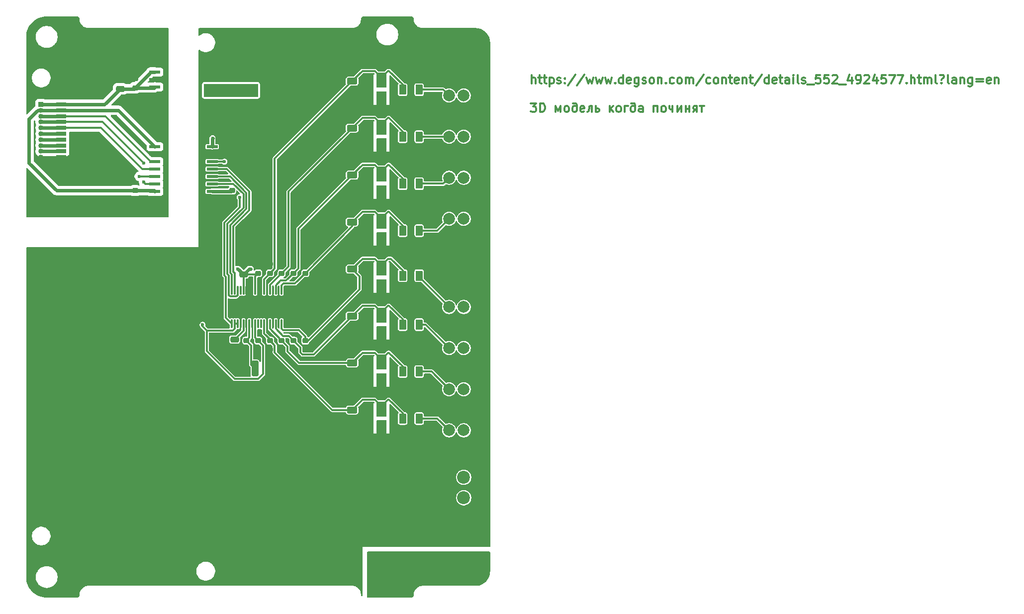
<source format=gbr>
%TF.GenerationSoftware,KiCad,Pcbnew,9.0.0*%
%TF.CreationDate,2025-03-07T09:36:14+03:00*%
%TF.ProjectId,PM_CNV-AI8_IU,504d5f43-4e56-42d4-9149-385f49552e6b,rev?*%
%TF.SameCoordinates,Original*%
%TF.FileFunction,Copper,L1,Top*%
%TF.FilePolarity,Positive*%
%FSLAX46Y46*%
G04 Gerber Fmt 4.6, Leading zero omitted, Abs format (unit mm)*
G04 Created by KiCad (PCBNEW 9.0.0) date 2025-03-07 09:36:14*
%MOMM*%
%LPD*%
G01*
G04 APERTURE LIST*
G04 Aperture macros list*
%AMRoundRect*
0 Rectangle with rounded corners*
0 $1 Rounding radius*
0 $2 $3 $4 $5 $6 $7 $8 $9 X,Y pos of 4 corners*
0 Add a 4 corners polygon primitive as box body*
4,1,4,$2,$3,$4,$5,$6,$7,$8,$9,$2,$3,0*
0 Add four circle primitives for the rounded corners*
1,1,$1+$1,$2,$3*
1,1,$1+$1,$4,$5*
1,1,$1+$1,$6,$7*
1,1,$1+$1,$8,$9*
0 Add four rect primitives between the rounded corners*
20,1,$1+$1,$2,$3,$4,$5,0*
20,1,$1+$1,$4,$5,$6,$7,0*
20,1,$1+$1,$6,$7,$8,$9,0*
20,1,$1+$1,$8,$9,$2,$3,0*%
G04 Aperture macros list end*
%ADD10C,0.300000*%
%TA.AperFunction,NonConductor*%
%ADD11C,0.300000*%
%TD*%
%TA.AperFunction,SMDPad,CuDef*%
%ADD12RoundRect,0.250000X-0.375000X-0.625000X0.375000X-0.625000X0.375000X0.625000X-0.375000X0.625000X0*%
%TD*%
%TA.AperFunction,SMDPad,CuDef*%
%ADD13R,1.854200X0.482600*%
%TD*%
%TA.AperFunction,SMDPad,CuDef*%
%ADD14R,1.651000X2.565400*%
%TD*%
%TA.AperFunction,ComponentPad*%
%ADD15C,2.000000*%
%TD*%
%TA.AperFunction,SMDPad,CuDef*%
%ADD16RoundRect,0.225000X0.250000X-0.225000X0.250000X0.225000X-0.250000X0.225000X-0.250000X-0.225000X0*%
%TD*%
%TA.AperFunction,SMDPad,CuDef*%
%ADD17RoundRect,0.250000X-0.625000X0.312500X-0.625000X-0.312500X0.625000X-0.312500X0.625000X0.312500X0*%
%TD*%
%TA.AperFunction,ComponentPad*%
%ADD18R,0.850000X0.850000*%
%TD*%
%TA.AperFunction,ComponentPad*%
%ADD19O,0.850000X0.850000*%
%TD*%
%TA.AperFunction,SMDPad,CuDef*%
%ADD20RoundRect,0.250000X0.325000X1.100000X-0.325000X1.100000X-0.325000X-1.100000X0.325000X-1.100000X0*%
%TD*%
%TA.AperFunction,SMDPad,CuDef*%
%ADD21RoundRect,0.250000X0.475000X-0.250000X0.475000X0.250000X-0.475000X0.250000X-0.475000X-0.250000X0*%
%TD*%
%TA.AperFunction,SMDPad,CuDef*%
%ADD22RoundRect,0.250000X-0.475000X0.250000X-0.475000X-0.250000X0.475000X-0.250000X0.475000X0.250000X0*%
%TD*%
%TA.AperFunction,SMDPad,CuDef*%
%ADD23RoundRect,0.225000X-0.250000X0.225000X-0.250000X-0.225000X0.250000X-0.225000X0.250000X0.225000X0*%
%TD*%
%TA.AperFunction,ComponentPad*%
%ADD24O,6.350000X6.350000*%
%TD*%
%TA.AperFunction,ComponentPad*%
%ADD25C,2.200000*%
%TD*%
%TA.AperFunction,SMDPad,CuDef*%
%ADD26R,1.803400X0.635000*%
%TD*%
%TA.AperFunction,SMDPad,CuDef*%
%ADD27R,2.997200X2.590800*%
%TD*%
%TA.AperFunction,SMDPad,CuDef*%
%ADD28RoundRect,0.075000X0.075000X-0.662500X0.075000X0.662500X-0.075000X0.662500X-0.075000X-0.662500X0*%
%TD*%
%TA.AperFunction,SMDPad,CuDef*%
%ADD29RoundRect,0.250000X1.450000X-0.537500X1.450000X0.537500X-1.450000X0.537500X-1.450000X-0.537500X0*%
%TD*%
%TA.AperFunction,ViaPad*%
%ADD30C,0.600000*%
%TD*%
%TA.AperFunction,Conductor*%
%ADD31C,0.600000*%
%TD*%
%TA.AperFunction,Conductor*%
%ADD32C,0.300000*%
%TD*%
G04 APERTURE END LIST*
D10*
D11*
X46554510Y38029004D02*
X46554510Y39529004D01*
X47197368Y38029004D02*
X47197368Y38814718D01*
X47197368Y38814718D02*
X47125939Y38957575D01*
X47125939Y38957575D02*
X46983082Y39029004D01*
X46983082Y39029004D02*
X46768796Y39029004D01*
X46768796Y39029004D02*
X46625939Y38957575D01*
X46625939Y38957575D02*
X46554510Y38886147D01*
X47697368Y39029004D02*
X48268796Y39029004D01*
X47911653Y39529004D02*
X47911653Y38243290D01*
X47911653Y38243290D02*
X47983082Y38100432D01*
X47983082Y38100432D02*
X48125939Y38029004D01*
X48125939Y38029004D02*
X48268796Y38029004D01*
X48554511Y39029004D02*
X49125939Y39029004D01*
X48768796Y39529004D02*
X48768796Y38243290D01*
X48768796Y38243290D02*
X48840225Y38100432D01*
X48840225Y38100432D02*
X48983082Y38029004D01*
X48983082Y38029004D02*
X49125939Y38029004D01*
X49625939Y39029004D02*
X49625939Y37529004D01*
X49625939Y38957575D02*
X49768797Y39029004D01*
X49768797Y39029004D02*
X50054511Y39029004D01*
X50054511Y39029004D02*
X50197368Y38957575D01*
X50197368Y38957575D02*
X50268797Y38886147D01*
X50268797Y38886147D02*
X50340225Y38743290D01*
X50340225Y38743290D02*
X50340225Y38314718D01*
X50340225Y38314718D02*
X50268797Y38171861D01*
X50268797Y38171861D02*
X50197368Y38100432D01*
X50197368Y38100432D02*
X50054511Y38029004D01*
X50054511Y38029004D02*
X49768797Y38029004D01*
X49768797Y38029004D02*
X49625939Y38100432D01*
X50911654Y38100432D02*
X51054511Y38029004D01*
X51054511Y38029004D02*
X51340225Y38029004D01*
X51340225Y38029004D02*
X51483082Y38100432D01*
X51483082Y38100432D02*
X51554511Y38243290D01*
X51554511Y38243290D02*
X51554511Y38314718D01*
X51554511Y38314718D02*
X51483082Y38457575D01*
X51483082Y38457575D02*
X51340225Y38529004D01*
X51340225Y38529004D02*
X51125940Y38529004D01*
X51125940Y38529004D02*
X50983082Y38600432D01*
X50983082Y38600432D02*
X50911654Y38743290D01*
X50911654Y38743290D02*
X50911654Y38814718D01*
X50911654Y38814718D02*
X50983082Y38957575D01*
X50983082Y38957575D02*
X51125940Y39029004D01*
X51125940Y39029004D02*
X51340225Y39029004D01*
X51340225Y39029004D02*
X51483082Y38957575D01*
X52197368Y38171861D02*
X52268797Y38100432D01*
X52268797Y38100432D02*
X52197368Y38029004D01*
X52197368Y38029004D02*
X52125940Y38100432D01*
X52125940Y38100432D02*
X52197368Y38171861D01*
X52197368Y38171861D02*
X52197368Y38029004D01*
X52197368Y38957575D02*
X52268797Y38886147D01*
X52268797Y38886147D02*
X52197368Y38814718D01*
X52197368Y38814718D02*
X52125940Y38886147D01*
X52125940Y38886147D02*
X52197368Y38957575D01*
X52197368Y38957575D02*
X52197368Y38814718D01*
X53983083Y39600432D02*
X52697369Y37671861D01*
X55554512Y39600432D02*
X54268798Y37671861D01*
X55911655Y39029004D02*
X56197370Y38029004D01*
X56197370Y38029004D02*
X56483084Y38743290D01*
X56483084Y38743290D02*
X56768798Y38029004D01*
X56768798Y38029004D02*
X57054512Y39029004D01*
X57483084Y39029004D02*
X57768799Y38029004D01*
X57768799Y38029004D02*
X58054513Y38743290D01*
X58054513Y38743290D02*
X58340227Y38029004D01*
X58340227Y38029004D02*
X58625941Y39029004D01*
X59054513Y39029004D02*
X59340228Y38029004D01*
X59340228Y38029004D02*
X59625942Y38743290D01*
X59625942Y38743290D02*
X59911656Y38029004D01*
X59911656Y38029004D02*
X60197370Y39029004D01*
X60768799Y38171861D02*
X60840228Y38100432D01*
X60840228Y38100432D02*
X60768799Y38029004D01*
X60768799Y38029004D02*
X60697371Y38100432D01*
X60697371Y38100432D02*
X60768799Y38171861D01*
X60768799Y38171861D02*
X60768799Y38029004D01*
X62125943Y38029004D02*
X62125943Y39529004D01*
X62125943Y38100432D02*
X61983085Y38029004D01*
X61983085Y38029004D02*
X61697371Y38029004D01*
X61697371Y38029004D02*
X61554514Y38100432D01*
X61554514Y38100432D02*
X61483085Y38171861D01*
X61483085Y38171861D02*
X61411657Y38314718D01*
X61411657Y38314718D02*
X61411657Y38743290D01*
X61411657Y38743290D02*
X61483085Y38886147D01*
X61483085Y38886147D02*
X61554514Y38957575D01*
X61554514Y38957575D02*
X61697371Y39029004D01*
X61697371Y39029004D02*
X61983085Y39029004D01*
X61983085Y39029004D02*
X62125943Y38957575D01*
X63411657Y38100432D02*
X63268800Y38029004D01*
X63268800Y38029004D02*
X62983086Y38029004D01*
X62983086Y38029004D02*
X62840228Y38100432D01*
X62840228Y38100432D02*
X62768800Y38243290D01*
X62768800Y38243290D02*
X62768800Y38814718D01*
X62768800Y38814718D02*
X62840228Y38957575D01*
X62840228Y38957575D02*
X62983086Y39029004D01*
X62983086Y39029004D02*
X63268800Y39029004D01*
X63268800Y39029004D02*
X63411657Y38957575D01*
X63411657Y38957575D02*
X63483086Y38814718D01*
X63483086Y38814718D02*
X63483086Y38671861D01*
X63483086Y38671861D02*
X62768800Y38529004D01*
X64768800Y39029004D02*
X64768800Y37814718D01*
X64768800Y37814718D02*
X64697371Y37671861D01*
X64697371Y37671861D02*
X64625942Y37600432D01*
X64625942Y37600432D02*
X64483085Y37529004D01*
X64483085Y37529004D02*
X64268800Y37529004D01*
X64268800Y37529004D02*
X64125942Y37600432D01*
X64768800Y38100432D02*
X64625942Y38029004D01*
X64625942Y38029004D02*
X64340228Y38029004D01*
X64340228Y38029004D02*
X64197371Y38100432D01*
X64197371Y38100432D02*
X64125942Y38171861D01*
X64125942Y38171861D02*
X64054514Y38314718D01*
X64054514Y38314718D02*
X64054514Y38743290D01*
X64054514Y38743290D02*
X64125942Y38886147D01*
X64125942Y38886147D02*
X64197371Y38957575D01*
X64197371Y38957575D02*
X64340228Y39029004D01*
X64340228Y39029004D02*
X64625942Y39029004D01*
X64625942Y39029004D02*
X64768800Y38957575D01*
X65411657Y38100432D02*
X65554514Y38029004D01*
X65554514Y38029004D02*
X65840228Y38029004D01*
X65840228Y38029004D02*
X65983085Y38100432D01*
X65983085Y38100432D02*
X66054514Y38243290D01*
X66054514Y38243290D02*
X66054514Y38314718D01*
X66054514Y38314718D02*
X65983085Y38457575D01*
X65983085Y38457575D02*
X65840228Y38529004D01*
X65840228Y38529004D02*
X65625943Y38529004D01*
X65625943Y38529004D02*
X65483085Y38600432D01*
X65483085Y38600432D02*
X65411657Y38743290D01*
X65411657Y38743290D02*
X65411657Y38814718D01*
X65411657Y38814718D02*
X65483085Y38957575D01*
X65483085Y38957575D02*
X65625943Y39029004D01*
X65625943Y39029004D02*
X65840228Y39029004D01*
X65840228Y39029004D02*
X65983085Y38957575D01*
X66911657Y38029004D02*
X66768800Y38100432D01*
X66768800Y38100432D02*
X66697371Y38171861D01*
X66697371Y38171861D02*
X66625943Y38314718D01*
X66625943Y38314718D02*
X66625943Y38743290D01*
X66625943Y38743290D02*
X66697371Y38886147D01*
X66697371Y38886147D02*
X66768800Y38957575D01*
X66768800Y38957575D02*
X66911657Y39029004D01*
X66911657Y39029004D02*
X67125943Y39029004D01*
X67125943Y39029004D02*
X67268800Y38957575D01*
X67268800Y38957575D02*
X67340229Y38886147D01*
X67340229Y38886147D02*
X67411657Y38743290D01*
X67411657Y38743290D02*
X67411657Y38314718D01*
X67411657Y38314718D02*
X67340229Y38171861D01*
X67340229Y38171861D02*
X67268800Y38100432D01*
X67268800Y38100432D02*
X67125943Y38029004D01*
X67125943Y38029004D02*
X66911657Y38029004D01*
X68054514Y39029004D02*
X68054514Y38029004D01*
X68054514Y38886147D02*
X68125943Y38957575D01*
X68125943Y38957575D02*
X68268800Y39029004D01*
X68268800Y39029004D02*
X68483086Y39029004D01*
X68483086Y39029004D02*
X68625943Y38957575D01*
X68625943Y38957575D02*
X68697372Y38814718D01*
X68697372Y38814718D02*
X68697372Y38029004D01*
X69411657Y38171861D02*
X69483086Y38100432D01*
X69483086Y38100432D02*
X69411657Y38029004D01*
X69411657Y38029004D02*
X69340229Y38100432D01*
X69340229Y38100432D02*
X69411657Y38171861D01*
X69411657Y38171861D02*
X69411657Y38029004D01*
X70768801Y38100432D02*
X70625943Y38029004D01*
X70625943Y38029004D02*
X70340229Y38029004D01*
X70340229Y38029004D02*
X70197372Y38100432D01*
X70197372Y38100432D02*
X70125943Y38171861D01*
X70125943Y38171861D02*
X70054515Y38314718D01*
X70054515Y38314718D02*
X70054515Y38743290D01*
X70054515Y38743290D02*
X70125943Y38886147D01*
X70125943Y38886147D02*
X70197372Y38957575D01*
X70197372Y38957575D02*
X70340229Y39029004D01*
X70340229Y39029004D02*
X70625943Y39029004D01*
X70625943Y39029004D02*
X70768801Y38957575D01*
X71625943Y38029004D02*
X71483086Y38100432D01*
X71483086Y38100432D02*
X71411657Y38171861D01*
X71411657Y38171861D02*
X71340229Y38314718D01*
X71340229Y38314718D02*
X71340229Y38743290D01*
X71340229Y38743290D02*
X71411657Y38886147D01*
X71411657Y38886147D02*
X71483086Y38957575D01*
X71483086Y38957575D02*
X71625943Y39029004D01*
X71625943Y39029004D02*
X71840229Y39029004D01*
X71840229Y39029004D02*
X71983086Y38957575D01*
X71983086Y38957575D02*
X72054515Y38886147D01*
X72054515Y38886147D02*
X72125943Y38743290D01*
X72125943Y38743290D02*
X72125943Y38314718D01*
X72125943Y38314718D02*
X72054515Y38171861D01*
X72054515Y38171861D02*
X71983086Y38100432D01*
X71983086Y38100432D02*
X71840229Y38029004D01*
X71840229Y38029004D02*
X71625943Y38029004D01*
X72768800Y38029004D02*
X72768800Y39029004D01*
X72768800Y38886147D02*
X72840229Y38957575D01*
X72840229Y38957575D02*
X72983086Y39029004D01*
X72983086Y39029004D02*
X73197372Y39029004D01*
X73197372Y39029004D02*
X73340229Y38957575D01*
X73340229Y38957575D02*
X73411658Y38814718D01*
X73411658Y38814718D02*
X73411658Y38029004D01*
X73411658Y38814718D02*
X73483086Y38957575D01*
X73483086Y38957575D02*
X73625943Y39029004D01*
X73625943Y39029004D02*
X73840229Y39029004D01*
X73840229Y39029004D02*
X73983086Y38957575D01*
X73983086Y38957575D02*
X74054515Y38814718D01*
X74054515Y38814718D02*
X74054515Y38029004D01*
X75840229Y39600432D02*
X74554515Y37671861D01*
X76983087Y38100432D02*
X76840229Y38029004D01*
X76840229Y38029004D02*
X76554515Y38029004D01*
X76554515Y38029004D02*
X76411658Y38100432D01*
X76411658Y38100432D02*
X76340229Y38171861D01*
X76340229Y38171861D02*
X76268801Y38314718D01*
X76268801Y38314718D02*
X76268801Y38743290D01*
X76268801Y38743290D02*
X76340229Y38886147D01*
X76340229Y38886147D02*
X76411658Y38957575D01*
X76411658Y38957575D02*
X76554515Y39029004D01*
X76554515Y39029004D02*
X76840229Y39029004D01*
X76840229Y39029004D02*
X76983087Y38957575D01*
X77840229Y38029004D02*
X77697372Y38100432D01*
X77697372Y38100432D02*
X77625943Y38171861D01*
X77625943Y38171861D02*
X77554515Y38314718D01*
X77554515Y38314718D02*
X77554515Y38743290D01*
X77554515Y38743290D02*
X77625943Y38886147D01*
X77625943Y38886147D02*
X77697372Y38957575D01*
X77697372Y38957575D02*
X77840229Y39029004D01*
X77840229Y39029004D02*
X78054515Y39029004D01*
X78054515Y39029004D02*
X78197372Y38957575D01*
X78197372Y38957575D02*
X78268801Y38886147D01*
X78268801Y38886147D02*
X78340229Y38743290D01*
X78340229Y38743290D02*
X78340229Y38314718D01*
X78340229Y38314718D02*
X78268801Y38171861D01*
X78268801Y38171861D02*
X78197372Y38100432D01*
X78197372Y38100432D02*
X78054515Y38029004D01*
X78054515Y38029004D02*
X77840229Y38029004D01*
X78983086Y39029004D02*
X78983086Y38029004D01*
X78983086Y38886147D02*
X79054515Y38957575D01*
X79054515Y38957575D02*
X79197372Y39029004D01*
X79197372Y39029004D02*
X79411658Y39029004D01*
X79411658Y39029004D02*
X79554515Y38957575D01*
X79554515Y38957575D02*
X79625944Y38814718D01*
X79625944Y38814718D02*
X79625944Y38029004D01*
X80125944Y39029004D02*
X80697372Y39029004D01*
X80340229Y39529004D02*
X80340229Y38243290D01*
X80340229Y38243290D02*
X80411658Y38100432D01*
X80411658Y38100432D02*
X80554515Y38029004D01*
X80554515Y38029004D02*
X80697372Y38029004D01*
X81768801Y38100432D02*
X81625944Y38029004D01*
X81625944Y38029004D02*
X81340230Y38029004D01*
X81340230Y38029004D02*
X81197372Y38100432D01*
X81197372Y38100432D02*
X81125944Y38243290D01*
X81125944Y38243290D02*
X81125944Y38814718D01*
X81125944Y38814718D02*
X81197372Y38957575D01*
X81197372Y38957575D02*
X81340230Y39029004D01*
X81340230Y39029004D02*
X81625944Y39029004D01*
X81625944Y39029004D02*
X81768801Y38957575D01*
X81768801Y38957575D02*
X81840230Y38814718D01*
X81840230Y38814718D02*
X81840230Y38671861D01*
X81840230Y38671861D02*
X81125944Y38529004D01*
X82483086Y39029004D02*
X82483086Y38029004D01*
X82483086Y38886147D02*
X82554515Y38957575D01*
X82554515Y38957575D02*
X82697372Y39029004D01*
X82697372Y39029004D02*
X82911658Y39029004D01*
X82911658Y39029004D02*
X83054515Y38957575D01*
X83054515Y38957575D02*
X83125944Y38814718D01*
X83125944Y38814718D02*
X83125944Y38029004D01*
X83625944Y39029004D02*
X84197372Y39029004D01*
X83840229Y39529004D02*
X83840229Y38243290D01*
X83840229Y38243290D02*
X83911658Y38100432D01*
X83911658Y38100432D02*
X84054515Y38029004D01*
X84054515Y38029004D02*
X84197372Y38029004D01*
X85768801Y39600432D02*
X84483087Y37671861D01*
X86911659Y38029004D02*
X86911659Y39529004D01*
X86911659Y38100432D02*
X86768801Y38029004D01*
X86768801Y38029004D02*
X86483087Y38029004D01*
X86483087Y38029004D02*
X86340230Y38100432D01*
X86340230Y38100432D02*
X86268801Y38171861D01*
X86268801Y38171861D02*
X86197373Y38314718D01*
X86197373Y38314718D02*
X86197373Y38743290D01*
X86197373Y38743290D02*
X86268801Y38886147D01*
X86268801Y38886147D02*
X86340230Y38957575D01*
X86340230Y38957575D02*
X86483087Y39029004D01*
X86483087Y39029004D02*
X86768801Y39029004D01*
X86768801Y39029004D02*
X86911659Y38957575D01*
X88197373Y38100432D02*
X88054516Y38029004D01*
X88054516Y38029004D02*
X87768802Y38029004D01*
X87768802Y38029004D02*
X87625944Y38100432D01*
X87625944Y38100432D02*
X87554516Y38243290D01*
X87554516Y38243290D02*
X87554516Y38814718D01*
X87554516Y38814718D02*
X87625944Y38957575D01*
X87625944Y38957575D02*
X87768802Y39029004D01*
X87768802Y39029004D02*
X88054516Y39029004D01*
X88054516Y39029004D02*
X88197373Y38957575D01*
X88197373Y38957575D02*
X88268802Y38814718D01*
X88268802Y38814718D02*
X88268802Y38671861D01*
X88268802Y38671861D02*
X87554516Y38529004D01*
X88697373Y39029004D02*
X89268801Y39029004D01*
X88911658Y39529004D02*
X88911658Y38243290D01*
X88911658Y38243290D02*
X88983087Y38100432D01*
X88983087Y38100432D02*
X89125944Y38029004D01*
X89125944Y38029004D02*
X89268801Y38029004D01*
X90411659Y38029004D02*
X90411659Y38814718D01*
X90411659Y38814718D02*
X90340230Y38957575D01*
X90340230Y38957575D02*
X90197373Y39029004D01*
X90197373Y39029004D02*
X89911659Y39029004D01*
X89911659Y39029004D02*
X89768801Y38957575D01*
X90411659Y38100432D02*
X90268801Y38029004D01*
X90268801Y38029004D02*
X89911659Y38029004D01*
X89911659Y38029004D02*
X89768801Y38100432D01*
X89768801Y38100432D02*
X89697373Y38243290D01*
X89697373Y38243290D02*
X89697373Y38386147D01*
X89697373Y38386147D02*
X89768801Y38529004D01*
X89768801Y38529004D02*
X89911659Y38600432D01*
X89911659Y38600432D02*
X90268801Y38600432D01*
X90268801Y38600432D02*
X90411659Y38671861D01*
X91125944Y38029004D02*
X91125944Y39029004D01*
X91125944Y39529004D02*
X91054516Y39457575D01*
X91054516Y39457575D02*
X91125944Y39386147D01*
X91125944Y39386147D02*
X91197373Y39457575D01*
X91197373Y39457575D02*
X91125944Y39529004D01*
X91125944Y39529004D02*
X91125944Y39386147D01*
X92054516Y38029004D02*
X91911659Y38100432D01*
X91911659Y38100432D02*
X91840230Y38243290D01*
X91840230Y38243290D02*
X91840230Y39529004D01*
X92554516Y38100432D02*
X92697373Y38029004D01*
X92697373Y38029004D02*
X92983087Y38029004D01*
X92983087Y38029004D02*
X93125944Y38100432D01*
X93125944Y38100432D02*
X93197373Y38243290D01*
X93197373Y38243290D02*
X93197373Y38314718D01*
X93197373Y38314718D02*
X93125944Y38457575D01*
X93125944Y38457575D02*
X92983087Y38529004D01*
X92983087Y38529004D02*
X92768802Y38529004D01*
X92768802Y38529004D02*
X92625944Y38600432D01*
X92625944Y38600432D02*
X92554516Y38743290D01*
X92554516Y38743290D02*
X92554516Y38814718D01*
X92554516Y38814718D02*
X92625944Y38957575D01*
X92625944Y38957575D02*
X92768802Y39029004D01*
X92768802Y39029004D02*
X92983087Y39029004D01*
X92983087Y39029004D02*
X93125944Y38957575D01*
X93483088Y37886147D02*
X94625945Y37886147D01*
X95697373Y39529004D02*
X94983087Y39529004D01*
X94983087Y39529004D02*
X94911659Y38814718D01*
X94911659Y38814718D02*
X94983087Y38886147D01*
X94983087Y38886147D02*
X95125945Y38957575D01*
X95125945Y38957575D02*
X95483087Y38957575D01*
X95483087Y38957575D02*
X95625945Y38886147D01*
X95625945Y38886147D02*
X95697373Y38814718D01*
X95697373Y38814718D02*
X95768802Y38671861D01*
X95768802Y38671861D02*
X95768802Y38314718D01*
X95768802Y38314718D02*
X95697373Y38171861D01*
X95697373Y38171861D02*
X95625945Y38100432D01*
X95625945Y38100432D02*
X95483087Y38029004D01*
X95483087Y38029004D02*
X95125945Y38029004D01*
X95125945Y38029004D02*
X94983087Y38100432D01*
X94983087Y38100432D02*
X94911659Y38171861D01*
X97125944Y39529004D02*
X96411658Y39529004D01*
X96411658Y39529004D02*
X96340230Y38814718D01*
X96340230Y38814718D02*
X96411658Y38886147D01*
X96411658Y38886147D02*
X96554516Y38957575D01*
X96554516Y38957575D02*
X96911658Y38957575D01*
X96911658Y38957575D02*
X97054516Y38886147D01*
X97054516Y38886147D02*
X97125944Y38814718D01*
X97125944Y38814718D02*
X97197373Y38671861D01*
X97197373Y38671861D02*
X97197373Y38314718D01*
X97197373Y38314718D02*
X97125944Y38171861D01*
X97125944Y38171861D02*
X97054516Y38100432D01*
X97054516Y38100432D02*
X96911658Y38029004D01*
X96911658Y38029004D02*
X96554516Y38029004D01*
X96554516Y38029004D02*
X96411658Y38100432D01*
X96411658Y38100432D02*
X96340230Y38171861D01*
X97768801Y39386147D02*
X97840229Y39457575D01*
X97840229Y39457575D02*
X97983087Y39529004D01*
X97983087Y39529004D02*
X98340229Y39529004D01*
X98340229Y39529004D02*
X98483087Y39457575D01*
X98483087Y39457575D02*
X98554515Y39386147D01*
X98554515Y39386147D02*
X98625944Y39243290D01*
X98625944Y39243290D02*
X98625944Y39100432D01*
X98625944Y39100432D02*
X98554515Y38886147D01*
X98554515Y38886147D02*
X97697372Y38029004D01*
X97697372Y38029004D02*
X98625944Y38029004D01*
X98911658Y37886147D02*
X100054515Y37886147D01*
X101054515Y39029004D02*
X101054515Y38029004D01*
X100697372Y39600432D02*
X100340229Y38529004D01*
X100340229Y38529004D02*
X101268800Y38529004D01*
X101911657Y38029004D02*
X102197371Y38029004D01*
X102197371Y38029004D02*
X102340228Y38100432D01*
X102340228Y38100432D02*
X102411657Y38171861D01*
X102411657Y38171861D02*
X102554514Y38386147D01*
X102554514Y38386147D02*
X102625943Y38671861D01*
X102625943Y38671861D02*
X102625943Y39243290D01*
X102625943Y39243290D02*
X102554514Y39386147D01*
X102554514Y39386147D02*
X102483086Y39457575D01*
X102483086Y39457575D02*
X102340228Y39529004D01*
X102340228Y39529004D02*
X102054514Y39529004D01*
X102054514Y39529004D02*
X101911657Y39457575D01*
X101911657Y39457575D02*
X101840228Y39386147D01*
X101840228Y39386147D02*
X101768800Y39243290D01*
X101768800Y39243290D02*
X101768800Y38886147D01*
X101768800Y38886147D02*
X101840228Y38743290D01*
X101840228Y38743290D02*
X101911657Y38671861D01*
X101911657Y38671861D02*
X102054514Y38600432D01*
X102054514Y38600432D02*
X102340228Y38600432D01*
X102340228Y38600432D02*
X102483086Y38671861D01*
X102483086Y38671861D02*
X102554514Y38743290D01*
X102554514Y38743290D02*
X102625943Y38886147D01*
X103197371Y39386147D02*
X103268799Y39457575D01*
X103268799Y39457575D02*
X103411657Y39529004D01*
X103411657Y39529004D02*
X103768799Y39529004D01*
X103768799Y39529004D02*
X103911657Y39457575D01*
X103911657Y39457575D02*
X103983085Y39386147D01*
X103983085Y39386147D02*
X104054514Y39243290D01*
X104054514Y39243290D02*
X104054514Y39100432D01*
X104054514Y39100432D02*
X103983085Y38886147D01*
X103983085Y38886147D02*
X103125942Y38029004D01*
X103125942Y38029004D02*
X104054514Y38029004D01*
X105340228Y39029004D02*
X105340228Y38029004D01*
X104983085Y39600432D02*
X104625942Y38529004D01*
X104625942Y38529004D02*
X105554513Y38529004D01*
X106840227Y39529004D02*
X106125941Y39529004D01*
X106125941Y39529004D02*
X106054513Y38814718D01*
X106054513Y38814718D02*
X106125941Y38886147D01*
X106125941Y38886147D02*
X106268799Y38957575D01*
X106268799Y38957575D02*
X106625941Y38957575D01*
X106625941Y38957575D02*
X106768799Y38886147D01*
X106768799Y38886147D02*
X106840227Y38814718D01*
X106840227Y38814718D02*
X106911656Y38671861D01*
X106911656Y38671861D02*
X106911656Y38314718D01*
X106911656Y38314718D02*
X106840227Y38171861D01*
X106840227Y38171861D02*
X106768799Y38100432D01*
X106768799Y38100432D02*
X106625941Y38029004D01*
X106625941Y38029004D02*
X106268799Y38029004D01*
X106268799Y38029004D02*
X106125941Y38100432D01*
X106125941Y38100432D02*
X106054513Y38171861D01*
X107411655Y39529004D02*
X108411655Y39529004D01*
X108411655Y39529004D02*
X107768798Y38029004D01*
X108840226Y39529004D02*
X109840226Y39529004D01*
X109840226Y39529004D02*
X109197369Y38029004D01*
X110411654Y38171861D02*
X110483083Y38100432D01*
X110483083Y38100432D02*
X110411654Y38029004D01*
X110411654Y38029004D02*
X110340226Y38100432D01*
X110340226Y38100432D02*
X110411654Y38171861D01*
X110411654Y38171861D02*
X110411654Y38029004D01*
X111125940Y38029004D02*
X111125940Y39529004D01*
X111768798Y38029004D02*
X111768798Y38814718D01*
X111768798Y38814718D02*
X111697369Y38957575D01*
X111697369Y38957575D02*
X111554512Y39029004D01*
X111554512Y39029004D02*
X111340226Y39029004D01*
X111340226Y39029004D02*
X111197369Y38957575D01*
X111197369Y38957575D02*
X111125940Y38886147D01*
X112268798Y39029004D02*
X112840226Y39029004D01*
X112483083Y39529004D02*
X112483083Y38243290D01*
X112483083Y38243290D02*
X112554512Y38100432D01*
X112554512Y38100432D02*
X112697369Y38029004D01*
X112697369Y38029004D02*
X112840226Y38029004D01*
X113340226Y38029004D02*
X113340226Y39029004D01*
X113340226Y38886147D02*
X113411655Y38957575D01*
X113411655Y38957575D02*
X113554512Y39029004D01*
X113554512Y39029004D02*
X113768798Y39029004D01*
X113768798Y39029004D02*
X113911655Y38957575D01*
X113911655Y38957575D02*
X113983084Y38814718D01*
X113983084Y38814718D02*
X113983084Y38029004D01*
X113983084Y38814718D02*
X114054512Y38957575D01*
X114054512Y38957575D02*
X114197369Y39029004D01*
X114197369Y39029004D02*
X114411655Y39029004D01*
X114411655Y39029004D02*
X114554512Y38957575D01*
X114554512Y38957575D02*
X114625941Y38814718D01*
X114625941Y38814718D02*
X114625941Y38029004D01*
X115554512Y38029004D02*
X115411655Y38100432D01*
X115411655Y38100432D02*
X115340226Y38243290D01*
X115340226Y38243290D02*
X115340226Y39529004D01*
X116340226Y38171861D02*
X116411655Y38100432D01*
X116411655Y38100432D02*
X116340226Y38029004D01*
X116340226Y38029004D02*
X116268798Y38100432D01*
X116268798Y38100432D02*
X116340226Y38171861D01*
X116340226Y38171861D02*
X116340226Y38029004D01*
X116054512Y39457575D02*
X116197369Y39529004D01*
X116197369Y39529004D02*
X116554512Y39529004D01*
X116554512Y39529004D02*
X116697369Y39457575D01*
X116697369Y39457575D02*
X116768798Y39314718D01*
X116768798Y39314718D02*
X116768798Y39171861D01*
X116768798Y39171861D02*
X116697369Y39029004D01*
X116697369Y39029004D02*
X116625940Y38957575D01*
X116625940Y38957575D02*
X116483083Y38886147D01*
X116483083Y38886147D02*
X116411655Y38814718D01*
X116411655Y38814718D02*
X116340226Y38671861D01*
X116340226Y38671861D02*
X116340226Y38600432D01*
X117625940Y38029004D02*
X117483083Y38100432D01*
X117483083Y38100432D02*
X117411654Y38243290D01*
X117411654Y38243290D02*
X117411654Y39529004D01*
X118840226Y38029004D02*
X118840226Y38814718D01*
X118840226Y38814718D02*
X118768797Y38957575D01*
X118768797Y38957575D02*
X118625940Y39029004D01*
X118625940Y39029004D02*
X118340226Y39029004D01*
X118340226Y39029004D02*
X118197368Y38957575D01*
X118840226Y38100432D02*
X118697368Y38029004D01*
X118697368Y38029004D02*
X118340226Y38029004D01*
X118340226Y38029004D02*
X118197368Y38100432D01*
X118197368Y38100432D02*
X118125940Y38243290D01*
X118125940Y38243290D02*
X118125940Y38386147D01*
X118125940Y38386147D02*
X118197368Y38529004D01*
X118197368Y38529004D02*
X118340226Y38600432D01*
X118340226Y38600432D02*
X118697368Y38600432D01*
X118697368Y38600432D02*
X118840226Y38671861D01*
X119554511Y39029004D02*
X119554511Y38029004D01*
X119554511Y38886147D02*
X119625940Y38957575D01*
X119625940Y38957575D02*
X119768797Y39029004D01*
X119768797Y39029004D02*
X119983083Y39029004D01*
X119983083Y39029004D02*
X120125940Y38957575D01*
X120125940Y38957575D02*
X120197369Y38814718D01*
X120197369Y38814718D02*
X120197369Y38029004D01*
X121554512Y39029004D02*
X121554512Y37814718D01*
X121554512Y37814718D02*
X121483083Y37671861D01*
X121483083Y37671861D02*
X121411654Y37600432D01*
X121411654Y37600432D02*
X121268797Y37529004D01*
X121268797Y37529004D02*
X121054512Y37529004D01*
X121054512Y37529004D02*
X120911654Y37600432D01*
X121554512Y38100432D02*
X121411654Y38029004D01*
X121411654Y38029004D02*
X121125940Y38029004D01*
X121125940Y38029004D02*
X120983083Y38100432D01*
X120983083Y38100432D02*
X120911654Y38171861D01*
X120911654Y38171861D02*
X120840226Y38314718D01*
X120840226Y38314718D02*
X120840226Y38743290D01*
X120840226Y38743290D02*
X120911654Y38886147D01*
X120911654Y38886147D02*
X120983083Y38957575D01*
X120983083Y38957575D02*
X121125940Y39029004D01*
X121125940Y39029004D02*
X121411654Y39029004D01*
X121411654Y39029004D02*
X121554512Y38957575D01*
X122268797Y38814718D02*
X123411655Y38814718D01*
X123411655Y38386147D02*
X122268797Y38386147D01*
X124697369Y38100432D02*
X124554512Y38029004D01*
X124554512Y38029004D02*
X124268798Y38029004D01*
X124268798Y38029004D02*
X124125940Y38100432D01*
X124125940Y38100432D02*
X124054512Y38243290D01*
X124054512Y38243290D02*
X124054512Y38814718D01*
X124054512Y38814718D02*
X124125940Y38957575D01*
X124125940Y38957575D02*
X124268798Y39029004D01*
X124268798Y39029004D02*
X124554512Y39029004D01*
X124554512Y39029004D02*
X124697369Y38957575D01*
X124697369Y38957575D02*
X124768798Y38814718D01*
X124768798Y38814718D02*
X124768798Y38671861D01*
X124768798Y38671861D02*
X124054512Y38529004D01*
X125411654Y39029004D02*
X125411654Y38029004D01*
X125411654Y38886147D02*
X125483083Y38957575D01*
X125483083Y38957575D02*
X125625940Y39029004D01*
X125625940Y39029004D02*
X125840226Y39029004D01*
X125840226Y39029004D02*
X125983083Y38957575D01*
X125983083Y38957575D02*
X126054512Y38814718D01*
X126054512Y38814718D02*
X126054512Y38029004D01*
X46411653Y34699172D02*
X47340225Y34699172D01*
X47340225Y34699172D02*
X46840225Y34127743D01*
X46840225Y34127743D02*
X47054510Y34127743D01*
X47054510Y34127743D02*
X47197368Y34056315D01*
X47197368Y34056315D02*
X47268796Y33984886D01*
X47268796Y33984886D02*
X47340225Y33842029D01*
X47340225Y33842029D02*
X47340225Y33484886D01*
X47340225Y33484886D02*
X47268796Y33342029D01*
X47268796Y33342029D02*
X47197368Y33270600D01*
X47197368Y33270600D02*
X47054510Y33199172D01*
X47054510Y33199172D02*
X46625939Y33199172D01*
X46625939Y33199172D02*
X46483082Y33270600D01*
X46483082Y33270600D02*
X46411653Y33342029D01*
X47983081Y33199172D02*
X47983081Y34699172D01*
X47983081Y34699172D02*
X48340224Y34699172D01*
X48340224Y34699172D02*
X48554510Y34627743D01*
X48554510Y34627743D02*
X48697367Y34484886D01*
X48697367Y34484886D02*
X48768796Y34342029D01*
X48768796Y34342029D02*
X48840224Y34056315D01*
X48840224Y34056315D02*
X48840224Y33842029D01*
X48840224Y33842029D02*
X48768796Y33556315D01*
X48768796Y33556315D02*
X48697367Y33413458D01*
X48697367Y33413458D02*
X48554510Y33270600D01*
X48554510Y33270600D02*
X48340224Y33199172D01*
X48340224Y33199172D02*
X47983081Y33199172D01*
X50625938Y33199172D02*
X50625938Y34199172D01*
X50625938Y34199172D02*
X51054510Y33413458D01*
X51054510Y33413458D02*
X51483081Y34199172D01*
X51483081Y34199172D02*
X51483081Y33199172D01*
X52411653Y33199172D02*
X52268796Y33270600D01*
X52268796Y33270600D02*
X52197367Y33342029D01*
X52197367Y33342029D02*
X52125939Y33484886D01*
X52125939Y33484886D02*
X52125939Y33913458D01*
X52125939Y33913458D02*
X52197367Y34056315D01*
X52197367Y34056315D02*
X52268796Y34127743D01*
X52268796Y34127743D02*
X52411653Y34199172D01*
X52411653Y34199172D02*
X52625939Y34199172D01*
X52625939Y34199172D02*
X52768796Y34127743D01*
X52768796Y34127743D02*
X52840225Y34056315D01*
X52840225Y34056315D02*
X52911653Y33913458D01*
X52911653Y33913458D02*
X52911653Y33484886D01*
X52911653Y33484886D02*
X52840225Y33342029D01*
X52840225Y33342029D02*
X52768796Y33270600D01*
X52768796Y33270600D02*
X52625939Y33199172D01*
X52625939Y33199172D02*
X52411653Y33199172D01*
X54268796Y34056315D02*
X54197368Y34127743D01*
X54197368Y34127743D02*
X54054510Y34199172D01*
X54054510Y34199172D02*
X53768796Y34199172D01*
X53768796Y34199172D02*
X53625939Y34127743D01*
X53625939Y34127743D02*
X53554510Y34056315D01*
X53554510Y34056315D02*
X53483082Y33913458D01*
X53483082Y33913458D02*
X53483082Y33484886D01*
X53483082Y33484886D02*
X53554510Y33342029D01*
X53554510Y33342029D02*
X53625939Y33270600D01*
X53625939Y33270600D02*
X53768796Y33199172D01*
X53768796Y33199172D02*
X53983082Y33199172D01*
X53983082Y33199172D02*
X54125939Y33270600D01*
X54125939Y33270600D02*
X54197368Y33342029D01*
X54197368Y33342029D02*
X54268796Y33484886D01*
X54268796Y33484886D02*
X54268796Y34413458D01*
X54268796Y34413458D02*
X54197368Y34556315D01*
X54197368Y34556315D02*
X54125939Y34627743D01*
X54125939Y34627743D02*
X53983082Y34699172D01*
X53983082Y34699172D02*
X53697368Y34699172D01*
X53697368Y34699172D02*
X53554510Y34627743D01*
X55483082Y33270600D02*
X55340225Y33199172D01*
X55340225Y33199172D02*
X55054511Y33199172D01*
X55054511Y33199172D02*
X54911653Y33270600D01*
X54911653Y33270600D02*
X54840225Y33413458D01*
X54840225Y33413458D02*
X54840225Y33984886D01*
X54840225Y33984886D02*
X54911653Y34127743D01*
X54911653Y34127743D02*
X55054511Y34199172D01*
X55054511Y34199172D02*
X55340225Y34199172D01*
X55340225Y34199172D02*
X55483082Y34127743D01*
X55483082Y34127743D02*
X55554511Y33984886D01*
X55554511Y33984886D02*
X55554511Y33842029D01*
X55554511Y33842029D02*
X54840225Y33699172D01*
X56768796Y33199172D02*
X56768796Y34199172D01*
X56768796Y34199172D02*
X56554510Y34199172D01*
X56554510Y34199172D02*
X56411653Y34127743D01*
X56411653Y34127743D02*
X56340225Y33984886D01*
X56340225Y33984886D02*
X56268796Y33413458D01*
X56268796Y33413458D02*
X56197367Y33270600D01*
X56197367Y33270600D02*
X56054510Y33199172D01*
X57483081Y34199172D02*
X57483081Y33199172D01*
X57483081Y33199172D02*
X57840224Y33199172D01*
X57840224Y33199172D02*
X57983081Y33270600D01*
X57983081Y33270600D02*
X58054510Y33413458D01*
X58054510Y33413458D02*
X58054510Y33627743D01*
X58054510Y33627743D02*
X57983081Y33770600D01*
X57983081Y33770600D02*
X57840224Y33842029D01*
X57840224Y33842029D02*
X57483081Y33842029D01*
X59840224Y34199172D02*
X59840224Y33199172D01*
X59983082Y33770600D02*
X60411653Y33199172D01*
X60411653Y34199172D02*
X59840224Y33627743D01*
X61268796Y33199172D02*
X61125939Y33270600D01*
X61125939Y33270600D02*
X61054510Y33342029D01*
X61054510Y33342029D02*
X60983082Y33484886D01*
X60983082Y33484886D02*
X60983082Y33913458D01*
X60983082Y33913458D02*
X61054510Y34056315D01*
X61054510Y34056315D02*
X61125939Y34127743D01*
X61125939Y34127743D02*
X61268796Y34199172D01*
X61268796Y34199172D02*
X61483082Y34199172D01*
X61483082Y34199172D02*
X61625939Y34127743D01*
X61625939Y34127743D02*
X61697368Y34056315D01*
X61697368Y34056315D02*
X61768796Y33913458D01*
X61768796Y33913458D02*
X61768796Y33484886D01*
X61768796Y33484886D02*
X61697368Y33342029D01*
X61697368Y33342029D02*
X61625939Y33270600D01*
X61625939Y33270600D02*
X61483082Y33199172D01*
X61483082Y33199172D02*
X61268796Y33199172D01*
X62411653Y33199172D02*
X62411653Y34199172D01*
X62411653Y34199172D02*
X62983082Y34199172D01*
X64197368Y34056315D02*
X64125940Y34127743D01*
X64125940Y34127743D02*
X63983082Y34199172D01*
X63983082Y34199172D02*
X63697368Y34199172D01*
X63697368Y34199172D02*
X63554511Y34127743D01*
X63554511Y34127743D02*
X63483082Y34056315D01*
X63483082Y34056315D02*
X63411654Y33913458D01*
X63411654Y33913458D02*
X63411654Y33484886D01*
X63411654Y33484886D02*
X63483082Y33342029D01*
X63483082Y33342029D02*
X63554511Y33270600D01*
X63554511Y33270600D02*
X63697368Y33199172D01*
X63697368Y33199172D02*
X63911654Y33199172D01*
X63911654Y33199172D02*
X64054511Y33270600D01*
X64054511Y33270600D02*
X64125940Y33342029D01*
X64125940Y33342029D02*
X64197368Y33484886D01*
X64197368Y33484886D02*
X64197368Y34413458D01*
X64197368Y34413458D02*
X64125940Y34556315D01*
X64125940Y34556315D02*
X64054511Y34627743D01*
X64054511Y34627743D02*
X63911654Y34699172D01*
X63911654Y34699172D02*
X63625940Y34699172D01*
X63625940Y34699172D02*
X63483082Y34627743D01*
X65483083Y33199172D02*
X65483083Y33984886D01*
X65483083Y33984886D02*
X65411654Y34127743D01*
X65411654Y34127743D02*
X65268797Y34199172D01*
X65268797Y34199172D02*
X64983083Y34199172D01*
X64983083Y34199172D02*
X64840225Y34127743D01*
X65483083Y33270600D02*
X65340225Y33199172D01*
X65340225Y33199172D02*
X64983083Y33199172D01*
X64983083Y33199172D02*
X64840225Y33270600D01*
X64840225Y33270600D02*
X64768797Y33413458D01*
X64768797Y33413458D02*
X64768797Y33556315D01*
X64768797Y33556315D02*
X64840225Y33699172D01*
X64840225Y33699172D02*
X64983083Y33770600D01*
X64983083Y33770600D02*
X65340225Y33770600D01*
X65340225Y33770600D02*
X65483083Y33842029D01*
X67340225Y33199172D02*
X67340225Y34199172D01*
X67340225Y34199172D02*
X67983083Y34199172D01*
X67983083Y34199172D02*
X67983083Y33199172D01*
X68911654Y33199172D02*
X68768797Y33270600D01*
X68768797Y33270600D02*
X68697368Y33342029D01*
X68697368Y33342029D02*
X68625940Y33484886D01*
X68625940Y33484886D02*
X68625940Y33913458D01*
X68625940Y33913458D02*
X68697368Y34056315D01*
X68697368Y34056315D02*
X68768797Y34127743D01*
X68768797Y34127743D02*
X68911654Y34199172D01*
X68911654Y34199172D02*
X69125940Y34199172D01*
X69125940Y34199172D02*
X69268797Y34127743D01*
X69268797Y34127743D02*
X69340226Y34056315D01*
X69340226Y34056315D02*
X69411654Y33913458D01*
X69411654Y33913458D02*
X69411654Y33484886D01*
X69411654Y33484886D02*
X69340226Y33342029D01*
X69340226Y33342029D02*
X69268797Y33270600D01*
X69268797Y33270600D02*
X69125940Y33199172D01*
X69125940Y33199172D02*
X68911654Y33199172D01*
X70554511Y34199172D02*
X70554511Y33199172D01*
X69983083Y34199172D02*
X69983083Y33842029D01*
X69983083Y33842029D02*
X70054511Y33699172D01*
X70054511Y33699172D02*
X70197369Y33627743D01*
X70197369Y33627743D02*
X70554511Y33627743D01*
X71340225Y34199172D02*
X71340225Y33199172D01*
X71340225Y33199172D02*
X72054511Y34199172D01*
X72054511Y34199172D02*
X72054511Y33199172D01*
X72768796Y33699172D02*
X73411654Y33699172D01*
X72768796Y34199172D02*
X72768796Y33199172D01*
X73411654Y34199172D02*
X73411654Y33199172D01*
X74411654Y33627743D02*
X74054511Y33199172D01*
X74697368Y33199172D02*
X74697368Y34199172D01*
X74697368Y34199172D02*
X74268797Y34199172D01*
X74268797Y34199172D02*
X74125939Y34127743D01*
X74125939Y34127743D02*
X74054511Y33984886D01*
X74054511Y33984886D02*
X74054511Y33842029D01*
X74054511Y33842029D02*
X74125939Y33699172D01*
X74125939Y33699172D02*
X74268797Y33627743D01*
X74268797Y33627743D02*
X74697368Y33627743D01*
X75197368Y34199172D02*
X75911653Y34199172D01*
X75554511Y34199172D02*
X75554511Y33199172D01*
D12*
%TO.P,F2,1*%
%TO.N,/AIN_4P*%
X24600000Y29000000D03*
%TO.P,F2,2*%
%TO.N,/1.SIG+*%
X27400000Y29000000D03*
%TD*%
%TO.P,F7,1*%
%TO.N,/AIN_7P*%
X24600000Y-11000000D03*
%TO.P,F7,2*%
%TO.N,/6.SIG+*%
X27400000Y-11000000D03*
%TD*%
D13*
%TO.P,U2,1,EN*%
%TO.N,+5V_M*%
X-17576800Y40005000D03*
%TO.P,U2,2,GNDP*%
%TO.N,GND_M*%
X-17576800Y38735000D03*
%TO.P,U2,3,VINP*%
%TO.N,+5V_M*%
X-17576800Y37465000D03*
%TO.P,U2,4,NC*%
%TO.N,GND_M*%
X-17576800Y36195000D03*
%TO.P,U2,5,NC*%
X-17576800Y34925000D03*
%TO.P,U2,6,NC*%
X-17576800Y33655000D03*
%TO.P,U2,7,NC*%
X-17576800Y32385000D03*
%TO.P,U2,8,NC*%
X-17576800Y31115000D03*
%TO.P,U2,9,GNDS*%
%TO.N,GND_F*%
X-7823200Y31115000D03*
%TO.P,U2,10,NC*%
X-7823200Y32385000D03*
%TO.P,U2,11,NC*%
X-7823200Y33655000D03*
%TO.P,U2,12,NC*%
X-7823200Y34925000D03*
%TO.P,U2,13,SEL*%
%TO.N,+5V_F*%
X-7823200Y36195000D03*
%TO.P,U2,14,VISO*%
X-7823200Y37465000D03*
%TO.P,U2,15,GNDS*%
%TO.N,GND_F*%
X-7823200Y38735000D03*
%TO.P,U2,16,GNDS*%
X-7823200Y40005000D03*
%TD*%
D14*
%TO.P,D5,1,A1*%
%TO.N,GND_F*%
X21000000Y3387100D03*
%TO.P,D5,2,A2*%
%TO.N,/AIN_1P*%
X21000000Y6612900D03*
%TD*%
D15*
%TO.P,J5,1,Pin_1*%
%TO.N,GND_F*%
X32500000Y-24500000D03*
%TO.P,J5,2,Pin_3*%
%TO.N,/7.SIG+*%
X32500000Y-21000000D03*
%TO.P,J5,3,3*%
%TO.N,GND_F*%
X32500000Y-17500000D03*
%TO.P,J5,4,4*%
%TO.N,/6.SIG+*%
X32500000Y-14000000D03*
%TO.P,J5,5,Pin_9*%
%TO.N,GND_F*%
X32500000Y-10500000D03*
%TO.P,J5,6,Pin_9*%
%TO.N,/5.SIG+*%
X32500000Y-7000000D03*
%TO.P,J5,7,Pin_9*%
%TO.N,GND_F*%
X32500000Y-3500000D03*
%TO.P,J5,8,Pin_9*%
%TO.N,/4.SIG+*%
X32500000Y0D03*
%TO.P,J5,9,Pin_2*%
%TO.N,GND_F*%
X35000000Y-24500000D03*
%TO.P,J5,10,Pin_4*%
%TO.N,+24V_F*%
X35000000Y-21000000D03*
%TO.P,J5,11,Pin_6*%
%TO.N,GND_F*%
X35000000Y-17500000D03*
%TO.P,J5,12,Pin_8*%
%TO.N,+24V_F*%
X35000000Y-14000000D03*
%TO.P,J5,13,Pin_10*%
%TO.N,GND_F*%
X35000000Y-10500000D03*
%TO.P,J5,14,Pin_10*%
%TO.N,+24V_F*%
X35000000Y-7000000D03*
%TO.P,J5,15,Pin_10*%
%TO.N,GND_F*%
X35000000Y-3500000D03*
%TO.P,J5,16,Pin_10*%
%TO.N,+24V_F*%
X35000000Y0D03*
%TD*%
D16*
%TO.P,C5,1*%
%TO.N,+5V_F*%
X-4445000Y37325000D03*
%TO.P,C5,2*%
%TO.N,GND_F*%
X-4445000Y38875000D03*
%TD*%
D17*
%TO.P,R6,1*%
%TO.N,/AIN_0P*%
X16000000Y-1537500D03*
%TO.P,R6,2*%
%TO.N,GND_F*%
X16000000Y-4462500D03*
%TD*%
D12*
%TO.P,F3,1*%
%TO.N,/AIN_3P*%
X24600000Y21000000D03*
%TO.P,F3,2*%
%TO.N,/2.SIG+*%
X27400000Y21000000D03*
%TD*%
D16*
%TO.P,C13,1*%
%TO.N,/AIN_5P*%
X2000000Y5725000D03*
%TO.P,C13,2*%
%TO.N,GND_F*%
X2000000Y7275000D03*
%TD*%
D18*
%TO.P,J3,1,Pin_1*%
%TO.N,+5V_M*%
X-37000000Y34500000D03*
D19*
%TO.P,J3,2,Pin_2*%
%TO.N,+3.3V_M*%
X-37000000Y33500000D03*
%TO.P,J3,3,Pin_3*%
%TO.N,/MOSI_M*%
X-37000000Y32500000D03*
%TO.P,J3,4,Pin_4*%
%TO.N,/MISO_M*%
X-37000000Y31500000D03*
%TO.P,J3,5,Pin_5*%
%TO.N,/SCK_M*%
X-37000000Y30500000D03*
%TO.P,J3,6,Pin_6*%
%TO.N,/CS0_M*%
X-37000000Y29500000D03*
%TO.P,J3,7,Pin_7*%
%TO.N,/CS1_M*%
X-37000000Y28500000D03*
%TO.P,J3,8,Pin_8*%
%TO.N,/CS2_M*%
X-37000000Y27500000D03*
%TO.P,J3,9,Pin_9*%
%TO.N,/CS3_M*%
X-37000000Y26500000D03*
%TO.P,J3,10,Pin_10*%
%TO.N,GND_M*%
X-37000000Y25500000D03*
%TD*%
D14*
%TO.P,D3,1,A1*%
%TO.N,GND_F*%
X21000000Y19387100D03*
%TO.P,D3,2,A2*%
%TO.N,/AIN_3P*%
X21000000Y22612900D03*
%TD*%
D15*
%TO.P,J4,1,Pin_1*%
%TO.N,GND_F*%
X32500000Y11500000D03*
%TO.P,J4,2,Pin_3*%
%TO.N,/3.SIG+*%
X32500000Y15000000D03*
%TO.P,J4,3,3*%
%TO.N,GND_F*%
X32500000Y18500000D03*
%TO.P,J4,4,4*%
%TO.N,/2.SIG+*%
X32500000Y22000000D03*
%TO.P,J4,5,Pin_9*%
%TO.N,GND_F*%
X32500000Y25500000D03*
%TO.P,J4,6,Pin_9*%
%TO.N,/1.SIG+*%
X32500000Y29000000D03*
%TO.P,J4,7,Pin_9*%
%TO.N,GND_F*%
X32500000Y32500000D03*
%TO.P,J4,8,Pin_9*%
%TO.N,/0.SIG+*%
X32500000Y36000000D03*
%TO.P,J4,9,Pin_2*%
%TO.N,GND_F*%
X35000000Y11500000D03*
%TO.P,J4,10,Pin_4*%
%TO.N,+24V_F*%
X35000000Y15000000D03*
%TO.P,J4,11,Pin_6*%
%TO.N,GND_F*%
X35000000Y18500000D03*
%TO.P,J4,12,Pin_8*%
%TO.N,+24V_F*%
X35000000Y22000000D03*
%TO.P,J4,13,Pin_10*%
%TO.N,GND_F*%
X35000000Y25500000D03*
%TO.P,J4,14,Pin_10*%
%TO.N,+24V_F*%
X35000000Y29000000D03*
%TO.P,J4,15,Pin_10*%
%TO.N,GND_F*%
X35000000Y32500000D03*
%TO.P,J4,16,Pin_10*%
%TO.N,+24V_F*%
X35000000Y36000000D03*
%TD*%
D17*
%TO.P,R1,1*%
%TO.N,/AIN_5P*%
X16000000Y38462500D03*
%TO.P,R1,2*%
%TO.N,GND_F*%
X16000000Y35537500D03*
%TD*%
D16*
%TO.P,C11,1*%
%TO.N,+5V_F*%
X0Y5725000D03*
%TO.P,C11,2*%
%TO.N,GND_F*%
X0Y7275000D03*
%TD*%
D17*
%TO.P,R4,1*%
%TO.N,/AIN_2P*%
X16000000Y14462500D03*
%TO.P,R4,2*%
%TO.N,GND_F*%
X16000000Y11537500D03*
%TD*%
D20*
%TO.P,C7,1*%
%TO.N,Net-(U4-REFCAP)*%
X-525000Y-10500000D03*
%TO.P,C7,2*%
%TO.N,GND_F*%
X-3475000Y-10500000D03*
%TD*%
D17*
%TO.P,R2,1*%
%TO.N,/AIN_4P*%
X16000000Y30462500D03*
%TO.P,R2,2*%
%TO.N,GND_F*%
X16000000Y27537500D03*
%TD*%
D21*
%TO.P,C1,1*%
%TO.N,+5V_M*%
X-23495000Y37150000D03*
%TO.P,C1,2*%
%TO.N,GND_M*%
X-23495000Y39050000D03*
%TD*%
D13*
%TO.P,U3,1,VDD*%
%TO.N,+3.3V_M*%
X-17576800Y27305000D03*
%TO.P,U3,2,GNDA*%
%TO.N,GND_M*%
X-17576800Y26035000D03*
%TO.P,U3,3,VI1*%
%TO.N,/MOSI_M*%
X-17576800Y24765000D03*
%TO.P,U3,4,VI2*%
%TO.N,/SCK_M*%
X-17576800Y23495000D03*
%TO.P,U3,5,VI3*%
%TO.N,/CS_M*%
X-17576800Y22225000D03*
%TO.P,U3,6,VO4*%
%TO.N,/MISO_M*%
X-17576800Y20955000D03*
%TO.P,U3,7,ENA*%
%TO.N,+3.3V_M*%
X-17576800Y19685000D03*
%TO.P,U3,8,GNDA*%
%TO.N,GND_M*%
X-17576800Y18415000D03*
%TO.P,U3,9,GNDB*%
%TO.N,GND_F*%
X-7823200Y18415000D03*
%TO.P,U3,10,ENB*%
%TO.N,+5V_F*%
X-7823200Y19685000D03*
%TO.P,U3,11,VI4*%
%TO.N,/MISO_F*%
X-7823200Y20955000D03*
%TO.P,U3,12,VO3*%
%TO.N,/CS_F*%
X-7823200Y22225000D03*
%TO.P,U3,13,VO2*%
%TO.N,/SCK_F*%
X-7823200Y23495000D03*
%TO.P,U3,14,VO1*%
%TO.N,/MOSI_F*%
X-7823200Y24765000D03*
%TO.P,U3,15,GNDB*%
%TO.N,GND_F*%
X-7823200Y26035000D03*
%TO.P,U3,16,VISO*%
%TO.N,+5V_F*%
X-7823200Y27305000D03*
%TD*%
D16*
%TO.P,C3,1*%
%TO.N,GND_M*%
X-20955000Y18275000D03*
%TO.P,C3,2*%
%TO.N,+3.3V_M*%
X-20955000Y19825000D03*
%TD*%
D22*
%TO.P,C10,1*%
%TO.N,GND_F*%
X-2500000Y7450000D03*
%TO.P,C10,2*%
%TO.N,+5V_F*%
X-2500000Y5550000D03*
%TD*%
D23*
%TO.P,C18,1*%
%TO.N,/AIN_0P*%
X6000000Y-5725000D03*
%TO.P,C18,2*%
%TO.N,GND_F*%
X6000000Y-7275000D03*
%TD*%
D17*
%TO.P,R3,1*%
%TO.N,/AIN_3P*%
X16000000Y22462500D03*
%TO.P,R3,2*%
%TO.N,GND_F*%
X16000000Y19537500D03*
%TD*%
D23*
%TO.P,C12,1*%
%TO.N,+5V_F*%
X0Y-5725000D03*
%TO.P,C12,2*%
%TO.N,GND_F*%
X0Y-7275000D03*
%TD*%
D21*
%TO.P,C6,1*%
%TO.N,+5V_F*%
X-1905000Y37150000D03*
%TO.P,C6,2*%
%TO.N,GND_F*%
X-1905000Y39050000D03*
%TD*%
D14*
%TO.P,D2,1,A1*%
%TO.N,GND_F*%
X21000000Y27387100D03*
%TO.P,D2,2,A2*%
%TO.N,/AIN_4P*%
X21000000Y30612900D03*
%TD*%
D24*
%TO.P,D9,1,1*%
%TO.N,PE*%
X22000000Y-46000000D03*
%TD*%
D25*
%TO.P,J6,1,Pin_1*%
%TO.N,PE*%
X35000000Y-43000000D03*
%TO.P,J6,2,Pin_2*%
%TO.N,GND_F*%
X35000000Y-39500000D03*
%TO.P,J6,3,Pin_3*%
X35000000Y-36000000D03*
%TO.P,J6,4,Pin_4*%
%TO.N,+24V_F*%
X35000000Y-32500000D03*
%TO.P,J6,5,Pin_5*%
X35000000Y-29000000D03*
%TD*%
D14*
%TO.P,D4,1,A1*%
%TO.N,GND_F*%
X21000000Y11387100D03*
%TO.P,D4,2,A2*%
%TO.N,/AIN_2P*%
X21000000Y14612900D03*
%TD*%
D17*
%TO.P,R5,1*%
%TO.N,/AIN_1P*%
X16000000Y6462500D03*
%TO.P,R5,2*%
%TO.N,GND_F*%
X16000000Y3537500D03*
%TD*%
D12*
%TO.P,F5,1*%
%TO.N,/AIN_1P*%
X24600000Y5325000D03*
%TO.P,F5,2*%
%TO.N,/4.SIG+*%
X27400000Y5325000D03*
%TD*%
D26*
%TO.P,J1,1,Pin_1*%
%TO.N,GND_M*%
X-33556000Y25500009D03*
%TO.P,J1,2,Pin_2*%
%TO.N,/CS3_M*%
X-33556000Y26500007D03*
%TO.P,J1,3,Pin_3*%
%TO.N,/CS2_M*%
X-33556000Y27500005D03*
%TO.P,J1,4,Pin_4*%
%TO.N,/CS1_M*%
X-33556000Y28500003D03*
%TO.P,J1,5,Pin_5*%
%TO.N,/CS0_M*%
X-33556000Y29500001D03*
%TO.P,J1,6,Pin_6*%
%TO.N,/SCK_M*%
X-33556000Y30499999D03*
%TO.P,J1,7,Pin_7*%
%TO.N,/MISO_M*%
X-33556000Y31499997D03*
%TO.P,J1,8,Pin_8*%
%TO.N,/MOSI_M*%
X-33556000Y32499995D03*
%TO.P,J1,9,Pin_9*%
%TO.N,+3.3V_M*%
X-33556000Y33499993D03*
%TO.P,J1,10,Pin_10*%
%TO.N,+5V_M*%
X-33556000Y34499991D03*
D27*
%TO.P,J1,11,Pin_11*%
%TO.N,GND_M*%
X-31385999Y23149998D03*
X-31385999Y36850002D03*
%TD*%
D16*
%TO.P,C15,1*%
%TO.N,/AIN_3P*%
X6000000Y5725000D03*
%TO.P,C15,2*%
%TO.N,GND_F*%
X6000000Y7275000D03*
%TD*%
D17*
%TO.P,R8,1*%
%TO.N,/AIN_6P*%
X16000000Y-17537500D03*
%TO.P,R8,2*%
%TO.N,GND_F*%
X16000000Y-20462500D03*
%TD*%
D14*
%TO.P,D1,1,A1*%
%TO.N,GND_F*%
X21000000Y35387100D03*
%TO.P,D1,2,A2*%
%TO.N,/AIN_5P*%
X21000000Y38612900D03*
%TD*%
D23*
%TO.P,C20,1*%
%TO.N,/AIN_6P*%
X2000000Y-5725000D03*
%TO.P,C20,2*%
%TO.N,GND_F*%
X2000000Y-7275000D03*
%TD*%
D17*
%TO.P,R7,1*%
%TO.N,/AIN_7P*%
X16000000Y-9537500D03*
%TO.P,R7,2*%
%TO.N,GND_F*%
X16000000Y-12462500D03*
%TD*%
D14*
%TO.P,D6,1,A1*%
%TO.N,GND_F*%
X21000000Y-4612900D03*
%TO.P,D6,2,A2*%
%TO.N,/AIN_0P*%
X21000000Y-1387100D03*
%TD*%
D16*
%TO.P,C2,1*%
%TO.N,+5V_M*%
X-20955000Y37325000D03*
%TO.P,C2,2*%
%TO.N,GND_M*%
X-20955000Y38875000D03*
%TD*%
D23*
%TO.P,C19,1*%
%TO.N,/AIN_7P*%
X4000000Y-5725000D03*
%TO.P,C19,2*%
%TO.N,GND_F*%
X4000000Y-7275000D03*
%TD*%
D16*
%TO.P,C14,1*%
%TO.N,/AIN_4P*%
X4000000Y5725000D03*
%TO.P,C14,2*%
%TO.N,GND_F*%
X4000000Y7275000D03*
%TD*%
D23*
%TO.P,C17,1*%
%TO.N,/AIN_1P*%
X8000000Y-5725000D03*
%TO.P,C17,2*%
%TO.N,GND_F*%
X8000000Y-7275000D03*
%TD*%
D14*
%TO.P,D8,1,A1*%
%TO.N,GND_F*%
X21000000Y-20612900D03*
%TO.P,D8,2,A2*%
%TO.N,/AIN_6P*%
X21000000Y-17387100D03*
%TD*%
D22*
%TO.P,C9,1*%
%TO.N,Net-(U4-REFIO)*%
X-4000000Y-5550000D03*
%TO.P,C9,2*%
%TO.N,GND_F*%
X-4000000Y-7450000D03*
%TD*%
D28*
%TO.P,U4,1,SDI*%
%TO.N,/MOSI_F*%
X-4500000Y-2862500D03*
%TO.P,U4,2,~{RST/PD}*%
%TO.N,+5V_F*%
X-4000000Y-2862500D03*
%TO.P,U4,3,DAISY*%
X-3500000Y-2862500D03*
%TO.P,U4,4,~{REFSEL}*%
%TO.N,GND_F*%
X-3000000Y-2862500D03*
%TO.P,U4,5,REFIO*%
%TO.N,Net-(U4-REFIO)*%
X-2500000Y-2862500D03*
%TO.P,U4,6,REFGND*%
%TO.N,GND_F*%
X-2000000Y-2862500D03*
%TO.P,U4,7,REFCAP*%
%TO.N,Net-(U4-REFCAP)*%
X-1500000Y-2862500D03*
%TO.P,U4,8,AGND*%
%TO.N,GND_F*%
X-1000000Y-2862500D03*
%TO.P,U4,9,AVDD*%
%TO.N,+5V_F*%
X-500000Y-2862500D03*
%TO.P,U4,10,AUX_IN*%
%TO.N,unconnected-(U4-AUX_IN-Pad10)*%
X0Y-2862500D03*
%TO.P,U4,11,AUX_GND*%
%TO.N,unconnected-(U4-AUX_GND-Pad11)*%
X500000Y-2862500D03*
%TO.P,U4,12,AIN_6P*%
%TO.N,/AIN_6P*%
X1000000Y-2862500D03*
%TO.P,U4,13,AIN_6GND*%
%TO.N,GND_F*%
X1500000Y-2862500D03*
%TO.P,U4,14,AIN_7P*%
%TO.N,/AIN_7P*%
X2000000Y-2862500D03*
%TO.P,U4,15,AIN_7GND*%
%TO.N,GND_F*%
X2500000Y-2862500D03*
%TO.P,U4,16,AIN_0P*%
%TO.N,/AIN_0P*%
X3000000Y-2862500D03*
%TO.P,U4,17,AIN_0GND*%
%TO.N,GND_F*%
X3500000Y-2862500D03*
%TO.P,U4,18,AIN_1P*%
%TO.N,/AIN_1P*%
X4000000Y-2862500D03*
%TO.P,U4,19,AIN_1GND*%
%TO.N,GND_F*%
X4500000Y-2862500D03*
%TO.P,U4,20,AIN_2GND*%
X4500000Y2862500D03*
%TO.P,U4,21,AIN_2P*%
%TO.N,/AIN_2P*%
X4000000Y2862500D03*
%TO.P,U4,22,AIN_3GND*%
%TO.N,GND_F*%
X3500000Y2862500D03*
%TO.P,U4,23,AIN_3P*%
%TO.N,/AIN_3P*%
X3000000Y2862500D03*
%TO.P,U4,24,AIN_4GND*%
%TO.N,GND_F*%
X2500000Y2862500D03*
%TO.P,U4,25,AIN_4P*%
%TO.N,/AIN_4P*%
X2000000Y2862500D03*
%TO.P,U4,26,AIN_5GND*%
%TO.N,GND_F*%
X1500000Y2862500D03*
%TO.P,U4,27,AIN_5P*%
%TO.N,/AIN_5P*%
X1000000Y2862500D03*
%TO.P,U4,28,AGND*%
%TO.N,GND_F*%
X500000Y2862500D03*
%TO.P,U4,29,AGND*%
X0Y2862500D03*
%TO.P,U4,30,AVDD*%
%TO.N,+5V_F*%
X-500000Y2862500D03*
%TO.P,U4,31,AGND*%
%TO.N,GND_F*%
X-1000000Y2862500D03*
%TO.P,U4,32,AGND*%
X-1500000Y2862500D03*
%TO.P,U4,33,DGND*%
X-2000000Y2862500D03*
%TO.P,U4,34,DVDD*%
%TO.N,+5V_F*%
X-2500000Y2862500D03*
%TO.P,U4,35,DNC*%
%TO.N,unconnected-(U4-DNC-Pad35)*%
X-3000000Y2862500D03*
%TO.P,U4,36,SDO*%
%TO.N,/MISO_F*%
X-3500000Y2862500D03*
%TO.P,U4,37,SCLK*%
%TO.N,/SCK_F*%
X-4000000Y2862500D03*
%TO.P,U4,38,~{CS}*%
%TO.N,/CS_F*%
X-4500000Y2862500D03*
%TD*%
D16*
%TO.P,C16,1*%
%TO.N,/AIN_2P*%
X8000000Y5725000D03*
%TO.P,C16,2*%
%TO.N,GND_F*%
X8000000Y7275000D03*
%TD*%
D12*
%TO.P,F8,1*%
%TO.N,/AIN_6P*%
X24600000Y-19000000D03*
%TO.P,F8,2*%
%TO.N,/7.SIG+*%
X27400000Y-19000000D03*
%TD*%
D23*
%TO.P,C4,1*%
%TO.N,+5V_F*%
X-4445000Y19825000D03*
%TO.P,C4,2*%
%TO.N,GND_F*%
X-4445000Y18275000D03*
%TD*%
D29*
%TO.P,C21,1*%
%TO.N,PE*%
X28575000Y-43412500D03*
%TO.P,C21,2*%
%TO.N,GND_F*%
X28575000Y-39137500D03*
%TD*%
D23*
%TO.P,C8,1*%
%TO.N,Net-(U4-REFCAP)*%
X-2000000Y-5725000D03*
%TO.P,C8,2*%
%TO.N,GND_F*%
X-2000000Y-7275000D03*
%TD*%
D14*
%TO.P,D7,1,A1*%
%TO.N,GND_F*%
X21000000Y-12612900D03*
%TO.P,D7,2,A2*%
%TO.N,/AIN_7P*%
X21000000Y-9387100D03*
%TD*%
D12*
%TO.P,F6,1*%
%TO.N,/AIN_0P*%
X24600000Y-3000000D03*
%TO.P,F6,2*%
%TO.N,/5.SIG+*%
X27400000Y-3000000D03*
%TD*%
%TO.P,F1,1*%
%TO.N,/AIN_5P*%
X24600000Y37000000D03*
%TO.P,F1,2*%
%TO.N,/0.SIG+*%
X27400000Y37000000D03*
%TD*%
%TO.P,F4,1*%
%TO.N,/AIN_2P*%
X24600000Y13000000D03*
%TO.P,F4,2*%
%TO.N,/3.SIG+*%
X27400000Y13000000D03*
%TD*%
D30*
%TO.N,GND_M*%
X-31000000Y39000000D03*
X-31000000Y21000000D03*
X-33000000Y21000000D03*
X-32000000Y21000000D03*
X-33000000Y39000000D03*
X-30000000Y39000000D03*
X-30000000Y21000000D03*
X-32000000Y39000000D03*
%TO.N,+5V_F*%
X-1250000Y6500000D03*
X-5750000Y36250000D03*
X-3500000Y6500000D03*
X-5000000Y36250000D03*
X-3500000Y36250000D03*
X-2750000Y36250000D03*
X-4250000Y36250000D03*
X-2000000Y36250000D03*
X-500000Y36250000D03*
X-7750000Y28750000D03*
X-1250000Y36250000D03*
X-9470000Y-3030000D03*
X-5750000Y19685000D03*
%TO.N,/MOSI_F*%
X-3150000Y18692629D03*
X-5750000Y24750000D03*
%TO.N,/CS_M*%
X-20250000Y22250000D03*
%TO.N,/MISO_M*%
X-19500000Y24500000D03*
X-19500000Y21250000D03*
%TD*%
D31*
%TO.N,+5V_M*%
X-23495000Y37150000D02*
X-21130000Y37150000D01*
X-21130000Y37150000D02*
X-20955000Y37325000D01*
X-36999991Y34499991D02*
X-37000000Y34500000D01*
X-18275000Y40005000D02*
X-17576800Y40005000D01*
X-17716800Y37325000D02*
X-17576800Y37465000D01*
X-20955000Y37325000D02*
X-17716800Y37325000D01*
X-33556000Y34499991D02*
X-36999991Y34499991D01*
X-26145009Y34499991D02*
X-23495000Y37150000D01*
X-33556000Y34499991D02*
X-26145009Y34499991D01*
X-20955000Y37325000D02*
X-18275000Y40005000D01*
%TO.N,+3.3V_M*%
X-20955000Y19825000D02*
X-17716800Y19825000D01*
X-33556007Y33500000D02*
X-33556000Y33499993D01*
X-34325000Y19825000D02*
X-20955000Y19825000D01*
X-37000000Y33500000D02*
X-33556007Y33500000D01*
X-33556000Y33499993D02*
X-23771793Y33499993D01*
X-23771793Y33499993D02*
X-17576800Y27305000D01*
X-17716800Y19825000D02*
X-17576800Y19685000D01*
X-39000000Y24500000D02*
X-34325000Y19825000D01*
X-37500000Y33500000D02*
X-39000000Y32000000D01*
X-39000000Y32000000D02*
X-39000000Y24500000D01*
X-37000000Y33500000D02*
X-37500000Y33500000D01*
D32*
%TO.N,/0.SIG+*%
X27400000Y37000000D02*
X31500000Y37000000D01*
X31500000Y37000000D02*
X32500000Y36000000D01*
%TO.N,/AIN_6P*%
X19874500Y-15804400D02*
X21000000Y-16929900D01*
X2000000Y-5725000D02*
X2000000Y-5500000D01*
X2825000Y-7744408D02*
X2825000Y-6550000D01*
X16000000Y-17537500D02*
X12618092Y-17537500D01*
X17733100Y-15804400D02*
X19874500Y-15804400D01*
X24600000Y-18125000D02*
X22279400Y-15804400D01*
X24600000Y-19000000D02*
X24600000Y-18125000D01*
X2825000Y-6550000D02*
X2000000Y-5725000D01*
X22125500Y-15804400D02*
X21000000Y-16929900D01*
X2000000Y-5500000D02*
X1000000Y-4500000D01*
X12618092Y-17537500D02*
X2825000Y-7744408D01*
X22279400Y-15804400D02*
X22125500Y-15804400D01*
X1000000Y-4500000D02*
X1000000Y-2862500D01*
X16000000Y-17537500D02*
X17733100Y-15804400D01*
X21000000Y-16929900D02*
X21000000Y-17387100D01*
%TO.N,/AIN_7P*%
X16000000Y-9537500D02*
X17733100Y-7804400D01*
X4000000Y-5725000D02*
X2000000Y-3725000D01*
X5000000Y-6725000D02*
X4000000Y-5725000D01*
X19874500Y-7804400D02*
X21000000Y-8929900D01*
X21000000Y-8929900D02*
X21000000Y-9387100D01*
X24600000Y-11000000D02*
X24600000Y-10125000D01*
X16000000Y-9537500D02*
X6968092Y-9537500D01*
X24600000Y-10125000D02*
X22279400Y-7804400D01*
X22279400Y-7804400D02*
X22125500Y-7804400D01*
X2000000Y-3725000D02*
X2000000Y-2862500D01*
X5000000Y-7569408D02*
X5000000Y-6725000D01*
X6968092Y-9537500D02*
X5000000Y-7569408D01*
X22125500Y-7804400D02*
X21000000Y-8929900D01*
X17733100Y-7804400D02*
X19874500Y-7804400D01*
%TO.N,/1.SIG+*%
X27400000Y29000000D02*
X32500000Y29000000D01*
%TO.N,/5.SIG+*%
X27400000Y-3000000D02*
X28500000Y-3000000D01*
X28500000Y-3000000D02*
X32500000Y-7000000D01*
%TO.N,/7.SIG+*%
X30500000Y-19000000D02*
X32500000Y-21000000D01*
X27400000Y-19000000D02*
X30500000Y-19000000D01*
%TO.N,/6.SIG+*%
X27400000Y-11000000D02*
X29500000Y-11000000D01*
X29500000Y-11000000D02*
X32500000Y-14000000D01*
%TO.N,/4.SIG+*%
X27400000Y5325000D02*
X27400000Y5100000D01*
X27400000Y5100000D02*
X32500000Y0D01*
%TO.N,/3.SIG+*%
X27400000Y13000000D02*
X30500000Y13000000D01*
X30500000Y13000000D02*
X32500000Y15000000D01*
%TO.N,/2.SIG+*%
X31500000Y21000000D02*
X32500000Y22000000D01*
X27400000Y21000000D02*
X31500000Y21000000D01*
%TO.N,/AIN_1P*%
X4246880Y-3950000D02*
X4000000Y-3703120D01*
X21000000Y7070100D02*
X21000000Y6612900D01*
X17225000Y5237500D02*
X17225000Y2969544D01*
X22604400Y8195600D02*
X22125500Y8195600D01*
X22125500Y8195600D02*
X21000000Y7070100D01*
X6928120Y-3950000D02*
X4246880Y-3950000D01*
X24600000Y6200000D02*
X22604400Y8195600D01*
X24600000Y5325000D02*
X24600000Y6200000D01*
X16000000Y6462500D02*
X17733100Y8195600D01*
X8000000Y-5725000D02*
X8000000Y-5021880D01*
X4000000Y-3703120D02*
X4000000Y-2862500D01*
X16000000Y6462500D02*
X17225000Y5237500D01*
X8000000Y-5021880D02*
X6928120Y-3950000D01*
X17733100Y8195600D02*
X19874500Y8195600D01*
X8530456Y-5725000D02*
X8000000Y-5725000D01*
X17225000Y2969544D02*
X8530456Y-5725000D01*
X19874500Y8195600D02*
X21000000Y7070100D01*
%TO.N,/AIN_2P*%
X16000000Y13725000D02*
X8000000Y5725000D01*
X16000000Y14462500D02*
X17733100Y16195600D01*
X24600000Y13875000D02*
X22279400Y16195600D01*
X8000000Y5725000D02*
X6275000Y4000000D01*
X17733100Y16195600D02*
X19874500Y16195600D01*
X19874500Y16195600D02*
X21000000Y15070100D01*
X24600000Y13000000D02*
X24600000Y13875000D01*
X22125500Y16195600D02*
X21000000Y15070100D01*
X4000000Y3703120D02*
X4000000Y2862500D01*
X21000000Y15070100D02*
X21000000Y14612900D01*
X6275000Y4000000D02*
X4296880Y4000000D01*
X4296880Y4000000D02*
X4000000Y3703120D01*
X16000000Y14462500D02*
X16000000Y13725000D01*
X22279400Y16195600D02*
X22125500Y16195600D01*
%TO.N,/AIN_0P*%
X6000000Y-5725000D02*
X5200000Y-4925000D01*
X4221880Y-4925000D02*
X3000000Y-3703120D01*
X9462500Y-8075000D02*
X7505592Y-8075000D01*
X24600000Y-2125000D02*
X22279400Y195600D01*
X17733100Y195600D02*
X19874500Y195600D01*
X5200000Y-4925000D02*
X4221880Y-4925000D01*
X16000000Y-1537500D02*
X17733100Y195600D01*
X22125500Y195600D02*
X21000000Y-929900D01*
X21000000Y-929900D02*
X21000000Y-1387100D01*
X7175000Y-6900000D02*
X6000000Y-5725000D01*
X16000000Y-1537500D02*
X9462500Y-8075000D01*
X7505592Y-8075000D02*
X7175000Y-7744408D01*
X24600000Y-3000000D02*
X24600000Y-2125000D01*
X7175000Y-7744408D02*
X7175000Y-6900000D01*
X3000000Y-3703120D02*
X3000000Y-2862500D01*
X22279400Y195600D02*
X22125500Y195600D01*
X19874500Y195600D02*
X21000000Y-929900D01*
%TO.N,/AIN_4P*%
X22125500Y32195600D02*
X21000000Y31070100D01*
X5175000Y19637500D02*
X5175000Y6900000D01*
X5175000Y6900000D02*
X4000000Y5725000D01*
X19874500Y32195600D02*
X21000000Y31070100D01*
X21000000Y31070100D02*
X21000000Y30612900D01*
X2000000Y3725000D02*
X2000000Y2862500D01*
X24600000Y29875000D02*
X22279400Y32195600D01*
X22279400Y32195600D02*
X22125500Y32195600D01*
X16000000Y30462500D02*
X17733100Y32195600D01*
X17733100Y32195600D02*
X19874500Y32195600D01*
X16000000Y30462500D02*
X5175000Y19637500D01*
X4000000Y5725000D02*
X2000000Y3725000D01*
X24600000Y29000000D02*
X24600000Y29875000D01*
%TO.N,/AIN_3P*%
X24600000Y21875000D02*
X22279400Y24195600D01*
X6825000Y13287500D02*
X6825000Y6550000D01*
X3000000Y3703120D02*
X3000000Y2862500D01*
X4775000Y4500000D02*
X3796880Y4500000D01*
X24600000Y21000000D02*
X24600000Y21875000D01*
X19874500Y24195600D02*
X21000000Y23070100D01*
X22279400Y24195600D02*
X22125500Y24195600D01*
X6000000Y5725000D02*
X4775000Y4500000D01*
X16000000Y22462500D02*
X17733100Y24195600D01*
X6825000Y6550000D02*
X6000000Y5725000D01*
X22125500Y24195600D02*
X21000000Y23070100D01*
X21000000Y23070100D02*
X21000000Y22612900D01*
X16000000Y22462500D02*
X6825000Y13287500D01*
X3796880Y4500000D02*
X3000000Y3703120D01*
X17733100Y24195600D02*
X19874500Y24195600D01*
%TO.N,/AIN_5P*%
X21000000Y39070100D02*
X21000000Y38612900D01*
X19874500Y40195600D02*
X21000000Y39070100D01*
X1000000Y4725000D02*
X1000000Y2862500D01*
X2825000Y25287500D02*
X2825000Y6550000D01*
X22125500Y40195600D02*
X21000000Y39070100D01*
X16000000Y38462500D02*
X17733100Y40195600D01*
X2000000Y5725000D02*
X1000000Y4725000D01*
X24600000Y37000000D02*
X24600000Y37875000D01*
X16000000Y38462500D02*
X2825000Y25287500D01*
X17733100Y40195600D02*
X19874500Y40195600D01*
X22279400Y40195600D02*
X22125500Y40195600D01*
X2825000Y6550000D02*
X2000000Y5725000D01*
X24600000Y37875000D02*
X22279400Y40195600D01*
%TO.N,Net-(U4-REFCAP)*%
X-1175000Y-9850000D02*
X-1175000Y-6550000D01*
X-1175000Y-6550000D02*
X-2000000Y-5725000D01*
X-1500000Y-5225000D02*
X-1500000Y-2862500D01*
X-525000Y-10500000D02*
X-1175000Y-9850000D01*
X-2000000Y-5725000D02*
X-1500000Y-5225000D01*
%TO.N,Net-(U4-REFIO)*%
X-2500000Y-4050000D02*
X-2500000Y-2862500D01*
X-4000000Y-5550000D02*
X-2500000Y-4050000D01*
%TO.N,+5V_F*%
X-500000Y5225000D02*
X-500000Y2862500D01*
X-9470000Y-3280000D02*
X-8750000Y-4000000D01*
D31*
X-3500000Y6500000D02*
X-3450000Y6500000D01*
D32*
X-175000Y5550000D02*
X0Y5725000D01*
X-4000000Y-3703120D02*
X-4296880Y-4000000D01*
X-4000000Y-2862500D02*
X-4000000Y-3703120D01*
D31*
X-6000000Y37465000D02*
X-4585000Y37465000D01*
D32*
X-8750000Y-7505456D02*
X-8750000Y-4000000D01*
X-4000000Y-2862500D02*
X-3500000Y-2862500D01*
X-4005456Y-12250000D02*
X-8750000Y-7505456D01*
D31*
X-2080000Y37325000D02*
X-1905000Y37150000D01*
X-1250000Y6500000D02*
X-1550000Y6500000D01*
D32*
X825000Y-6550000D02*
X825000Y-11430456D01*
D31*
X-7823200Y37465000D02*
X-6000000Y37465000D01*
D32*
X0Y-5725000D02*
X825000Y-6550000D01*
X0Y-5725000D02*
X-500000Y-5225000D01*
D31*
X-7823200Y28676800D02*
X-7750000Y28750000D01*
D32*
X-4296880Y-4000000D02*
X-8750000Y-4000000D01*
D31*
X-1550000Y6500000D02*
X-2500000Y5550000D01*
D32*
X-2500000Y5550000D02*
X-175000Y5550000D01*
D31*
X-7823200Y37465000D02*
X-7823200Y36195000D01*
D32*
X-9470000Y-3030000D02*
X-9470000Y-3280000D01*
X0Y5725000D02*
X-500000Y5225000D01*
D31*
X-4585000Y37465000D02*
X-4445000Y37325000D01*
X-4445000Y37325000D02*
X-3250000Y37325000D01*
D32*
X825000Y-11430456D02*
X5456Y-12250000D01*
D31*
X-7823200Y19685000D02*
X-5750000Y19685000D01*
D32*
X-500000Y-5225000D02*
X-500000Y-2862500D01*
D31*
X-4585000Y19685000D02*
X-4445000Y19825000D01*
X-5750000Y19685000D02*
X-4585000Y19685000D01*
D32*
X-2500000Y5550000D02*
X-2500000Y2862500D01*
D31*
X-7823200Y27305000D02*
X-7823200Y28676800D01*
X-3250000Y37325000D02*
X-2080000Y37325000D01*
D32*
X5456Y-12250000D02*
X-4005456Y-12250000D01*
D31*
X-3450000Y6500000D02*
X-2500000Y5550000D01*
D32*
%TO.N,/SCK_F*%
X-1500000Y16500000D02*
X-1500000Y19664214D01*
X-5330786Y23495000D02*
X-7823200Y23495000D01*
X-4250000Y13750000D02*
X-1500000Y16500000D01*
X-4250000Y6000000D02*
X-4250000Y13750000D01*
X-4000000Y2862500D02*
X-4000000Y5750000D01*
X-4000000Y5750000D02*
X-4250000Y6000000D01*
X-1500000Y19664214D02*
X-5330786Y23495000D01*
%TO.N,/MOSI_F*%
X-7808200Y24750000D02*
X-7823200Y24765000D01*
X-4500000Y-2862500D02*
X-5500000Y-1862500D01*
X-5750000Y14371320D02*
X-3150000Y16971320D01*
X-5500000Y-1862500D02*
X-5500000Y5128679D01*
X-5500000Y5128679D02*
X-5750000Y5378679D01*
X-5750000Y24750000D02*
X-7808200Y24750000D01*
X-3150000Y16971320D02*
X-3150000Y18692629D01*
X-5750000Y5378679D02*
X-5750000Y14371320D01*
%TO.N,/CS_M*%
X-20250000Y22250000D02*
X-17601800Y22250000D01*
X-17601800Y22250000D02*
X-17576800Y22225000D01*
%TO.N,/MISO_M*%
X-26499997Y31499997D02*
X-33556000Y31499997D01*
D31*
X-36999997Y31499997D02*
X-37000000Y31500000D01*
D32*
X-19205000Y20955000D02*
X-19500000Y21250000D01*
X-19500000Y24500000D02*
X-26499997Y31499997D01*
X-17576800Y20955000D02*
X-19205000Y20955000D01*
D31*
X-33556000Y31499997D02*
X-36999997Y31499997D01*
%TO.N,/SCK_M*%
X-33556001Y30500000D02*
X-33556000Y30499999D01*
D32*
X-17576800Y23495000D02*
X-19745000Y23495000D01*
D31*
X-37000000Y30500000D02*
X-33556001Y30500000D01*
D32*
X-19745000Y23495000D02*
X-26749999Y30499999D01*
X-26749999Y30499999D02*
X-33556000Y30499999D01*
%TO.N,/MOSI_M*%
X-25997595Y32499995D02*
X-33556000Y32499995D01*
D31*
X-37000000Y32500000D02*
X-33556005Y32500000D01*
D32*
X-17576800Y24765000D02*
X-18262600Y24765000D01*
D31*
X-33556005Y32500000D02*
X-33556000Y32499995D01*
D32*
X-18262600Y24765000D02*
X-25997595Y32499995D01*
%TO.N,/MISO_F*%
X-4205000Y20955000D02*
X-7823200Y20955000D01*
X-2500000Y19250000D02*
X-4205000Y20955000D01*
X-5000000Y5335786D02*
X-5250000Y5585786D01*
X-5250000Y5585786D02*
X-5250000Y14164214D01*
X-4753120Y1775000D02*
X-5000000Y2021880D01*
X-3746880Y1775000D02*
X-4753120Y1775000D01*
X-2500000Y16914214D02*
X-2500000Y19250000D01*
X-5000000Y2021880D02*
X-5000000Y5335786D01*
X-5250000Y14164214D02*
X-2500000Y16914214D01*
X-3500000Y2862500D02*
X-3500000Y2021880D01*
X-3500000Y2021880D02*
X-3746880Y1775000D01*
%TO.N,/CS_F*%
X-4750000Y5792893D02*
X-4500000Y5542893D01*
X-4750000Y13957107D02*
X-4750000Y5792893D01*
X-7823200Y22225000D02*
X-4767893Y22225000D01*
X-2000000Y16707107D02*
X-4750000Y13957107D01*
X-4767893Y22225000D02*
X-2000000Y19457107D01*
X-2000000Y19457107D02*
X-2000000Y16707107D01*
X-4500000Y5542893D02*
X-4500000Y2862500D01*
D31*
%TO.N,/CS2_M*%
X-33556000Y27500005D02*
X-36999995Y27500005D01*
X-36999995Y27500005D02*
X-37000000Y27500000D01*
%TO.N,/CS0_M*%
X-36999999Y29500001D02*
X-37000000Y29500000D01*
X-33556000Y29500001D02*
X-36999999Y29500001D01*
%TO.N,/CS3_M*%
X-37000000Y26500000D02*
X-33556007Y26500000D01*
X-33556007Y26500000D02*
X-33556000Y26500007D01*
%TO.N,/CS1_M*%
X-37000000Y28500000D02*
X-33556003Y28500000D01*
X-33556003Y28500000D02*
X-33556000Y28500003D01*
%TD*%
%TA.AperFunction,Conductor*%
%TO.N,+5V_F*%
G36*
X-56961Y37980315D02*
G01*
X-11206Y37927511D01*
X0Y37876000D01*
X0Y35874000D01*
X-19685Y35806961D01*
X-72489Y35761206D01*
X-124000Y35750000D01*
X-9126000Y35750000D01*
X-9193039Y35769685D01*
X-9238794Y35822489D01*
X-9250000Y35874000D01*
X-9250000Y37876000D01*
X-9230315Y37943039D01*
X-9177511Y37988794D01*
X-9126000Y38000000D01*
X-124000Y38000000D01*
X-56961Y37980315D01*
G37*
%TD.AperFunction*%
%TD*%
%TA.AperFunction,Conductor*%
%TO.N,GND_M*%
G36*
X-30893078Y49498720D02*
G01*
X-30802734Y49488541D01*
X-30775669Y49482364D01*
X-30696460Y49454648D01*
X-30671447Y49442602D01*
X-30600394Y49397957D01*
X-30578687Y49380645D01*
X-30519356Y49321314D01*
X-30502043Y49299605D01*
X-30457400Y49228556D01*
X-30445352Y49203538D01*
X-30417638Y49124334D01*
X-30411460Y49097265D01*
X-30401280Y49006924D01*
X-30400500Y48993039D01*
X-30400500Y48892683D01*
X-30369956Y48680236D01*
X-30369953Y48680226D01*
X-30309483Y48474285D01*
X-30220328Y48279062D01*
X-30220321Y48279049D01*
X-30104280Y48098486D01*
X-29963725Y47936276D01*
X-29839723Y47828828D01*
X-29801513Y47795719D01*
X-29689772Y47723908D01*
X-29620952Y47679680D01*
X-29620939Y47679673D01*
X-29425716Y47590518D01*
X-29425712Y47590517D01*
X-29425710Y47590516D01*
X-29219769Y47530046D01*
X-29219768Y47530046D01*
X-29219765Y47530045D01*
X-29156416Y47520938D01*
X-29007318Y47499500D01*
X-29007317Y47499500D01*
X-15364000Y47499500D01*
X-15296961Y47479815D01*
X-15251206Y47427011D01*
X-15240000Y47375500D01*
X-15240000Y15364000D01*
X-15259685Y15296961D01*
X-15312489Y15251206D01*
X-15364000Y15240000D01*
X-39375500Y15240000D01*
X-39442539Y15259685D01*
X-39488294Y15312489D01*
X-39499500Y15364000D01*
X-39499500Y23568060D01*
X-39479815Y23635099D01*
X-39427011Y23680854D01*
X-39357853Y23690798D01*
X-39294297Y23661773D01*
X-39287819Y23655741D01*
X-34946789Y19314711D01*
X-34835289Y19203211D01*
X-34835288Y19203210D01*
X-34704185Y19115610D01*
X-34704179Y19115606D01*
X-34601167Y19072938D01*
X-34558498Y19055263D01*
X-34403848Y19024501D01*
X-34403845Y19024500D01*
X-34403843Y19024500D01*
X-34403842Y19024500D01*
X-21689105Y19024500D01*
X-21624009Y19006039D01*
X-21513697Y18937997D01*
X-21352708Y18884651D01*
X-21253345Y18874500D01*
X-20656656Y18874501D01*
X-20656648Y18874502D01*
X-20656645Y18874502D01*
X-20602240Y18880060D01*
X-20557292Y18884651D01*
X-20396303Y18937997D01*
X-20285992Y19006039D01*
X-20220895Y19024500D01*
X-18820359Y19024500D01*
X-18753320Y19004815D01*
X-18746304Y18999944D01*
X-18746229Y18999903D01*
X-18701282Y18983139D01*
X-18611383Y18949609D01*
X-18551773Y18943200D01*
X-17902411Y18943201D01*
X-17854959Y18933762D01*
X-17810302Y18915265D01*
X-17810297Y18915263D01*
X-17656406Y18884652D01*
X-17655647Y18884501D01*
X-17655644Y18884500D01*
X-17655642Y18884500D01*
X-17497956Y18884500D01*
X-17497955Y18884501D01*
X-17343303Y18915263D01*
X-17298643Y18933762D01*
X-17251190Y18943201D01*
X-16601829Y18943201D01*
X-16601828Y18943201D01*
X-16542217Y18949609D01*
X-16407369Y18999904D01*
X-16292154Y19086154D01*
X-16205904Y19201369D01*
X-16155609Y19336217D01*
X-16149200Y19395827D01*
X-16149201Y19974172D01*
X-16155609Y20033783D01*
X-16205904Y20168631D01*
X-16205905Y20168632D01*
X-16205907Y20168636D01*
X-16263589Y20245689D01*
X-16288007Y20311153D01*
X-16273156Y20379426D01*
X-16263589Y20394311D01*
X-16205907Y20471365D01*
X-16205908Y20471365D01*
X-16205904Y20471369D01*
X-16155609Y20606217D01*
X-16149200Y20665827D01*
X-16149201Y21244172D01*
X-16155609Y21303783D01*
X-16167228Y21334934D01*
X-16205903Y21438629D01*
X-16205907Y21438636D01*
X-16263589Y21515689D01*
X-16288007Y21581153D01*
X-16273156Y21649426D01*
X-16263589Y21664311D01*
X-16205907Y21741365D01*
X-16205908Y21741365D01*
X-16205904Y21741369D01*
X-16155609Y21876217D01*
X-16149200Y21935827D01*
X-16149201Y22514172D01*
X-16155609Y22573783D01*
X-16205904Y22708631D01*
X-16205905Y22708632D01*
X-16205907Y22708636D01*
X-16263589Y22785689D01*
X-16288007Y22851153D01*
X-16273156Y22919426D01*
X-16263589Y22934311D01*
X-16205907Y23011365D01*
X-16205908Y23011365D01*
X-16205904Y23011369D01*
X-16155609Y23146217D01*
X-16149200Y23205827D01*
X-16149201Y23784172D01*
X-16155609Y23843783D01*
X-16164426Y23867422D01*
X-16205903Y23978629D01*
X-16205907Y23978636D01*
X-16263589Y24055689D01*
X-16288007Y24121153D01*
X-16273156Y24189426D01*
X-16263589Y24204311D01*
X-16205907Y24281365D01*
X-16205908Y24281365D01*
X-16205904Y24281369D01*
X-16155609Y24416217D01*
X-16149200Y24475827D01*
X-16149201Y25054172D01*
X-16155609Y25113783D01*
X-16205904Y25248631D01*
X-16205905Y25248632D01*
X-16205907Y25248636D01*
X-16292153Y25363845D01*
X-16292156Y25363848D01*
X-16407365Y25450094D01*
X-16407372Y25450098D01*
X-16542218Y25500392D01*
X-16542217Y25500392D01*
X-16601817Y25506799D01*
X-16601819Y25506800D01*
X-16601827Y25506800D01*
X-16601835Y25506800D01*
X-18033092Y25506800D01*
X-18100131Y25526485D01*
X-18120773Y25543119D01*
X-25065466Y32487812D01*
X-25098951Y32549135D01*
X-25093967Y32618827D01*
X-25052095Y32674760D01*
X-24986631Y32699177D01*
X-24977785Y32699493D01*
X-24154733Y32699493D01*
X-24087694Y32679808D01*
X-24067052Y32663174D01*
X-19040719Y27636841D01*
X-19007234Y27575518D01*
X-19004400Y27549160D01*
X-19004400Y27015830D01*
X-19004399Y27015824D01*
X-18997992Y26956217D01*
X-18947698Y26821372D01*
X-18947694Y26821365D01*
X-18861448Y26706156D01*
X-18861445Y26706153D01*
X-18746236Y26619907D01*
X-18746229Y26619903D01*
X-18701282Y26603139D01*
X-18611383Y26569609D01*
X-18551773Y26563200D01*
X-17902411Y26563201D01*
X-17854959Y26553762D01*
X-17810302Y26535265D01*
X-17810297Y26535263D01*
X-17655647Y26504501D01*
X-17655644Y26504500D01*
X-17655642Y26504500D01*
X-17497956Y26504500D01*
X-17497955Y26504501D01*
X-17343303Y26535263D01*
X-17298646Y26553762D01*
X-17251192Y26563201D01*
X-16601829Y26563201D01*
X-16601828Y26563201D01*
X-16542217Y26569609D01*
X-16407369Y26619904D01*
X-16292154Y26706154D01*
X-16205904Y26821369D01*
X-16155609Y26956217D01*
X-16149200Y27015827D01*
X-16149201Y27594172D01*
X-16155609Y27653783D01*
X-16198938Y27769953D01*
X-16205903Y27788629D01*
X-16205907Y27788636D01*
X-16292153Y27903845D01*
X-16292156Y27903848D01*
X-16407365Y27990094D01*
X-16407372Y27990098D01*
X-16542218Y28040392D01*
X-16542217Y28040392D01*
X-16601817Y28046799D01*
X-16601819Y28046800D01*
X-16601827Y28046800D01*
X-16601835Y28046800D01*
X-17135160Y28046800D01*
X-17202199Y28066485D01*
X-17222841Y28083119D01*
X-23261501Y34121780D01*
X-23261505Y34121783D01*
X-23392608Y34209384D01*
X-23392621Y34209391D01*
X-23538292Y34269729D01*
X-23538304Y34269732D01*
X-23692948Y34300493D01*
X-23692951Y34300493D01*
X-24913067Y34300493D01*
X-24980106Y34320178D01*
X-25025861Y34372982D01*
X-25035805Y34442140D01*
X-25006780Y34505696D01*
X-25000748Y34512174D01*
X-23399741Y36113182D01*
X-23338418Y36146667D01*
X-23312060Y36149501D01*
X-22969998Y36149501D01*
X-22969992Y36149501D01*
X-22867203Y36160001D01*
X-22700666Y36215186D01*
X-22551344Y36307288D01*
X-22545451Y36313181D01*
X-22484128Y36346666D01*
X-22457770Y36349500D01*
X-21051157Y36349500D01*
X-20937453Y36372118D01*
X-20913261Y36374501D01*
X-20656662Y36374501D01*
X-20656656Y36374501D01*
X-20656648Y36374502D01*
X-20656645Y36374502D01*
X-20602240Y36380060D01*
X-20557292Y36384651D01*
X-20396303Y36437997D01*
X-20285992Y36506039D01*
X-20220895Y36524500D01*
X-17637956Y36524500D01*
X-17637955Y36524501D01*
X-17483303Y36555263D01*
X-17337621Y36615606D01*
X-17207869Y36702305D01*
X-17141194Y36723181D01*
X-17138980Y36723201D01*
X-16601829Y36723201D01*
X-16601828Y36723201D01*
X-16542217Y36729609D01*
X-16407369Y36779904D01*
X-16292154Y36866154D01*
X-16205904Y36981369D01*
X-16155609Y37116217D01*
X-16149200Y37175827D01*
X-16149201Y37754172D01*
X-16155609Y37813783D01*
X-16205904Y37948631D01*
X-16205905Y37948632D01*
X-16205907Y37948636D01*
X-16292153Y38063845D01*
X-16292156Y38063848D01*
X-16407365Y38150094D01*
X-16407372Y38150098D01*
X-16542218Y38200392D01*
X-16542217Y38200392D01*
X-16601817Y38206799D01*
X-16601819Y38206800D01*
X-16601827Y38206800D01*
X-16601835Y38206800D01*
X-17251192Y38206800D01*
X-17298640Y38216238D01*
X-17343303Y38234737D01*
X-17343310Y38234739D01*
X-17343311Y38234739D01*
X-17343312Y38234740D01*
X-17497955Y38265500D01*
X-17497958Y38265500D01*
X-17655642Y38265500D01*
X-17655645Y38265500D01*
X-17810295Y38234739D01*
X-17810298Y38234737D01*
X-17854960Y38216238D01*
X-17902411Y38206800D01*
X-18551771Y38206800D01*
X-18551777Y38206799D01*
X-18611388Y38200391D01*
X-18613419Y38199633D01*
X-18615103Y38199513D01*
X-18618931Y38198608D01*
X-18619078Y38199229D01*
X-18683111Y38194654D01*
X-18744431Y38228144D01*
X-18777911Y38289470D01*
X-18772921Y38359161D01*
X-18744426Y38403497D01*
X-17979741Y39168181D01*
X-17918418Y39201666D01*
X-17892060Y39204500D01*
X-17497956Y39204500D01*
X-17497955Y39204501D01*
X-17343303Y39235263D01*
X-17298643Y39253762D01*
X-17251190Y39263201D01*
X-16601829Y39263201D01*
X-16601828Y39263201D01*
X-16542217Y39269609D01*
X-16407369Y39319904D01*
X-16292154Y39406154D01*
X-16205904Y39521369D01*
X-16155609Y39656217D01*
X-16149200Y39715827D01*
X-16149201Y40294172D01*
X-16155609Y40353783D01*
X-16200906Y40475230D01*
X-16205903Y40488629D01*
X-16205907Y40488636D01*
X-16292153Y40603845D01*
X-16292156Y40603848D01*
X-16407365Y40690094D01*
X-16407372Y40690098D01*
X-16542218Y40740392D01*
X-16542217Y40740392D01*
X-16601817Y40746799D01*
X-16601819Y40746800D01*
X-16601827Y40746800D01*
X-16601835Y40746800D01*
X-17251192Y40746800D01*
X-17298640Y40756238D01*
X-17343303Y40774737D01*
X-17343310Y40774739D01*
X-17343311Y40774739D01*
X-17343312Y40774740D01*
X-17497955Y40805500D01*
X-17497958Y40805500D01*
X-18196158Y40805500D01*
X-18353843Y40805500D01*
X-18353846Y40805500D01*
X-18508491Y40774739D01*
X-18508503Y40774736D01*
X-18551166Y40757064D01*
X-18551172Y40757061D01*
X-18567956Y40750110D01*
X-18602141Y40741385D01*
X-18611385Y40740391D01*
X-18746229Y40690098D01*
X-18746236Y40690094D01*
X-18861444Y40603848D01*
X-18861445Y40603847D01*
X-18861446Y40603846D01*
X-18893453Y40561090D01*
X-18947697Y40488630D01*
X-18952695Y40475230D01*
X-18981195Y40430885D01*
X-21100261Y38311819D01*
X-21161584Y38278334D01*
X-21187940Y38275500D01*
X-21253337Y38275500D01*
X-21253356Y38275499D01*
X-21352708Y38265350D01*
X-21352711Y38265349D01*
X-21513695Y38212004D01*
X-21513706Y38211999D01*
X-21658041Y38122971D01*
X-21777968Y38003045D01*
X-21782276Y37997595D01*
X-21839296Y37957215D01*
X-21879547Y37950500D01*
X-22457770Y37950500D01*
X-22524809Y37970185D01*
X-22545451Y37986819D01*
X-22551343Y37992711D01*
X-22551344Y37992712D01*
X-22644112Y38049931D01*
X-22700664Y38084813D01*
X-22700669Y38084815D01*
X-22702138Y38085302D01*
X-22867203Y38139999D01*
X-22867205Y38140000D01*
X-22969990Y38150500D01*
X-24020002Y38150500D01*
X-24020020Y38150499D01*
X-24122797Y38140000D01*
X-24122800Y38139999D01*
X-24289332Y38084815D01*
X-24289337Y38084813D01*
X-24438658Y37992711D01*
X-24562711Y37868658D01*
X-24654813Y37719337D01*
X-24654814Y37719334D01*
X-24709999Y37552797D01*
X-24709999Y37552796D01*
X-24710000Y37552796D01*
X-24720500Y37450017D01*
X-24720500Y37107941D01*
X-24740185Y37040902D01*
X-24756819Y37020260D01*
X-26440268Y35336810D01*
X-26501591Y35303325D01*
X-26527949Y35300491D01*
X-32494709Y35300491D01*
X-32538044Y35308310D01*
X-32546818Y35311583D01*
X-32546817Y35311583D01*
X-32606417Y35317990D01*
X-32606419Y35317991D01*
X-32606427Y35317991D01*
X-32606436Y35317991D01*
X-34505571Y35317991D01*
X-34505577Y35317990D01*
X-34565182Y35311583D01*
X-34571910Y35309074D01*
X-34573959Y35308309D01*
X-34617291Y35300491D01*
X-36200153Y35300491D01*
X-36267192Y35320176D01*
X-36274464Y35325224D01*
X-36332669Y35368796D01*
X-36332672Y35368798D01*
X-36467518Y35419092D01*
X-36467517Y35419092D01*
X-36527117Y35425499D01*
X-36527119Y35425500D01*
X-36527127Y35425500D01*
X-36527136Y35425500D01*
X-37472871Y35425500D01*
X-37472877Y35425499D01*
X-37532484Y35419092D01*
X-37667329Y35368798D01*
X-37667336Y35368794D01*
X-37782545Y35282548D01*
X-37782548Y35282545D01*
X-37868794Y35167336D01*
X-37868798Y35167329D01*
X-37919092Y35032483D01*
X-37925499Y34972884D01*
X-37925500Y34972865D01*
X-37925500Y34244723D01*
X-37927033Y34239506D01*
X-37925949Y34234175D01*
X-37936772Y34206336D01*
X-37945185Y34177684D01*
X-37949820Y34172775D01*
X-37951266Y34169053D01*
X-37968853Y34152612D01*
X-37976564Y34144442D01*
X-37978567Y34142986D01*
X-38010289Y34121789D01*
X-38010290Y34121788D01*
X-38017166Y34114913D01*
X-38017169Y34114910D01*
X-39287819Y32844259D01*
X-39349142Y32810774D01*
X-39418834Y32815758D01*
X-39474767Y32857630D01*
X-39499184Y32923094D01*
X-39499500Y32931940D01*
X-39499500Y39125962D01*
X-38526771Y39125962D01*
X-38526771Y38874039D01*
X-38487361Y38625215D01*
X-38409511Y38385617D01*
X-38332634Y38234740D01*
X-38312210Y38194654D01*
X-38295139Y38161152D01*
X-38147070Y37957351D01*
X-38147066Y37957346D01*
X-37968926Y37779206D01*
X-37968921Y37779202D01*
X-37886523Y37719337D01*
X-37765116Y37631130D01*
X-37622087Y37558253D01*
X-37540655Y37516761D01*
X-37540653Y37516761D01*
X-37540650Y37516759D01*
X-37301056Y37438910D01*
X-37052233Y37399500D01*
X-37052232Y37399500D01*
X-36800310Y37399500D01*
X-36800309Y37399500D01*
X-36551486Y37438910D01*
X-36311892Y37516759D01*
X-36087426Y37631130D01*
X-35883615Y37779207D01*
X-35705478Y37957344D01*
X-35557401Y38161155D01*
X-35443030Y38385621D01*
X-35365181Y38625215D01*
X-35325771Y38874038D01*
X-35325771Y39125962D01*
X-35365181Y39374785D01*
X-35443030Y39614379D01*
X-35443032Y39614382D01*
X-35443032Y39614384D01*
X-35494725Y39715836D01*
X-35557401Y39838845D01*
X-35576319Y39864883D01*
X-35705473Y40042650D01*
X-35705477Y40042655D01*
X-35883617Y40220795D01*
X-35883622Y40220799D01*
X-36087423Y40368868D01*
X-36087424Y40368869D01*
X-36087426Y40368870D01*
X-36209137Y40430885D01*
X-36311888Y40483240D01*
X-36551486Y40561090D01*
X-36800309Y40600500D01*
X-37052233Y40600500D01*
X-37176645Y40580795D01*
X-37301057Y40561090D01*
X-37540655Y40483240D01*
X-37765120Y40368868D01*
X-37968921Y40220799D01*
X-37968926Y40220795D01*
X-38147066Y40042655D01*
X-38147070Y40042650D01*
X-38295139Y39838849D01*
X-38409511Y39614384D01*
X-38487361Y39374786D01*
X-38526771Y39125962D01*
X-39499500Y39125962D01*
X-39499500Y45996949D01*
X-39499351Y46003034D01*
X-39493541Y46121289D01*
X-37850500Y46121289D01*
X-37850500Y45878712D01*
X-37818839Y45638215D01*
X-37756053Y45403896D01*
X-37663227Y45179795D01*
X-37663224Y45179788D01*
X-37541936Y44969711D01*
X-37541934Y44969708D01*
X-37541933Y44969707D01*
X-37394267Y44777264D01*
X-37394261Y44777257D01*
X-37222744Y44605740D01*
X-37222738Y44605735D01*
X-37030289Y44458064D01*
X-36820212Y44336776D01*
X-36596100Y44243946D01*
X-36361789Y44181162D01*
X-36181414Y44157416D01*
X-36121289Y44149500D01*
X-36121288Y44149500D01*
X-35878711Y44149500D01*
X-35830612Y44155833D01*
X-35638211Y44181162D01*
X-35403900Y44243946D01*
X-35179788Y44336776D01*
X-34969711Y44458064D01*
X-34777262Y44605735D01*
X-34605735Y44777262D01*
X-34458064Y44969711D01*
X-34336776Y45179788D01*
X-34243946Y45403900D01*
X-34181162Y45638211D01*
X-34149500Y45878712D01*
X-34149500Y46121288D01*
X-34150836Y46131433D01*
X-34178690Y46343011D01*
X-34181162Y46361789D01*
X-34243946Y46596100D01*
X-34336776Y46820212D01*
X-34458064Y47030289D01*
X-34605735Y47222738D01*
X-34605740Y47222744D01*
X-34777257Y47394261D01*
X-34777264Y47394267D01*
X-34969707Y47541933D01*
X-34969708Y47541934D01*
X-34969711Y47541936D01*
X-35179788Y47663224D01*
X-35219516Y47679680D01*
X-35403896Y47756053D01*
X-35521056Y47787446D01*
X-35638211Y47818838D01*
X-35638212Y47818839D01*
X-35638215Y47818839D01*
X-35878711Y47850500D01*
X-35878712Y47850500D01*
X-36121288Y47850500D01*
X-36121289Y47850500D01*
X-36361786Y47818839D01*
X-36596105Y47756053D01*
X-36820206Y47663227D01*
X-36820215Y47663223D01*
X-37030294Y47541933D01*
X-37222737Y47394267D01*
X-37222744Y47394261D01*
X-37394261Y47222744D01*
X-37394267Y47222737D01*
X-37541933Y47030294D01*
X-37663223Y46820215D01*
X-37663227Y46820206D01*
X-37756053Y46596105D01*
X-37818839Y46361786D01*
X-37850500Y46121289D01*
X-39493541Y46121289D01*
X-39493043Y46131432D01*
X-39493043Y46131433D01*
X-39482948Y46336928D01*
X-39481755Y46349038D01*
X-39479864Y46361789D01*
X-39433151Y46676704D01*
X-39430782Y46688615D01*
X-39350290Y47009957D01*
X-39346760Y47021589D01*
X-39274788Y47222737D01*
X-39235165Y47333475D01*
X-39230524Y47344682D01*
X-39088876Y47644172D01*
X-39083160Y47654864D01*
X-38912855Y47939002D01*
X-38906112Y47949095D01*
X-38708768Y48215182D01*
X-38701065Y48224567D01*
X-38478595Y48470025D01*
X-38470025Y48478595D01*
X-38224567Y48701065D01*
X-38215182Y48708768D01*
X-37949095Y48906112D01*
X-37939002Y48912855D01*
X-37654864Y49083160D01*
X-37644172Y49088876D01*
X-37344682Y49230524D01*
X-37333475Y49235165D01*
X-37021588Y49346761D01*
X-37009957Y49350290D01*
X-36688615Y49430782D01*
X-36676704Y49433151D01*
X-36349038Y49481756D01*
X-36336932Y49482948D01*
X-36003033Y49499352D01*
X-35996949Y49499500D01*
X-35934108Y49499500D01*
X-30965892Y49499500D01*
X-30906962Y49499500D01*
X-30893078Y49498720D01*
G37*
%TD.AperFunction*%
%TA.AperFunction,Conductor*%
G36*
X-37996313Y31769099D02*
G01*
X-37940379Y31727229D01*
X-37915961Y31661765D01*
X-37918027Y31628728D01*
X-37925500Y31591156D01*
X-37925500Y31591154D01*
X-37925500Y31408846D01*
X-37925500Y31408844D01*
X-37925501Y31408844D01*
X-37889935Y31230048D01*
X-37889933Y31230042D01*
X-37820165Y31061606D01*
X-37818475Y31058444D01*
X-37818092Y31056601D01*
X-37817836Y31055984D01*
X-37817953Y31055936D01*
X-37804239Y30990040D01*
X-37818475Y30941556D01*
X-37820165Y30938395D01*
X-37889933Y30769959D01*
X-37889935Y30769953D01*
X-37925500Y30591157D01*
X-37925500Y30591154D01*
X-37925500Y30408846D01*
X-37925500Y30408844D01*
X-37925501Y30408844D01*
X-37889935Y30230048D01*
X-37889933Y30230042D01*
X-37820165Y30061606D01*
X-37818475Y30058444D01*
X-37818092Y30056601D01*
X-37817836Y30055984D01*
X-37817953Y30055936D01*
X-37804239Y29990040D01*
X-37818475Y29941556D01*
X-37820165Y29938395D01*
X-37889933Y29769959D01*
X-37889935Y29769953D01*
X-37925500Y29591157D01*
X-37925500Y29591154D01*
X-37925500Y29408846D01*
X-37925500Y29408844D01*
X-37925501Y29408844D01*
X-37889935Y29230048D01*
X-37889933Y29230042D01*
X-37820165Y29061606D01*
X-37818475Y29058444D01*
X-37818092Y29056601D01*
X-37817836Y29055984D01*
X-37817953Y29055936D01*
X-37804239Y28990040D01*
X-37818475Y28941556D01*
X-37820165Y28938395D01*
X-37889933Y28769959D01*
X-37889935Y28769953D01*
X-37925500Y28591157D01*
X-37925500Y28591154D01*
X-37925500Y28408846D01*
X-37925500Y28408844D01*
X-37925501Y28408844D01*
X-37889935Y28230048D01*
X-37889933Y28230042D01*
X-37820165Y28061606D01*
X-37818475Y28058444D01*
X-37818092Y28056601D01*
X-37817836Y28055984D01*
X-37817953Y28055936D01*
X-37804239Y27990040D01*
X-37818475Y27941556D01*
X-37820165Y27938395D01*
X-37889933Y27769959D01*
X-37889935Y27769953D01*
X-37925500Y27591157D01*
X-37925500Y27591154D01*
X-37925500Y27408846D01*
X-37925500Y27408844D01*
X-37925501Y27408844D01*
X-37889935Y27230048D01*
X-37889933Y27230042D01*
X-37820165Y27061606D01*
X-37818475Y27058444D01*
X-37818092Y27056601D01*
X-37817836Y27055984D01*
X-37817953Y27055936D01*
X-37804239Y26990040D01*
X-37818475Y26941556D01*
X-37820165Y26938395D01*
X-37889933Y26769959D01*
X-37889935Y26769953D01*
X-37925500Y26591157D01*
X-37925500Y26591154D01*
X-37925500Y26408846D01*
X-37925500Y26408844D01*
X-37925501Y26408844D01*
X-37889935Y26230048D01*
X-37889932Y26230038D01*
X-37820169Y26061613D01*
X-37820167Y26061609D01*
X-37718887Y25910033D01*
X-37718881Y25910025D01*
X-37589976Y25781120D01*
X-37589968Y25781114D01*
X-37438392Y25679834D01*
X-37438388Y25679832D01*
X-37269963Y25610069D01*
X-37269958Y25610067D01*
X-37269954Y25610067D01*
X-37269953Y25610066D01*
X-37091157Y25574500D01*
X-37091154Y25574500D01*
X-36908844Y25574500D01*
X-36788555Y25598428D01*
X-36730042Y25610067D01*
X-36561611Y25679833D01*
X-36561603Y25679839D01*
X-36556237Y25682706D01*
X-36555393Y25681127D01*
X-36496770Y25699480D01*
X-36494562Y25699500D01*
X-34617273Y25699500D01*
X-34573940Y25691682D01*
X-34565183Y25688416D01*
X-34565184Y25688416D01*
X-34558256Y25687672D01*
X-34505573Y25682007D01*
X-32606428Y25682008D01*
X-32546817Y25688416D01*
X-32411969Y25738711D01*
X-32296754Y25824961D01*
X-32210504Y25940176D01*
X-32160209Y26075024D01*
X-32153800Y26134634D01*
X-32153801Y26865379D01*
X-32160209Y26924990D01*
X-32172027Y26956673D01*
X-32177012Y27026362D01*
X-32172031Y27043329D01*
X-32160209Y27075022D01*
X-32153800Y27134632D01*
X-32153801Y27865377D01*
X-32160209Y27924988D01*
X-32172027Y27956671D01*
X-32177012Y28026360D01*
X-32172031Y28043327D01*
X-32160209Y28075020D01*
X-32153800Y28134630D01*
X-32153801Y28865375D01*
X-32160209Y28924986D01*
X-32172027Y28956669D01*
X-32177012Y29026358D01*
X-32172031Y29043325D01*
X-32160209Y29075018D01*
X-32153800Y29134628D01*
X-32153801Y29725500D01*
X-32134117Y29792538D01*
X-32081313Y29838293D01*
X-32029801Y29849499D01*
X-27070807Y29849499D01*
X-27003768Y29829814D01*
X-26983126Y29813180D01*
X-20402470Y23232524D01*
X-20368985Y23171201D01*
X-20373969Y23101509D01*
X-20415841Y23045576D01*
X-20465959Y23023226D01*
X-20483492Y23019739D01*
X-20483502Y23019736D01*
X-20629173Y22959398D01*
X-20629186Y22959391D01*
X-20760289Y22871790D01*
X-20760293Y22871787D01*
X-20871787Y22760293D01*
X-20871790Y22760289D01*
X-20959391Y22629186D01*
X-20959398Y22629173D01*
X-21019736Y22483502D01*
X-21019739Y22483490D01*
X-21050500Y22328847D01*
X-21050500Y22171154D01*
X-21019739Y22016511D01*
X-21019736Y22016499D01*
X-20959398Y21870828D01*
X-20959391Y21870815D01*
X-20871790Y21739712D01*
X-20871787Y21739708D01*
X-20760293Y21628214D01*
X-20760289Y21628211D01*
X-20629186Y21540610D01*
X-20629173Y21540603D01*
X-20569024Y21515689D01*
X-20483497Y21480263D01*
X-20437086Y21471032D01*
X-20399618Y21463578D01*
X-20337707Y21431193D01*
X-20303133Y21370478D01*
X-20300747Y21334934D01*
X-20300500Y21334934D01*
X-20300500Y21331257D01*
X-20300404Y21329826D01*
X-20300500Y21328850D01*
X-20300500Y21171154D01*
X-20269739Y21016511D01*
X-20269736Y21016499D01*
X-20209394Y20870818D01*
X-20207391Y20867071D01*
X-20193155Y20798667D01*
X-20218160Y20733425D01*
X-20274469Y20692060D01*
X-20344203Y20687703D01*
X-20381850Y20703089D01*
X-20396303Y20712003D01*
X-20396306Y20712004D01*
X-20557291Y20765349D01*
X-20656654Y20775500D01*
X-21253338Y20775500D01*
X-21253356Y20775499D01*
X-21352708Y20765350D01*
X-21352711Y20765349D01*
X-21513695Y20712004D01*
X-21513702Y20712001D01*
X-21588545Y20665836D01*
X-21624009Y20643962D01*
X-21689105Y20625500D01*
X-33942060Y20625500D01*
X-34009099Y20645185D01*
X-34029741Y20661819D01*
X-38163181Y24795259D01*
X-38196666Y24856582D01*
X-38199500Y24882940D01*
X-38199500Y31617061D01*
X-38179815Y31684100D01*
X-38163186Y31704737D01*
X-38127324Y31740600D01*
X-38066005Y31774083D01*
X-37996313Y31769099D01*
G37*
%TD.AperFunction*%
%TD*%
%TA.AperFunction,Conductor*%
%TO.N,PE*%
G36*
X39442539Y-41675685D02*
G01*
X39488294Y-41728489D01*
X39499500Y-41780000D01*
X39499500Y-44996249D01*
X39499274Y-45003736D01*
X39481728Y-45293794D01*
X39479923Y-45308659D01*
X39428219Y-45590798D01*
X39424635Y-45605336D01*
X39339306Y-45879167D01*
X39333997Y-45893168D01*
X39216275Y-46154736D01*
X39209316Y-46167995D01*
X39060928Y-46413459D01*
X39052422Y-46425782D01*
X38875526Y-46651573D01*
X38865596Y-46662781D01*
X38662781Y-46865596D01*
X38651573Y-46875526D01*
X38425782Y-47052422D01*
X38413459Y-47060928D01*
X38167995Y-47209316D01*
X38154736Y-47216275D01*
X37893168Y-47333997D01*
X37879167Y-47339306D01*
X37605336Y-47424635D01*
X37590798Y-47428219D01*
X37308659Y-47479923D01*
X37293794Y-47481728D01*
X37003736Y-47499274D01*
X36996249Y-47499500D01*
X27892682Y-47499500D01*
X27680235Y-47530044D01*
X27680225Y-47530047D01*
X27474284Y-47590517D01*
X27279061Y-47679672D01*
X27279048Y-47679679D01*
X27098485Y-47795720D01*
X26936275Y-47936275D01*
X26795720Y-48098485D01*
X26679679Y-48279048D01*
X26679672Y-48279061D01*
X26590517Y-48474284D01*
X26530047Y-48680225D01*
X26530044Y-48680235D01*
X26499500Y-48892682D01*
X26499500Y-48993038D01*
X26498720Y-49006923D01*
X26488540Y-49097264D01*
X26482362Y-49124333D01*
X26454648Y-49203537D01*
X26442600Y-49228555D01*
X26397957Y-49299604D01*
X26380644Y-49321313D01*
X26321313Y-49380644D01*
X26299604Y-49397957D01*
X26228555Y-49442600D01*
X26203537Y-49454648D01*
X26124333Y-49482362D01*
X26097264Y-49488540D01*
X26017075Y-49497576D01*
X26006921Y-49498720D01*
X25993038Y-49499500D01*
X18666000Y-49499500D01*
X18598961Y-49479815D01*
X18553206Y-49427011D01*
X18542000Y-49375500D01*
X18542000Y-41780000D01*
X18561685Y-41712961D01*
X18614489Y-41667206D01*
X18666000Y-41656000D01*
X39375500Y-41656000D01*
X39442539Y-41675685D01*
G37*
%TD.AperFunction*%
%TD*%
%TA.AperFunction,Conductor*%
%TO.N,GND_F*%
G36*
X26006922Y49498720D02*
G01*
X26097266Y49488541D01*
X26124331Y49482364D01*
X26203540Y49454648D01*
X26228553Y49442602D01*
X26299606Y49397957D01*
X26321313Y49380645D01*
X26380644Y49321314D01*
X26397957Y49299605D01*
X26442600Y49228556D01*
X26454648Y49203538D01*
X26482362Y49124334D01*
X26488540Y49097265D01*
X26498720Y49006924D01*
X26499500Y48993039D01*
X26499500Y48892683D01*
X26530044Y48680236D01*
X26530047Y48680226D01*
X26590517Y48474285D01*
X26679672Y48279062D01*
X26679679Y48279049D01*
X26795720Y48098486D01*
X26936275Y47936276D01*
X27060277Y47828828D01*
X27098487Y47795719D01*
X27210228Y47723908D01*
X27279048Y47679680D01*
X27279061Y47679673D01*
X27474284Y47590518D01*
X27474288Y47590517D01*
X27474290Y47590516D01*
X27680231Y47530046D01*
X27680232Y47530046D01*
X27680235Y47530045D01*
X27743584Y47520938D01*
X27892682Y47499500D01*
X27934108Y47499500D01*
X36934108Y47499500D01*
X36996249Y47499500D01*
X37003736Y47499274D01*
X37293796Y47481729D01*
X37308659Y47479924D01*
X37590798Y47428220D01*
X37605335Y47424637D01*
X37879172Y47339305D01*
X37893163Y47334000D01*
X38154743Y47216273D01*
X38167989Y47209320D01*
X38413465Y47060925D01*
X38425776Y47052427D01*
X38510437Y46986100D01*
X38651573Y46875527D01*
X38662781Y46865597D01*
X38865596Y46662782D01*
X38875526Y46651574D01*
X39007406Y46483241D01*
X39052422Y46425783D01*
X39060926Y46413463D01*
X39177398Y46220795D01*
X39209316Y46167996D01*
X39216275Y46154737D01*
X39333997Y45893169D01*
X39339306Y45879168D01*
X39424635Y45605337D01*
X39428219Y45590799D01*
X39479923Y45308660D01*
X39481728Y45293795D01*
X39499274Y45003737D01*
X39499500Y44996250D01*
X39499500Y-40770000D01*
X39479815Y-40837039D01*
X39427011Y-40882794D01*
X39375500Y-40894000D01*
X17780000Y-40894000D01*
X17780000Y-49144311D01*
X17775852Y-49158434D01*
X17776603Y-49173135D01*
X17766207Y-49191283D01*
X17760315Y-49211350D01*
X17749191Y-49220988D01*
X17741874Y-49233763D01*
X17723314Y-49243411D01*
X17707511Y-49257105D01*
X17692943Y-49259199D01*
X17679881Y-49265990D01*
X17659052Y-49264072D01*
X17638353Y-49267049D01*
X17624964Y-49260934D01*
X17610305Y-49259585D01*
X17593820Y-49246711D01*
X17574797Y-49238024D01*
X17565871Y-49224885D01*
X17555238Y-49216581D01*
X17538958Y-49185266D01*
X17529569Y-49158434D01*
X17517635Y-49124329D01*
X17511459Y-49097263D01*
X17501280Y-49006922D01*
X17500500Y-48993038D01*
X17500500Y-48892683D01*
X17500500Y-48892682D01*
X17469954Y-48680231D01*
X17409484Y-48474290D01*
X17409483Y-48474288D01*
X17409482Y-48474284D01*
X17320327Y-48279061D01*
X17320320Y-48279048D01*
X17249102Y-48168231D01*
X17204281Y-48098487D01*
X17124227Y-48006100D01*
X17063724Y-47936275D01*
X16901514Y-47795720D01*
X16901513Y-47795719D01*
X16836991Y-47754253D01*
X16720951Y-47679679D01*
X16720938Y-47679672D01*
X16525715Y-47590517D01*
X16319774Y-47530047D01*
X16319764Y-47530044D01*
X16128754Y-47502582D01*
X16107318Y-47499500D01*
X16065892Y-47499500D01*
X-28834108Y-47499500D01*
X-28900000Y-47499500D01*
X-29007318Y-47499500D01*
X-29219765Y-47530044D01*
X-29219775Y-47530047D01*
X-29425716Y-47590517D01*
X-29620939Y-47679672D01*
X-29620952Y-47679679D01*
X-29801515Y-47795720D01*
X-29963725Y-47936275D01*
X-30104280Y-48098485D01*
X-30220321Y-48279048D01*
X-30220328Y-48279061D01*
X-30309483Y-48474284D01*
X-30369953Y-48680225D01*
X-30369956Y-48680235D01*
X-30400500Y-48892682D01*
X-30400500Y-48993038D01*
X-30401280Y-49006922D01*
X-30401280Y-49006923D01*
X-30411460Y-49097264D01*
X-30417638Y-49124333D01*
X-30445352Y-49203537D01*
X-30457400Y-49228555D01*
X-30502043Y-49299604D01*
X-30519356Y-49321313D01*
X-30578687Y-49380644D01*
X-30600396Y-49397957D01*
X-30671445Y-49442600D01*
X-30696463Y-49454648D01*
X-30775667Y-49482362D01*
X-30802736Y-49488540D01*
X-30882925Y-49497576D01*
X-30893079Y-49498720D01*
X-30906962Y-49499500D01*
X-35996949Y-49499500D01*
X-36003032Y-49499351D01*
X-36023100Y-49498365D01*
X-36336929Y-49482947D01*
X-36349038Y-49481754D01*
X-36676695Y-49433151D01*
X-36688631Y-49430777D01*
X-37009945Y-49350292D01*
X-37021589Y-49346759D01*
X-37333460Y-49235170D01*
X-37344699Y-49230515D01*
X-37644156Y-49088883D01*
X-37654879Y-49083150D01*
X-37938989Y-48912862D01*
X-37949107Y-48906102D01*
X-38215171Y-48708775D01*
X-38224577Y-48701055D01*
X-38325620Y-48609475D01*
X-38470014Y-48478604D01*
X-38478605Y-48470013D01*
X-38701056Y-48224576D01*
X-38708776Y-48215170D01*
X-38906103Y-47949106D01*
X-38912863Y-47938988D01*
X-39083156Y-47654871D01*
X-39088880Y-47644163D01*
X-39230521Y-47344688D01*
X-39235171Y-47333459D01*
X-39274788Y-47222738D01*
X-39323083Y-47087760D01*
X-39346760Y-47021588D01*
X-39350293Y-47009944D01*
X-39359042Y-46975015D01*
X-39430781Y-46688617D01*
X-39433152Y-46676694D01*
X-39481755Y-46349037D01*
X-39482948Y-46336927D01*
X-39499351Y-46003032D01*
X-39499500Y-45996948D01*
X-39499500Y-45878711D01*
X-37850500Y-45878711D01*
X-37850500Y-46121288D01*
X-37818839Y-46361785D01*
X-37756053Y-46596104D01*
X-37717727Y-46688630D01*
X-37663224Y-46820212D01*
X-37541936Y-47030289D01*
X-37541934Y-47030292D01*
X-37541933Y-47030293D01*
X-37394267Y-47222736D01*
X-37394261Y-47222743D01*
X-37222744Y-47394260D01*
X-37222738Y-47394265D01*
X-37030289Y-47541936D01*
X-36820212Y-47663224D01*
X-36596100Y-47756054D01*
X-36361789Y-47818838D01*
X-36181414Y-47842584D01*
X-36121289Y-47850500D01*
X-36121288Y-47850500D01*
X-35878711Y-47850500D01*
X-35830612Y-47844167D01*
X-35638211Y-47818838D01*
X-35403900Y-47756054D01*
X-35179788Y-47663224D01*
X-34969711Y-47541936D01*
X-34777262Y-47394265D01*
X-34605735Y-47222738D01*
X-34458064Y-47030289D01*
X-34336776Y-46820212D01*
X-34243946Y-46596100D01*
X-34181162Y-46361789D01*
X-34149500Y-46121288D01*
X-34149500Y-45878712D01*
X-34181162Y-45638211D01*
X-34243946Y-45403900D01*
X-34336776Y-45179788D01*
X-34458064Y-44969711D01*
X-34494866Y-44921750D01*
X-34531476Y-44874038D01*
X-10526771Y-44874038D01*
X-10526771Y-45125961D01*
X-10487361Y-45374785D01*
X-10409511Y-45614383D01*
X-10295139Y-45838848D01*
X-10147070Y-46042649D01*
X-10147066Y-46042654D01*
X-9968926Y-46220794D01*
X-9968921Y-46220798D01*
X-9809082Y-46336927D01*
X-9765116Y-46368870D01*
X-9622087Y-46441747D01*
X-9540655Y-46483239D01*
X-9540653Y-46483239D01*
X-9540650Y-46483241D01*
X-9301056Y-46561090D01*
X-9052233Y-46600500D01*
X-9052232Y-46600500D01*
X-8800310Y-46600500D01*
X-8800309Y-46600500D01*
X-8551486Y-46561090D01*
X-8311892Y-46483241D01*
X-8087426Y-46368870D01*
X-7883615Y-46220793D01*
X-7705478Y-46042656D01*
X-7557401Y-45838845D01*
X-7443030Y-45614379D01*
X-7365181Y-45374785D01*
X-7325771Y-45125962D01*
X-7325771Y-44874038D01*
X-7365181Y-44625215D01*
X-7443030Y-44385621D01*
X-7443032Y-44385618D01*
X-7443032Y-44385616D01*
X-7484524Y-44304184D01*
X-7557401Y-44161155D01*
X-7576319Y-44135117D01*
X-7705473Y-43957350D01*
X-7705477Y-43957345D01*
X-7883617Y-43779205D01*
X-7883622Y-43779201D01*
X-8087423Y-43631132D01*
X-8087424Y-43631131D01*
X-8087426Y-43631130D01*
X-8157524Y-43595413D01*
X-8311888Y-43516760D01*
X-8551486Y-43438910D01*
X-8800309Y-43399500D01*
X-9052233Y-43399500D01*
X-9176645Y-43419205D01*
X-9301057Y-43438910D01*
X-9540655Y-43516760D01*
X-9765120Y-43631132D01*
X-9968921Y-43779201D01*
X-9968926Y-43779205D01*
X-10147066Y-43957345D01*
X-10147070Y-43957350D01*
X-10295139Y-44161151D01*
X-10409511Y-44385616D01*
X-10487361Y-44625214D01*
X-10526771Y-44874038D01*
X-34531476Y-44874038D01*
X-34605734Y-44777263D01*
X-34605740Y-44777256D01*
X-34777257Y-44605739D01*
X-34777264Y-44605733D01*
X-34969707Y-44458067D01*
X-34969708Y-44458066D01*
X-34969711Y-44458064D01*
X-35179788Y-44336776D01*
X-35179795Y-44336773D01*
X-35403896Y-44243947D01*
X-35638215Y-44181161D01*
X-35878711Y-44149500D01*
X-35878712Y-44149500D01*
X-36121288Y-44149500D01*
X-36121289Y-44149500D01*
X-36361786Y-44181161D01*
X-36596105Y-44243947D01*
X-36820206Y-44336773D01*
X-36820215Y-44336777D01*
X-37030294Y-44458067D01*
X-37222737Y-44605733D01*
X-37222744Y-44605739D01*
X-37394261Y-44777256D01*
X-37394267Y-44777263D01*
X-37541933Y-44969706D01*
X-37663223Y-45179785D01*
X-37663227Y-45179794D01*
X-37756053Y-45403895D01*
X-37818839Y-45638214D01*
X-37850500Y-45878711D01*
X-39499500Y-45878711D01*
X-39499500Y-38874038D01*
X-38526771Y-38874038D01*
X-38526771Y-39125961D01*
X-38487361Y-39374785D01*
X-38409511Y-39614383D01*
X-38295139Y-39838848D01*
X-38147070Y-40042649D01*
X-38147066Y-40042654D01*
X-37968926Y-40220794D01*
X-37968921Y-40220798D01*
X-37791154Y-40349952D01*
X-37765116Y-40368870D01*
X-37622087Y-40441747D01*
X-37540655Y-40483239D01*
X-37540653Y-40483239D01*
X-37540650Y-40483241D01*
X-37301056Y-40561090D01*
X-37052233Y-40600500D01*
X-37052232Y-40600500D01*
X-36800310Y-40600500D01*
X-36800309Y-40600500D01*
X-36551486Y-40561090D01*
X-36311892Y-40483241D01*
X-36087426Y-40368870D01*
X-35883615Y-40220793D01*
X-35705478Y-40042656D01*
X-35557401Y-39838845D01*
X-35443030Y-39614379D01*
X-35365181Y-39374785D01*
X-35325771Y-39125962D01*
X-35325771Y-38874038D01*
X-35365181Y-38625215D01*
X-35443030Y-38385621D01*
X-35443032Y-38385618D01*
X-35443032Y-38385616D01*
X-35484524Y-38304184D01*
X-35557401Y-38161155D01*
X-35576319Y-38135117D01*
X-35705473Y-37957350D01*
X-35705477Y-37957345D01*
X-35883617Y-37779205D01*
X-35883622Y-37779201D01*
X-36087423Y-37631132D01*
X-36087424Y-37631131D01*
X-36087426Y-37631130D01*
X-36157524Y-37595413D01*
X-36311888Y-37516760D01*
X-36551486Y-37438910D01*
X-36800309Y-37399500D01*
X-37052233Y-37399500D01*
X-37176645Y-37419205D01*
X-37301057Y-37438910D01*
X-37540655Y-37516760D01*
X-37765120Y-37631132D01*
X-37968921Y-37779201D01*
X-37968926Y-37779205D01*
X-38147066Y-37957345D01*
X-38147070Y-37957350D01*
X-38295139Y-38161151D01*
X-38409511Y-38385616D01*
X-38487361Y-38625214D01*
X-38526771Y-38874038D01*
X-39499500Y-38874038D01*
X-39499500Y-32397648D01*
X33699500Y-32397648D01*
X33699500Y-32602351D01*
X33731522Y-32804534D01*
X33794781Y-32999223D01*
X33887715Y-33181613D01*
X34008028Y-33347213D01*
X34152786Y-33491971D01*
X34307749Y-33604556D01*
X34318390Y-33612287D01*
X34434607Y-33671503D01*
X34500776Y-33705218D01*
X34500778Y-33705218D01*
X34500781Y-33705220D01*
X34605137Y-33739127D01*
X34695465Y-33768477D01*
X34796557Y-33784488D01*
X34897648Y-33800500D01*
X34897649Y-33800500D01*
X35102351Y-33800500D01*
X35102352Y-33800500D01*
X35304534Y-33768477D01*
X35499219Y-33705220D01*
X35681610Y-33612287D01*
X35774590Y-33544732D01*
X35847213Y-33491971D01*
X35847215Y-33491968D01*
X35847219Y-33491966D01*
X35991966Y-33347219D01*
X35991968Y-33347215D01*
X35991971Y-33347213D01*
X36044732Y-33274590D01*
X36112287Y-33181610D01*
X36205220Y-32999219D01*
X36268477Y-32804534D01*
X36300500Y-32602352D01*
X36300500Y-32397648D01*
X36268477Y-32195466D01*
X36205220Y-32000781D01*
X36205218Y-32000778D01*
X36205218Y-32000776D01*
X36171503Y-31934607D01*
X36112287Y-31818390D01*
X36104556Y-31807749D01*
X35991971Y-31652786D01*
X35847213Y-31508028D01*
X35681613Y-31387715D01*
X35681612Y-31387714D01*
X35681610Y-31387713D01*
X35624653Y-31358691D01*
X35499223Y-31294781D01*
X35304534Y-31231522D01*
X35129995Y-31203878D01*
X35102352Y-31199500D01*
X34897648Y-31199500D01*
X34873329Y-31203351D01*
X34695465Y-31231522D01*
X34500776Y-31294781D01*
X34318386Y-31387715D01*
X34152786Y-31508028D01*
X34008028Y-31652786D01*
X33887715Y-31818386D01*
X33794781Y-32000776D01*
X33731522Y-32195465D01*
X33699500Y-32397648D01*
X-39499500Y-32397648D01*
X-39499500Y-28897648D01*
X33699500Y-28897648D01*
X33699500Y-29102351D01*
X33731522Y-29304534D01*
X33794781Y-29499223D01*
X33887715Y-29681613D01*
X34008028Y-29847213D01*
X34152786Y-29991971D01*
X34307749Y-30104556D01*
X34318390Y-30112287D01*
X34434607Y-30171503D01*
X34500776Y-30205218D01*
X34500778Y-30205218D01*
X34500781Y-30205220D01*
X34605137Y-30239127D01*
X34695465Y-30268477D01*
X34796557Y-30284488D01*
X34897648Y-30300500D01*
X34897649Y-30300500D01*
X35102351Y-30300500D01*
X35102352Y-30300500D01*
X35304534Y-30268477D01*
X35499219Y-30205220D01*
X35681610Y-30112287D01*
X35774590Y-30044732D01*
X35847213Y-29991971D01*
X35847215Y-29991968D01*
X35847219Y-29991966D01*
X35991966Y-29847219D01*
X35991968Y-29847215D01*
X35991971Y-29847213D01*
X36044732Y-29774590D01*
X36112287Y-29681610D01*
X36205220Y-29499219D01*
X36268477Y-29304534D01*
X36300500Y-29102352D01*
X36300500Y-28897648D01*
X36268477Y-28695466D01*
X36205220Y-28500781D01*
X36205218Y-28500778D01*
X36205218Y-28500776D01*
X36171503Y-28434607D01*
X36112287Y-28318390D01*
X36104556Y-28307749D01*
X35991971Y-28152786D01*
X35847213Y-28008028D01*
X35681613Y-27887715D01*
X35681612Y-27887714D01*
X35681610Y-27887713D01*
X35624653Y-27858691D01*
X35499223Y-27794781D01*
X35304534Y-27731522D01*
X35129995Y-27703878D01*
X35102352Y-27699500D01*
X34897648Y-27699500D01*
X34873329Y-27703351D01*
X34695465Y-27731522D01*
X34500776Y-27794781D01*
X34318386Y-27887715D01*
X34152786Y-28008028D01*
X34008028Y-28152786D01*
X33887715Y-28318386D01*
X33794781Y-28500776D01*
X33731522Y-28695465D01*
X33699500Y-28897648D01*
X-39499500Y-28897648D01*
X-39499500Y-2964108D01*
X-9970500Y-2964108D01*
X-9970500Y-3095891D01*
X-9936392Y-3223187D01*
X-9926318Y-3240635D01*
X-9870500Y-3337314D01*
X-9870498Y-3337316D01*
X-9813745Y-3394069D01*
X-9794039Y-3419749D01*
X-9750471Y-3495211D01*
X-9136819Y-4108863D01*
X-9103334Y-4170186D01*
X-9100500Y-4196544D01*
X-9100500Y-7551599D01*
X-9083365Y-7615550D01*
X-9076614Y-7640743D01*
X-9076613Y-7640746D01*
X-9030473Y-7720664D01*
X-9030471Y-7720667D01*
X-9030470Y-7720668D01*
X-4220669Y-12530469D01*
X-4140744Y-12576614D01*
X-4051600Y-12600500D01*
X-4051598Y-12600500D01*
X51598Y-12600500D01*
X51600Y-12600500D01*
X140744Y-12576614D01*
X220668Y-12530470D01*
X1105469Y-11645668D01*
X1151614Y-11565744D01*
X1175500Y-11476600D01*
X1175500Y-6503856D01*
X1151614Y-6414712D01*
X1128975Y-6375500D01*
X1105470Y-6334788D01*
X711819Y-5941137D01*
X678334Y-5879814D01*
X675500Y-5853456D01*
X675500Y-5466506D01*
X659720Y-5366878D01*
X659719Y-5366876D01*
X659719Y-5366874D01*
X598528Y-5246780D01*
X598526Y-5246778D01*
X598523Y-5246774D01*
X503225Y-5151476D01*
X503221Y-5151473D01*
X503220Y-5151472D01*
X383126Y-5090281D01*
X383124Y-5090280D01*
X383121Y-5090279D01*
X283493Y-5074500D01*
X283488Y-5074500D01*
X-25500Y-5074500D01*
X-92539Y-5054815D01*
X-138294Y-5002011D01*
X-149500Y-4950500D01*
X-149500Y-3924499D01*
X-129815Y-3857460D01*
X-77011Y-3811705D01*
X-25503Y-3800499D01*
X102132Y-3800499D01*
X182495Y-3784515D01*
X182498Y-3784512D01*
X193778Y-3779841D01*
X194376Y-3781286D01*
X247782Y-3764563D01*
X305943Y-3780516D01*
X306223Y-3779842D01*
X311590Y-3782065D01*
X315162Y-3783045D01*
X317351Y-3784451D01*
X317506Y-3784516D01*
X370957Y-3795147D01*
X397867Y-3800500D01*
X525500Y-3800499D01*
X592539Y-3820183D01*
X638294Y-3872987D01*
X649500Y-3924499D01*
X649500Y-4546144D01*
X663499Y-4598387D01*
X673386Y-4635287D01*
X673387Y-4635290D01*
X719527Y-4715208D01*
X719531Y-4715213D01*
X1299831Y-5295513D01*
X1333316Y-5356836D01*
X1334623Y-5402592D01*
X1324500Y-5466506D01*
X1324500Y-5983493D01*
X1340279Y-6083121D01*
X1340280Y-6083124D01*
X1340281Y-6083126D01*
X1401471Y-6203218D01*
X1401473Y-6203221D01*
X1401476Y-6203225D01*
X1496774Y-6298523D01*
X1496778Y-6298526D01*
X1496780Y-6298528D01*
X1616874Y-6359719D01*
X1616876Y-6359719D01*
X1616878Y-6359720D01*
X1716507Y-6375500D01*
X1716512Y-6375500D01*
X2103456Y-6375500D01*
X2170495Y-6395185D01*
X2191137Y-6411819D01*
X2438181Y-6658863D01*
X2471666Y-6720186D01*
X2474500Y-6746544D01*
X2474500Y-7790551D01*
X2490575Y-7850545D01*
X2490575Y-7850546D01*
X2498384Y-7879693D01*
X2498385Y-7879694D01*
X2544527Y-7959616D01*
X2544529Y-7959619D01*
X2544530Y-7959620D01*
X12402880Y-17817970D01*
X12482804Y-17864114D01*
X12571948Y-17888000D01*
X12571949Y-17888000D01*
X12664236Y-17888000D01*
X14823030Y-17888000D01*
X14890069Y-17907685D01*
X14935824Y-17960489D01*
X14940071Y-17971044D01*
X14949481Y-17997936D01*
X14972207Y-18062882D01*
X15052850Y-18172150D01*
X15162118Y-18252793D01*
X15204845Y-18267744D01*
X15290299Y-18297646D01*
X15320730Y-18300500D01*
X15320734Y-18300500D01*
X16679270Y-18300500D01*
X16709699Y-18297646D01*
X16709701Y-18297646D01*
X16773790Y-18275219D01*
X16837882Y-18252793D01*
X16947150Y-18172150D01*
X17027793Y-18062882D01*
X17050519Y-17997936D01*
X17072646Y-17934701D01*
X17072646Y-17934699D01*
X17075500Y-17904269D01*
X17075500Y-17170730D01*
X17072646Y-17140300D01*
X17072646Y-17140298D01*
X17051782Y-17080674D01*
X17048219Y-17010896D01*
X17081140Y-16952040D01*
X17841963Y-16191219D01*
X17903286Y-16157734D01*
X17929644Y-16154900D01*
X19677956Y-16154900D01*
X19707396Y-16163544D01*
X19737383Y-16170068D01*
X19742398Y-16173822D01*
X19744995Y-16174585D01*
X19765637Y-16191219D01*
X19771937Y-16197519D01*
X19805422Y-16258842D01*
X19800438Y-16328534D01*
X19758566Y-16384467D01*
X19693102Y-16408884D01*
X19684256Y-16409200D01*
X19653800Y-16409200D01*
X19653800Y-21590800D01*
X20123700Y-21590800D01*
X20123700Y-19403400D01*
X20143385Y-19336361D01*
X20196189Y-19290606D01*
X20247700Y-19279400D01*
X21752300Y-19279400D01*
X21819339Y-19299085D01*
X21865094Y-19351889D01*
X21876300Y-19403400D01*
X21876300Y-21590800D01*
X22346200Y-21590800D01*
X22346200Y-16666244D01*
X22365885Y-16599205D01*
X22418689Y-16553450D01*
X22487847Y-16543506D01*
X22551403Y-16572531D01*
X22557881Y-16578563D01*
X23882307Y-17902989D01*
X23915792Y-17964312D01*
X23910808Y-18034004D01*
X23894397Y-18064303D01*
X23822207Y-18162118D01*
X23822206Y-18162119D01*
X23777353Y-18290298D01*
X23777353Y-18290300D01*
X23774500Y-18320730D01*
X23774500Y-19679269D01*
X23777353Y-19709699D01*
X23777353Y-19709701D01*
X23819120Y-19829060D01*
X23822207Y-19837882D01*
X23902850Y-19947150D01*
X24012118Y-20027793D01*
X24054845Y-20042744D01*
X24140299Y-20072646D01*
X24170730Y-20075500D01*
X24170734Y-20075500D01*
X25029270Y-20075500D01*
X25059699Y-20072646D01*
X25059701Y-20072646D01*
X25123790Y-20050219D01*
X25187882Y-20027793D01*
X25297150Y-19947150D01*
X25377793Y-19837882D01*
X25400219Y-19773790D01*
X25422646Y-19709701D01*
X25422646Y-19709699D01*
X25425500Y-19679269D01*
X25425500Y-18320730D01*
X26574500Y-18320730D01*
X26574500Y-19679269D01*
X26577353Y-19709699D01*
X26577353Y-19709701D01*
X26619120Y-19829060D01*
X26622207Y-19837882D01*
X26702850Y-19947150D01*
X26812118Y-20027793D01*
X26854845Y-20042744D01*
X26940299Y-20072646D01*
X26970730Y-20075500D01*
X26970734Y-20075500D01*
X27829270Y-20075500D01*
X27859699Y-20072646D01*
X27859701Y-20072646D01*
X27923790Y-20050219D01*
X27987882Y-20027793D01*
X28097150Y-19947150D01*
X28177793Y-19837882D01*
X28200219Y-19773790D01*
X28222646Y-19709701D01*
X28222646Y-19709699D01*
X28225500Y-19679269D01*
X28225500Y-19474500D01*
X28245185Y-19407461D01*
X28297989Y-19361706D01*
X28349500Y-19350500D01*
X30303456Y-19350500D01*
X30370495Y-19370185D01*
X30391137Y-19386819D01*
X31376415Y-20372097D01*
X31409900Y-20433420D01*
X31404916Y-20503112D01*
X31399221Y-20516069D01*
X31387455Y-20539162D01*
X31329059Y-20718881D01*
X31299500Y-20905513D01*
X31299500Y-21094486D01*
X31329059Y-21281118D01*
X31387454Y-21460836D01*
X31453675Y-21590800D01*
X31473240Y-21629199D01*
X31584310Y-21782073D01*
X31717927Y-21915690D01*
X31870801Y-22026760D01*
X31950347Y-22067290D01*
X32039163Y-22112545D01*
X32039165Y-22112545D01*
X32039168Y-22112547D01*
X32135497Y-22143846D01*
X32218881Y-22170940D01*
X32405514Y-22200500D01*
X32405519Y-22200500D01*
X32594486Y-22200500D01*
X32781118Y-22170940D01*
X32960832Y-22112547D01*
X33129199Y-22026760D01*
X33282073Y-21915690D01*
X33415690Y-21782073D01*
X33526760Y-21629199D01*
X33612547Y-21460832D01*
X33632069Y-21400748D01*
X33671507Y-21343073D01*
X33735865Y-21315875D01*
X33804712Y-21327790D01*
X33856187Y-21375034D01*
X33867930Y-21400746D01*
X33887453Y-21460832D01*
X33973240Y-21629199D01*
X34084310Y-21782073D01*
X34217927Y-21915690D01*
X34370801Y-22026760D01*
X34450347Y-22067290D01*
X34539163Y-22112545D01*
X34539165Y-22112545D01*
X34539168Y-22112547D01*
X34635497Y-22143846D01*
X34718881Y-22170940D01*
X34905514Y-22200500D01*
X34905519Y-22200500D01*
X35094486Y-22200500D01*
X35281118Y-22170940D01*
X35460832Y-22112547D01*
X35629199Y-22026760D01*
X35782073Y-21915690D01*
X35915690Y-21782073D01*
X36026760Y-21629199D01*
X36112547Y-21460832D01*
X36170940Y-21281118D01*
X36200500Y-21094486D01*
X36200500Y-20905513D01*
X36170940Y-20718881D01*
X36112545Y-20539163D01*
X36067290Y-20450347D01*
X36026760Y-20370801D01*
X35915690Y-20217927D01*
X35782073Y-20084310D01*
X35629199Y-19973240D01*
X35460836Y-19887454D01*
X35281118Y-19829059D01*
X35094486Y-19799500D01*
X35094481Y-19799500D01*
X34905519Y-19799500D01*
X34905514Y-19799500D01*
X34718881Y-19829059D01*
X34539163Y-19887454D01*
X34370800Y-19973240D01*
X34283579Y-20036610D01*
X34217927Y-20084310D01*
X34217925Y-20084312D01*
X34217924Y-20084312D01*
X34084312Y-20217924D01*
X34084312Y-20217925D01*
X34084310Y-20217927D01*
X34036610Y-20283579D01*
X33973240Y-20370800D01*
X33887454Y-20539163D01*
X33867931Y-20599251D01*
X33828493Y-20656926D01*
X33764134Y-20684124D01*
X33695288Y-20672209D01*
X33643812Y-20624965D01*
X33632069Y-20599251D01*
X33612545Y-20539163D01*
X33567290Y-20450347D01*
X33526760Y-20370801D01*
X33415690Y-20217927D01*
X33282073Y-20084310D01*
X33129199Y-19973240D01*
X32960836Y-19887454D01*
X32781118Y-19829059D01*
X32594486Y-19799500D01*
X32594481Y-19799500D01*
X32405519Y-19799500D01*
X32405514Y-19799500D01*
X32218881Y-19829059D01*
X32039162Y-19887455D01*
X32016069Y-19899221D01*
X31947399Y-19912115D01*
X31882659Y-19885836D01*
X31872097Y-19876415D01*
X30715213Y-18719531D01*
X30715208Y-18719527D01*
X30635290Y-18673387D01*
X30635289Y-18673386D01*
X30635288Y-18673386D01*
X30546144Y-18649500D01*
X30546143Y-18649500D01*
X28349500Y-18649500D01*
X28282461Y-18629815D01*
X28236706Y-18577011D01*
X28225500Y-18525500D01*
X28225500Y-18320730D01*
X28222646Y-18290300D01*
X28222646Y-18290298D01*
X28177793Y-18162119D01*
X28177792Y-18162117D01*
X28097150Y-18052850D01*
X27987882Y-17972207D01*
X27987880Y-17972206D01*
X27859700Y-17927353D01*
X27829270Y-17924500D01*
X27829266Y-17924500D01*
X26970734Y-17924500D01*
X26970730Y-17924500D01*
X26940300Y-17927353D01*
X26940298Y-17927353D01*
X26812119Y-17972206D01*
X26812117Y-17972207D01*
X26702850Y-18052850D01*
X26622207Y-18162117D01*
X26622206Y-18162119D01*
X26577353Y-18290298D01*
X26577353Y-18290300D01*
X26574500Y-18320730D01*
X25425500Y-18320730D01*
X25422646Y-18290300D01*
X25422646Y-18290298D01*
X25377793Y-18162119D01*
X25377792Y-18162117D01*
X25297150Y-18052850D01*
X25187882Y-17972207D01*
X25187880Y-17972206D01*
X25059700Y-17927353D01*
X25029270Y-17924500D01*
X25029266Y-17924500D01*
X24946544Y-17924500D01*
X24879505Y-17904815D01*
X24858863Y-17888181D01*
X22494613Y-15523931D01*
X22494608Y-15523927D01*
X22414690Y-15477787D01*
X22414689Y-15477786D01*
X22414688Y-15477786D01*
X22325544Y-15453900D01*
X22079356Y-15453900D01*
X21990212Y-15477786D01*
X21990211Y-15477786D01*
X21990209Y-15477787D01*
X21990206Y-15477788D01*
X21910294Y-15523926D01*
X21910285Y-15523933D01*
X21566638Y-15867581D01*
X21505315Y-15901066D01*
X21478957Y-15903900D01*
X20521044Y-15903900D01*
X20454005Y-15884215D01*
X20433363Y-15867581D01*
X20089713Y-15523931D01*
X20089708Y-15523927D01*
X20009790Y-15477787D01*
X20009789Y-15477786D01*
X20009788Y-15477786D01*
X19920644Y-15453900D01*
X17686956Y-15453900D01*
X17597812Y-15477786D01*
X17597809Y-15477787D01*
X17517891Y-15523927D01*
X17517886Y-15523931D01*
X16303637Y-16738181D01*
X16242314Y-16771666D01*
X16215956Y-16774500D01*
X15320730Y-16774500D01*
X15290300Y-16777353D01*
X15290298Y-16777353D01*
X15162119Y-16822206D01*
X15162117Y-16822207D01*
X15052850Y-16902850D01*
X14972207Y-17012117D01*
X14940071Y-17103956D01*
X14899349Y-17160731D01*
X14834396Y-17186478D01*
X14823030Y-17187000D01*
X12814636Y-17187000D01*
X12747597Y-17167315D01*
X12726955Y-17150681D01*
X3211819Y-7635545D01*
X3178334Y-7574222D01*
X3175500Y-7547864D01*
X3175500Y-6503858D01*
X3175500Y-6503856D01*
X3151614Y-6414712D01*
X3128975Y-6375500D01*
X3105470Y-6334788D01*
X2711819Y-5941137D01*
X2678334Y-5879814D01*
X2675500Y-5853456D01*
X2675500Y-5466506D01*
X2659720Y-5366878D01*
X2659719Y-5366876D01*
X2659719Y-5366874D01*
X2598528Y-5246780D01*
X2598526Y-5246778D01*
X2598523Y-5246774D01*
X2503225Y-5151476D01*
X2503221Y-5151473D01*
X2503220Y-5151472D01*
X2383126Y-5090281D01*
X2383124Y-5090280D01*
X2383121Y-5090279D01*
X2283493Y-5074500D01*
X2283488Y-5074500D01*
X2121544Y-5074500D01*
X2054505Y-5054815D01*
X2033863Y-5038181D01*
X1386819Y-4391137D01*
X1353334Y-4329814D01*
X1350500Y-4303456D01*
X1350500Y-2801923D01*
X1350499Y-2801913D01*
X1350499Y-2172870D01*
X1350499Y-2172868D01*
X1350498Y-2172862D01*
X1649500Y-2172862D01*
X1649500Y-2172867D01*
X1649500Y-2816354D01*
X1649500Y-2816356D01*
X1649500Y-3771144D01*
X1672629Y-3857460D01*
X1673386Y-3860287D01*
X1673387Y-3860290D01*
X1719527Y-3940208D01*
X1719531Y-3940213D01*
X3288181Y-5508863D01*
X3321666Y-5570186D01*
X3324500Y-5596544D01*
X3324500Y-5983493D01*
X3340279Y-6083121D01*
X3340280Y-6083124D01*
X3340281Y-6083126D01*
X3401471Y-6203218D01*
X3401473Y-6203221D01*
X3401476Y-6203225D01*
X3496774Y-6298523D01*
X3496778Y-6298526D01*
X3496780Y-6298528D01*
X3616874Y-6359719D01*
X3616876Y-6359719D01*
X3616878Y-6359720D01*
X3716507Y-6375500D01*
X3716512Y-6375500D01*
X4103456Y-6375500D01*
X4170495Y-6395185D01*
X4191137Y-6411819D01*
X4613181Y-6833863D01*
X4646666Y-6895186D01*
X4649500Y-6921544D01*
X4649500Y-7615550D01*
X4649499Y-7615550D01*
X4671663Y-7698264D01*
X4671663Y-7698266D01*
X4673384Y-7704691D01*
X4673388Y-7704701D01*
X4719527Y-7784616D01*
X4719529Y-7784619D01*
X4719530Y-7784620D01*
X6687623Y-9752712D01*
X6752880Y-9817969D01*
X6752883Y-9817970D01*
X6752886Y-9817973D01*
X6832798Y-9864111D01*
X6832799Y-9864111D01*
X6832804Y-9864114D01*
X6921948Y-9888000D01*
X14823030Y-9888000D01*
X14890069Y-9907685D01*
X14935824Y-9960489D01*
X14940071Y-9971044D01*
X14945056Y-9985290D01*
X14972207Y-10062882D01*
X15052850Y-10172150D01*
X15162118Y-10252793D01*
X15204845Y-10267744D01*
X15290299Y-10297646D01*
X15320730Y-10300500D01*
X15320734Y-10300500D01*
X16679270Y-10300500D01*
X16709699Y-10297646D01*
X16709701Y-10297646D01*
X16773790Y-10275219D01*
X16837882Y-10252793D01*
X16947150Y-10172150D01*
X17027793Y-10062882D01*
X17054944Y-9985288D01*
X17072646Y-9934701D01*
X17072646Y-9934699D01*
X17075500Y-9904269D01*
X17075500Y-9170730D01*
X17072646Y-9140300D01*
X17072646Y-9140298D01*
X17051782Y-9080674D01*
X17048219Y-9010896D01*
X17081140Y-8952040D01*
X17841963Y-8191219D01*
X17903286Y-8157734D01*
X17929644Y-8154900D01*
X19677956Y-8154900D01*
X19707396Y-8163544D01*
X19737383Y-8170068D01*
X19742398Y-8173822D01*
X19744995Y-8174585D01*
X19765637Y-8191219D01*
X19771937Y-8197519D01*
X19805422Y-8258842D01*
X19800438Y-8328534D01*
X19758566Y-8384467D01*
X19693102Y-8408884D01*
X19684256Y-8409200D01*
X19653800Y-8409200D01*
X19653800Y-13590800D01*
X20123700Y-13590800D01*
X20123700Y-11403400D01*
X20143385Y-11336361D01*
X20196189Y-11290606D01*
X20247700Y-11279400D01*
X21752300Y-11279400D01*
X21819339Y-11299085D01*
X21865094Y-11351889D01*
X21876300Y-11403400D01*
X21876300Y-13590800D01*
X22346200Y-13590800D01*
X22346200Y-8666244D01*
X22365885Y-8599205D01*
X22418689Y-8553450D01*
X22487847Y-8543506D01*
X22551403Y-8572531D01*
X22557881Y-8578563D01*
X23882307Y-9902989D01*
X23915792Y-9964312D01*
X23910808Y-10034004D01*
X23894397Y-10064303D01*
X23822207Y-10162118D01*
X23822206Y-10162119D01*
X23777353Y-10290298D01*
X23777353Y-10290300D01*
X23774500Y-10320730D01*
X23774500Y-11679269D01*
X23777353Y-11709699D01*
X23777353Y-11709701D01*
X23813459Y-11812882D01*
X23822207Y-11837882D01*
X23902850Y-11947150D01*
X24012118Y-12027793D01*
X24054845Y-12042744D01*
X24140299Y-12072646D01*
X24170730Y-12075500D01*
X24170734Y-12075500D01*
X25029270Y-12075500D01*
X25059699Y-12072646D01*
X25059701Y-12072646D01*
X25123790Y-12050219D01*
X25187882Y-12027793D01*
X25297150Y-11947150D01*
X25377793Y-11837882D01*
X25413952Y-11734545D01*
X25422646Y-11709701D01*
X25422646Y-11709699D01*
X25425500Y-11679269D01*
X25425500Y-10320730D01*
X26574500Y-10320730D01*
X26574500Y-11679269D01*
X26577353Y-11709699D01*
X26577353Y-11709701D01*
X26613459Y-11812882D01*
X26622207Y-11837882D01*
X26702850Y-11947150D01*
X26812118Y-12027793D01*
X26854845Y-12042744D01*
X26940299Y-12072646D01*
X26970730Y-12075500D01*
X26970734Y-12075500D01*
X27829270Y-12075500D01*
X27859699Y-12072646D01*
X27859701Y-12072646D01*
X27923790Y-12050219D01*
X27987882Y-12027793D01*
X28097150Y-11947150D01*
X28177793Y-11837882D01*
X28213952Y-11734545D01*
X28222646Y-11709701D01*
X28222646Y-11709699D01*
X28225500Y-11679269D01*
X28225500Y-11474500D01*
X28245185Y-11407461D01*
X28297989Y-11361706D01*
X28349500Y-11350500D01*
X29303456Y-11350500D01*
X29370495Y-11370185D01*
X29391137Y-11386819D01*
X31376415Y-13372097D01*
X31409900Y-13433420D01*
X31404916Y-13503112D01*
X31399221Y-13516069D01*
X31387455Y-13539162D01*
X31329059Y-13718881D01*
X31299500Y-13905513D01*
X31299500Y-14094486D01*
X31329059Y-14281118D01*
X31387454Y-14460836D01*
X31473240Y-14629199D01*
X31584310Y-14782073D01*
X31717927Y-14915690D01*
X31870801Y-15026760D01*
X31950347Y-15067290D01*
X32039163Y-15112545D01*
X32039165Y-15112545D01*
X32039168Y-15112547D01*
X32135497Y-15143846D01*
X32218881Y-15170940D01*
X32405514Y-15200500D01*
X32405519Y-15200500D01*
X32594486Y-15200500D01*
X32781118Y-15170940D01*
X32960832Y-15112547D01*
X33129199Y-15026760D01*
X33282073Y-14915690D01*
X33415690Y-14782073D01*
X33526760Y-14629199D01*
X33612547Y-14460832D01*
X33632069Y-14400748D01*
X33671507Y-14343073D01*
X33735865Y-14315875D01*
X33804712Y-14327790D01*
X33856187Y-14375034D01*
X33867930Y-14400746D01*
X33887453Y-14460832D01*
X33973240Y-14629199D01*
X34084310Y-14782073D01*
X34217927Y-14915690D01*
X34370801Y-15026760D01*
X34450347Y-15067290D01*
X34539163Y-15112545D01*
X34539165Y-15112545D01*
X34539168Y-15112547D01*
X34635497Y-15143846D01*
X34718881Y-15170940D01*
X34905514Y-15200500D01*
X34905519Y-15200500D01*
X35094486Y-15200500D01*
X35281118Y-15170940D01*
X35460832Y-15112547D01*
X35629199Y-15026760D01*
X35782073Y-14915690D01*
X35915690Y-14782073D01*
X36026760Y-14629199D01*
X36112547Y-14460832D01*
X36170940Y-14281118D01*
X36200500Y-14094486D01*
X36200500Y-13905513D01*
X36170940Y-13718881D01*
X36112545Y-13539163D01*
X36067290Y-13450347D01*
X36026760Y-13370801D01*
X35915690Y-13217927D01*
X35782073Y-13084310D01*
X35629199Y-12973240D01*
X35460836Y-12887454D01*
X35281118Y-12829059D01*
X35094486Y-12799500D01*
X35094481Y-12799500D01*
X34905519Y-12799500D01*
X34905514Y-12799500D01*
X34718881Y-12829059D01*
X34539163Y-12887454D01*
X34370800Y-12973240D01*
X34283579Y-13036610D01*
X34217927Y-13084310D01*
X34217925Y-13084312D01*
X34217924Y-13084312D01*
X34084312Y-13217924D01*
X34084312Y-13217925D01*
X34084310Y-13217927D01*
X34036610Y-13283579D01*
X33973240Y-13370800D01*
X33887454Y-13539163D01*
X33867931Y-13599251D01*
X33828493Y-13656926D01*
X33764134Y-13684124D01*
X33695288Y-13672209D01*
X33643812Y-13624965D01*
X33632069Y-13599251D01*
X33612545Y-13539163D01*
X33567290Y-13450347D01*
X33526760Y-13370801D01*
X33415690Y-13217927D01*
X33282073Y-13084310D01*
X33129199Y-12973240D01*
X32960836Y-12887454D01*
X32781118Y-12829059D01*
X32594486Y-12799500D01*
X32594481Y-12799500D01*
X32405519Y-12799500D01*
X32405514Y-12799500D01*
X32218881Y-12829059D01*
X32039162Y-12887455D01*
X32016069Y-12899221D01*
X31947399Y-12912115D01*
X31882659Y-12885836D01*
X31872097Y-12876415D01*
X29715213Y-10719531D01*
X29715208Y-10719527D01*
X29635290Y-10673387D01*
X29635289Y-10673386D01*
X29635288Y-10673386D01*
X29546144Y-10649500D01*
X29546143Y-10649500D01*
X28349500Y-10649500D01*
X28282461Y-10629815D01*
X28236706Y-10577011D01*
X28225500Y-10525500D01*
X28225500Y-10320730D01*
X28222646Y-10290300D01*
X28222646Y-10290298D01*
X28177793Y-10162119D01*
X28177792Y-10162117D01*
X28097150Y-10052850D01*
X27987882Y-9972207D01*
X27987880Y-9972206D01*
X27859700Y-9927353D01*
X27829270Y-9924500D01*
X27829266Y-9924500D01*
X26970734Y-9924500D01*
X26970730Y-9924500D01*
X26940300Y-9927353D01*
X26940298Y-9927353D01*
X26812119Y-9972206D01*
X26812117Y-9972207D01*
X26702850Y-10052850D01*
X26622207Y-10162117D01*
X26622206Y-10162119D01*
X26577353Y-10290298D01*
X26577353Y-10290300D01*
X26574500Y-10320730D01*
X25425500Y-10320730D01*
X25422646Y-10290300D01*
X25422646Y-10290298D01*
X25377793Y-10162119D01*
X25377792Y-10162117D01*
X25297150Y-10052850D01*
X25187882Y-9972207D01*
X25187880Y-9972206D01*
X25059700Y-9927353D01*
X25029270Y-9924500D01*
X25029266Y-9924500D01*
X24946544Y-9924500D01*
X24879505Y-9904815D01*
X24858863Y-9888181D01*
X22494613Y-7523931D01*
X22494608Y-7523927D01*
X22414690Y-7477787D01*
X22414689Y-7477786D01*
X22414688Y-7477786D01*
X22325544Y-7453900D01*
X22079356Y-7453900D01*
X21990212Y-7477786D01*
X21990211Y-7477786D01*
X21990209Y-7477787D01*
X21990206Y-7477788D01*
X21910294Y-7523926D01*
X21910285Y-7523933D01*
X21566638Y-7867581D01*
X21505315Y-7901066D01*
X21478957Y-7903900D01*
X20521044Y-7903900D01*
X20454005Y-7884215D01*
X20433363Y-7867581D01*
X20089713Y-7523931D01*
X20089708Y-7523927D01*
X20009790Y-7477787D01*
X20009789Y-7477786D01*
X20009788Y-7477786D01*
X19920644Y-7453900D01*
X17686956Y-7453900D01*
X17686954Y-7453900D01*
X17649493Y-7463937D01*
X17649494Y-7463938D01*
X17597810Y-7477786D01*
X17597809Y-7477787D01*
X17517891Y-7523927D01*
X17517886Y-7523931D01*
X16303637Y-8738181D01*
X16242314Y-8771666D01*
X16215956Y-8774500D01*
X15320730Y-8774500D01*
X15290300Y-8777353D01*
X15290298Y-8777353D01*
X15162119Y-8822206D01*
X15162117Y-8822207D01*
X15052850Y-8902850D01*
X14972207Y-9012117D01*
X14940071Y-9103956D01*
X14899349Y-9160731D01*
X14834396Y-9186478D01*
X14823030Y-9187000D01*
X7164635Y-9187000D01*
X7097596Y-9167315D01*
X7076954Y-9150681D01*
X5386819Y-7460545D01*
X5353334Y-7399222D01*
X5350500Y-7372864D01*
X5350500Y-6678858D01*
X5350500Y-6678856D01*
X5326614Y-6589712D01*
X5317188Y-6573386D01*
X5280470Y-6509788D01*
X4711819Y-5941137D01*
X4678334Y-5879814D01*
X4675500Y-5853456D01*
X4675500Y-5466511D01*
X4667959Y-5418897D01*
X4670355Y-5400355D01*
X4667695Y-5381853D01*
X4674740Y-5366424D01*
X4676915Y-5349603D01*
X4688954Y-5335302D01*
X4696720Y-5318297D01*
X4710989Y-5309126D01*
X4721912Y-5296152D01*
X4739770Y-5290630D01*
X4755498Y-5280523D01*
X4787203Y-5275964D01*
X4788663Y-5275513D01*
X4790433Y-5275500D01*
X5003456Y-5275500D01*
X5070495Y-5295185D01*
X5091137Y-5311819D01*
X5288181Y-5508863D01*
X5321666Y-5570186D01*
X5324500Y-5596544D01*
X5324500Y-5983493D01*
X5340279Y-6083121D01*
X5340280Y-6083124D01*
X5340281Y-6083126D01*
X5401471Y-6203218D01*
X5401473Y-6203221D01*
X5401476Y-6203225D01*
X5496774Y-6298523D01*
X5496778Y-6298526D01*
X5496780Y-6298528D01*
X5616874Y-6359719D01*
X5616876Y-6359719D01*
X5616878Y-6359720D01*
X5716507Y-6375500D01*
X5716512Y-6375500D01*
X6103456Y-6375500D01*
X6170495Y-6395185D01*
X6191137Y-6411819D01*
X6788181Y-7008863D01*
X6821666Y-7070186D01*
X6824500Y-7096544D01*
X6824500Y-7790551D01*
X6840575Y-7850545D01*
X6840575Y-7850546D01*
X6848384Y-7879693D01*
X6848385Y-7879694D01*
X6894527Y-7959616D01*
X6894529Y-7959619D01*
X6894530Y-7959620D01*
X7290380Y-8355470D01*
X7370304Y-8401614D01*
X7459448Y-8425500D01*
X7459449Y-8425500D01*
X7459450Y-8425500D01*
X9508642Y-8425500D01*
X9508644Y-8425500D01*
X9597788Y-8401614D01*
X9677712Y-8355470D01*
X15696363Y-2336819D01*
X15757686Y-2303334D01*
X15784044Y-2300500D01*
X16679270Y-2300500D01*
X16709699Y-2297646D01*
X16709701Y-2297646D01*
X16773790Y-2275219D01*
X16837882Y-2252793D01*
X16947150Y-2172150D01*
X17027793Y-2062882D01*
X17054839Y-1985590D01*
X17072646Y-1934701D01*
X17072646Y-1934699D01*
X17075500Y-1904269D01*
X17075500Y-1170730D01*
X17072646Y-1140300D01*
X17072646Y-1140298D01*
X17051782Y-1080674D01*
X17048219Y-1010896D01*
X17081140Y-952040D01*
X17841963Y-191219D01*
X17903286Y-157734D01*
X17929644Y-154900D01*
X19677956Y-154900D01*
X19707396Y-163544D01*
X19737383Y-170068D01*
X19742398Y-173822D01*
X19744995Y-174585D01*
X19765637Y-191219D01*
X19771937Y-197519D01*
X19805422Y-258842D01*
X19800438Y-328534D01*
X19758566Y-384467D01*
X19693102Y-408884D01*
X19684256Y-409200D01*
X19653800Y-409200D01*
X19653800Y-5590800D01*
X20123700Y-5590800D01*
X20123700Y-3403400D01*
X20143385Y-3336361D01*
X20196189Y-3290606D01*
X20247700Y-3279400D01*
X21752300Y-3279400D01*
X21819339Y-3299085D01*
X21865094Y-3351889D01*
X21876300Y-3403400D01*
X21876300Y-5590800D01*
X22346200Y-5590800D01*
X22346200Y-666244D01*
X22365885Y-599205D01*
X22418689Y-553450D01*
X22487847Y-543506D01*
X22551403Y-572531D01*
X22557881Y-578563D01*
X23882307Y-1902989D01*
X23915792Y-1964312D01*
X23910808Y-2034004D01*
X23894397Y-2064303D01*
X23822207Y-2162118D01*
X23822206Y-2162119D01*
X23777353Y-2290298D01*
X23777353Y-2290300D01*
X23774500Y-2320730D01*
X23774500Y-3679269D01*
X23777353Y-3709699D01*
X23777353Y-3709701D01*
X23822206Y-3837880D01*
X23822207Y-3837882D01*
X23902850Y-3947150D01*
X24012118Y-4027793D01*
X24054845Y-4042744D01*
X24140299Y-4072646D01*
X24170730Y-4075500D01*
X24170734Y-4075500D01*
X25029270Y-4075500D01*
X25059699Y-4072646D01*
X25059701Y-4072646D01*
X25123790Y-4050219D01*
X25187882Y-4027793D01*
X25297150Y-3947150D01*
X25377793Y-3837882D01*
X25412250Y-3739409D01*
X25422646Y-3709701D01*
X25422646Y-3709699D01*
X25425500Y-3679269D01*
X25425500Y-2320730D01*
X26574500Y-2320730D01*
X26574500Y-3679269D01*
X26577353Y-3709699D01*
X26577353Y-3709701D01*
X26622206Y-3837880D01*
X26622207Y-3837882D01*
X26702850Y-3947150D01*
X26812118Y-4027793D01*
X26854845Y-4042744D01*
X26940299Y-4072646D01*
X26970730Y-4075500D01*
X26970734Y-4075500D01*
X27829270Y-4075500D01*
X27859699Y-4072646D01*
X27859701Y-4072646D01*
X27923790Y-4050219D01*
X27987882Y-4027793D01*
X28097150Y-3947150D01*
X28177793Y-3837882D01*
X28212250Y-3739409D01*
X28222646Y-3709701D01*
X28222646Y-3709699D01*
X28225500Y-3679269D01*
X28225500Y-3520543D01*
X28245185Y-3453504D01*
X28297989Y-3407749D01*
X28367147Y-3397805D01*
X28430703Y-3426830D01*
X28437166Y-3432848D01*
X29901525Y-4897206D01*
X31376416Y-6372097D01*
X31409901Y-6433420D01*
X31404917Y-6503112D01*
X31399221Y-6516070D01*
X31387452Y-6539168D01*
X31387451Y-6539171D01*
X31329060Y-6718877D01*
X31329060Y-6718880D01*
X31299500Y-6905513D01*
X31299500Y-7094486D01*
X31329059Y-7281118D01*
X31387454Y-7460836D01*
X31473240Y-7629199D01*
X31584310Y-7782073D01*
X31717927Y-7915690D01*
X31870801Y-8026760D01*
X31950347Y-8067290D01*
X32039163Y-8112545D01*
X32039165Y-8112545D01*
X32039168Y-8112547D01*
X32135497Y-8143846D01*
X32218881Y-8170940D01*
X32405514Y-8200500D01*
X32405519Y-8200500D01*
X32594486Y-8200500D01*
X32781118Y-8170940D01*
X32803880Y-8163544D01*
X32960832Y-8112547D01*
X33129199Y-8026760D01*
X33282073Y-7915690D01*
X33415690Y-7782073D01*
X33526760Y-7629199D01*
X33612547Y-7460832D01*
X33632069Y-7400748D01*
X33671507Y-7343073D01*
X33735865Y-7315875D01*
X33804712Y-7327790D01*
X33856187Y-7375034D01*
X33867930Y-7400746D01*
X33887453Y-7460832D01*
X33973240Y-7629199D01*
X34084310Y-7782073D01*
X34217927Y-7915690D01*
X34370801Y-8026760D01*
X34450347Y-8067290D01*
X34539163Y-8112545D01*
X34539165Y-8112545D01*
X34539168Y-8112547D01*
X34635497Y-8143846D01*
X34718881Y-8170940D01*
X34905514Y-8200500D01*
X34905519Y-8200500D01*
X35094486Y-8200500D01*
X35281118Y-8170940D01*
X35303880Y-8163544D01*
X35460832Y-8112547D01*
X35629199Y-8026760D01*
X35782073Y-7915690D01*
X35915690Y-7782073D01*
X36026760Y-7629199D01*
X36112547Y-7460832D01*
X36170940Y-7281118D01*
X36200500Y-7094486D01*
X36200500Y-6905513D01*
X36170940Y-6718881D01*
X36128970Y-6589712D01*
X36112547Y-6539168D01*
X36112545Y-6539165D01*
X36112545Y-6539163D01*
X36058666Y-6433420D01*
X36026760Y-6370801D01*
X35915690Y-6217927D01*
X35782073Y-6084310D01*
X35629199Y-5973240D01*
X35460836Y-5887454D01*
X35281118Y-5829059D01*
X35094486Y-5799500D01*
X35094481Y-5799500D01*
X34905519Y-5799500D01*
X34905514Y-5799500D01*
X34718881Y-5829059D01*
X34539163Y-5887454D01*
X34370800Y-5973240D01*
X34299092Y-6025340D01*
X34217927Y-6084310D01*
X34217925Y-6084312D01*
X34217924Y-6084312D01*
X34084312Y-6217924D01*
X34084312Y-6217925D01*
X34084310Y-6217927D01*
X34062718Y-6247646D01*
X33973240Y-6370800D01*
X33887454Y-6539163D01*
X33876335Y-6573384D01*
X33871031Y-6589711D01*
X33867931Y-6599251D01*
X33828493Y-6656926D01*
X33764134Y-6684124D01*
X33695288Y-6672209D01*
X33643812Y-6624965D01*
X33632069Y-6599251D01*
X33628970Y-6589712D01*
X33612547Y-6539168D01*
X33612545Y-6539165D01*
X33612545Y-6539163D01*
X33558666Y-6433420D01*
X33526760Y-6370801D01*
X33415690Y-6217927D01*
X33282073Y-6084310D01*
X33129199Y-5973240D01*
X32960836Y-5887454D01*
X32781118Y-5829059D01*
X32594486Y-5799500D01*
X32594481Y-5799500D01*
X32405519Y-5799500D01*
X32405514Y-5799500D01*
X32218880Y-5829060D01*
X32218877Y-5829060D01*
X32039171Y-5887451D01*
X32039168Y-5887452D01*
X32016070Y-5899221D01*
X31947401Y-5912116D01*
X31882661Y-5885838D01*
X31872097Y-5876416D01*
X30325495Y-4329814D01*
X28715212Y-2719530D01*
X28715211Y-2719529D01*
X28715208Y-2719527D01*
X28635290Y-2673387D01*
X28635289Y-2673386D01*
X28635288Y-2673386D01*
X28546144Y-2649500D01*
X28546143Y-2649500D01*
X28349500Y-2649500D01*
X28282461Y-2629815D01*
X28236706Y-2577011D01*
X28225500Y-2525500D01*
X28225500Y-2320730D01*
X28222646Y-2290300D01*
X28222646Y-2290298D01*
X28181555Y-2172870D01*
X28177793Y-2162118D01*
X28097150Y-2052850D01*
X27987882Y-1972207D01*
X27987880Y-1972206D01*
X27859700Y-1927353D01*
X27829270Y-1924500D01*
X27829266Y-1924500D01*
X26970734Y-1924500D01*
X26970730Y-1924500D01*
X26940300Y-1927353D01*
X26940298Y-1927353D01*
X26812119Y-1972206D01*
X26812117Y-1972207D01*
X26702850Y-2052850D01*
X26622207Y-2162117D01*
X26622206Y-2162119D01*
X26577353Y-2290298D01*
X26577353Y-2290300D01*
X26574500Y-2320730D01*
X25425500Y-2320730D01*
X25422646Y-2290300D01*
X25422646Y-2290298D01*
X25381555Y-2172870D01*
X25377793Y-2162118D01*
X25297150Y-2052850D01*
X25187882Y-1972207D01*
X25187880Y-1972206D01*
X25059700Y-1927353D01*
X25029270Y-1924500D01*
X25029266Y-1924500D01*
X24946544Y-1924500D01*
X24879505Y-1904815D01*
X24858863Y-1888181D01*
X22494613Y476069D01*
X22494608Y476073D01*
X22414690Y522213D01*
X22414689Y522214D01*
X22414688Y522214D01*
X22325544Y546100D01*
X22079356Y546100D01*
X21990212Y522214D01*
X21990211Y522214D01*
X21990209Y522213D01*
X21990206Y522212D01*
X21910294Y476074D01*
X21910285Y476067D01*
X21566638Y132419D01*
X21505315Y98934D01*
X21478957Y96100D01*
X20521044Y96100D01*
X20454005Y115785D01*
X20433363Y132419D01*
X20089713Y476069D01*
X20089708Y476073D01*
X20009790Y522213D01*
X20009789Y522214D01*
X20009788Y522214D01*
X19920644Y546100D01*
X17686956Y546100D01*
X17597812Y522214D01*
X17597809Y522213D01*
X17517891Y476073D01*
X17517886Y476069D01*
X16303637Y-738181D01*
X16242314Y-771666D01*
X16215956Y-774500D01*
X15320730Y-774500D01*
X15290300Y-777353D01*
X15290298Y-777353D01*
X15162119Y-822206D01*
X15162117Y-822207D01*
X15052850Y-902850D01*
X14972207Y-1012117D01*
X14972206Y-1012119D01*
X14927353Y-1140298D01*
X14927353Y-1140300D01*
X14924500Y-1170730D01*
X14924500Y-1904269D01*
X14927353Y-1934699D01*
X14927353Y-1934701D01*
X14948217Y-1994323D01*
X14951780Y-2064101D01*
X14918857Y-2122959D01*
X9353637Y-7688181D01*
X9292314Y-7721666D01*
X9265956Y-7724500D01*
X7702136Y-7724500D01*
X7672695Y-7715855D01*
X7642709Y-7709332D01*
X7637693Y-7705577D01*
X7635097Y-7704815D01*
X7614455Y-7688181D01*
X7561819Y-7635545D01*
X7528334Y-7574222D01*
X7525500Y-7547864D01*
X7525500Y-6853858D01*
X7525500Y-6853856D01*
X7501614Y-6764712D01*
X7455470Y-6684788D01*
X6711819Y-5941137D01*
X6678334Y-5879814D01*
X6675500Y-5853456D01*
X6675500Y-5466506D01*
X6659720Y-5366878D01*
X6659719Y-5366876D01*
X6659719Y-5366874D01*
X6598528Y-5246780D01*
X6598526Y-5246778D01*
X6598523Y-5246774D01*
X6503225Y-5151476D01*
X6503221Y-5151473D01*
X6503220Y-5151472D01*
X6383126Y-5090281D01*
X6383124Y-5090280D01*
X6383121Y-5090279D01*
X6283493Y-5074500D01*
X6283488Y-5074500D01*
X5896544Y-5074500D01*
X5829505Y-5054815D01*
X5808863Y-5038181D01*
X5415213Y-4644531D01*
X5415208Y-4644527D01*
X5335290Y-4598387D01*
X5335289Y-4598386D01*
X5335288Y-4598386D01*
X5246144Y-4574500D01*
X5246143Y-4574500D01*
X4418423Y-4574500D01*
X4388982Y-4565855D01*
X4358996Y-4559332D01*
X4353980Y-4555577D01*
X4351384Y-4554815D01*
X4330742Y-4538181D01*
X4304742Y-4512181D01*
X4271257Y-4450858D01*
X4276241Y-4381166D01*
X4318113Y-4325233D01*
X4383577Y-4300816D01*
X4392423Y-4300500D01*
X6731576Y-4300500D01*
X6798615Y-4320185D01*
X6819257Y-4336819D01*
X7477663Y-4995225D01*
X7511148Y-5056548D01*
X7506164Y-5126240D01*
X7477664Y-5170587D01*
X7401473Y-5246778D01*
X7340279Y-5366878D01*
X7324500Y-5466506D01*
X7324500Y-5983493D01*
X7340279Y-6083121D01*
X7340280Y-6083124D01*
X7340281Y-6083126D01*
X7401471Y-6203218D01*
X7401473Y-6203221D01*
X7401476Y-6203225D01*
X7496774Y-6298523D01*
X7496778Y-6298526D01*
X7496780Y-6298528D01*
X7616874Y-6359719D01*
X7616876Y-6359719D01*
X7616878Y-6359720D01*
X7716507Y-6375500D01*
X7716512Y-6375500D01*
X8283493Y-6375500D01*
X8383121Y-6359720D01*
X8383121Y-6359719D01*
X8383126Y-6359719D01*
X8503220Y-6298528D01*
X8598528Y-6203220D01*
X8659719Y-6083126D01*
X8659720Y-6083121D01*
X8663279Y-6076137D01*
X8711253Y-6025340D01*
X8711766Y-6025043D01*
X8745668Y-6005470D01*
X17505470Y2754332D01*
X17551614Y2834256D01*
X17575500Y2923400D01*
X17575500Y5283644D01*
X17551614Y5372788D01*
X17531512Y5407605D01*
X17531512Y5407607D01*
X17505474Y5452706D01*
X17505468Y5452714D01*
X17081142Y5877040D01*
X17047657Y5938363D01*
X17051781Y6005675D01*
X17072646Y6065301D01*
X17075500Y6095734D01*
X17075500Y6829266D01*
X17072646Y6859699D01*
X17072646Y6859700D01*
X17072646Y6859702D01*
X17051782Y6919326D01*
X17048219Y6989104D01*
X17081140Y7047960D01*
X17841963Y7808781D01*
X17903286Y7842266D01*
X17929644Y7845100D01*
X19677956Y7845100D01*
X19707396Y7836456D01*
X19737383Y7829932D01*
X19742398Y7826178D01*
X19744995Y7825415D01*
X19765637Y7808781D01*
X19771937Y7802481D01*
X19805422Y7741158D01*
X19800438Y7671466D01*
X19758566Y7615533D01*
X19693102Y7591116D01*
X19684256Y7590800D01*
X19653800Y7590800D01*
X19653800Y2409200D01*
X20123700Y2409200D01*
X20123700Y4596600D01*
X20143385Y4663639D01*
X20196189Y4709394D01*
X20247700Y4720600D01*
X21752300Y4720600D01*
X21819339Y4700915D01*
X21865094Y4648111D01*
X21876300Y4596600D01*
X21876300Y2409200D01*
X22346200Y2409200D01*
X22346200Y7590800D01*
X22315743Y7590800D01*
X22294497Y7597039D01*
X22272409Y7598618D01*
X22261625Y7606691D01*
X22248704Y7610485D01*
X22234204Y7627219D01*
X22216476Y7640490D01*
X22211768Y7653111D01*
X22202949Y7663289D01*
X22199797Y7685207D01*
X22192059Y7705954D01*
X22194921Y7719115D01*
X22193005Y7732447D01*
X22202204Y7752591D01*
X22206911Y7774227D01*
X22220179Y7791953D01*
X22222030Y7796003D01*
X22228062Y7802481D01*
X22234362Y7808781D01*
X22295685Y7842266D01*
X22322043Y7845100D01*
X22407856Y7845100D01*
X22474895Y7825415D01*
X22495537Y7808781D01*
X23882307Y6422011D01*
X23915792Y6360688D01*
X23910808Y6290996D01*
X23894397Y6260697D01*
X23822207Y6162882D01*
X23822206Y6162881D01*
X23777353Y6034702D01*
X23777353Y6034700D01*
X23774500Y6004270D01*
X23774500Y4645731D01*
X23777353Y4615301D01*
X23777353Y4615299D01*
X23807742Y4528456D01*
X23822207Y4487118D01*
X23902850Y4377850D01*
X24012118Y4297207D01*
X24054845Y4282256D01*
X24140299Y4252354D01*
X24170730Y4249500D01*
X24170734Y4249500D01*
X25029270Y4249500D01*
X25059699Y4252354D01*
X25059701Y4252354D01*
X25123790Y4274781D01*
X25187882Y4297207D01*
X25297150Y4377850D01*
X25377793Y4487118D01*
X25415716Y4595495D01*
X25422646Y4615299D01*
X25422646Y4615301D01*
X25425500Y4645731D01*
X25425500Y6004270D01*
X26574500Y6004270D01*
X26574500Y4645731D01*
X26577353Y4615301D01*
X26577353Y4615299D01*
X26607742Y4528456D01*
X26622207Y4487118D01*
X26702850Y4377850D01*
X26812118Y4297207D01*
X26854845Y4282256D01*
X26940299Y4252354D01*
X26970730Y4249500D01*
X26970734Y4249500D01*
X27703456Y4249500D01*
X27770495Y4229815D01*
X27791137Y4213181D01*
X31376415Y627903D01*
X31409900Y566580D01*
X31404916Y496888D01*
X31399221Y483931D01*
X31387455Y460838D01*
X31329059Y281119D01*
X31299500Y94487D01*
X31299500Y-94486D01*
X31329059Y-281118D01*
X31387454Y-460836D01*
X31457957Y-599205D01*
X31473240Y-629199D01*
X31584310Y-782073D01*
X31717927Y-915690D01*
X31870801Y-1026760D01*
X31950347Y-1067290D01*
X32039163Y-1112545D01*
X32039165Y-1112545D01*
X32039168Y-1112547D01*
X32135497Y-1143846D01*
X32218881Y-1170940D01*
X32405514Y-1200500D01*
X32405519Y-1200500D01*
X32594486Y-1200500D01*
X32781118Y-1170940D01*
X32781764Y-1170730D01*
X32960832Y-1112547D01*
X33129199Y-1026760D01*
X33282073Y-915690D01*
X33415690Y-782073D01*
X33526760Y-629199D01*
X33612547Y-460832D01*
X33632069Y-400748D01*
X33671507Y-343073D01*
X33735865Y-315875D01*
X33804712Y-327790D01*
X33856187Y-375034D01*
X33867930Y-400746D01*
X33887453Y-460832D01*
X33973240Y-629199D01*
X34084310Y-782073D01*
X34217927Y-915690D01*
X34370801Y-1026760D01*
X34450347Y-1067290D01*
X34539163Y-1112545D01*
X34539165Y-1112545D01*
X34539168Y-1112547D01*
X34635497Y-1143846D01*
X34718881Y-1170940D01*
X34905514Y-1200500D01*
X34905519Y-1200500D01*
X35094486Y-1200500D01*
X35281118Y-1170940D01*
X35281764Y-1170730D01*
X35460832Y-1112547D01*
X35629199Y-1026760D01*
X35782073Y-915690D01*
X35915690Y-782073D01*
X36026760Y-629199D01*
X36112547Y-460832D01*
X36170940Y-281118D01*
X36184181Y-197519D01*
X36200500Y-94486D01*
X36200500Y94487D01*
X36170940Y281119D01*
X36112545Y460837D01*
X36067290Y549653D01*
X36026760Y629199D01*
X35915690Y782073D01*
X35782073Y915690D01*
X35629199Y1026760D01*
X35460836Y1112546D01*
X35281118Y1170941D01*
X35094486Y1200500D01*
X35094481Y1200500D01*
X34905519Y1200500D01*
X34905514Y1200500D01*
X34718881Y1170941D01*
X34539163Y1112546D01*
X34370800Y1026760D01*
X34283579Y963390D01*
X34217927Y915690D01*
X34217925Y915688D01*
X34217924Y915688D01*
X34084312Y782076D01*
X34084312Y782075D01*
X34084310Y782073D01*
X34036610Y716421D01*
X33973240Y629200D01*
X33887454Y460837D01*
X33867931Y400749D01*
X33828493Y343074D01*
X33764134Y315876D01*
X33695288Y327791D01*
X33643812Y375035D01*
X33632069Y400749D01*
X33612545Y460837D01*
X33567290Y549653D01*
X33526760Y629199D01*
X33415690Y782073D01*
X33282073Y915690D01*
X33129199Y1026760D01*
X32960836Y1112546D01*
X32781118Y1170941D01*
X32594486Y1200500D01*
X32594481Y1200500D01*
X32405519Y1200500D01*
X32405514Y1200500D01*
X32218881Y1170941D01*
X32039162Y1112545D01*
X32016069Y1100779D01*
X31947399Y1087885D01*
X31882659Y1114164D01*
X31872097Y1123585D01*
X28261819Y4733863D01*
X28228334Y4795186D01*
X28225500Y4821544D01*
X28225500Y6004270D01*
X28222646Y6034700D01*
X28222646Y6034702D01*
X28177793Y6162881D01*
X28177792Y6162883D01*
X28097150Y6272150D01*
X27987882Y6352793D01*
X27987880Y6352794D01*
X27859700Y6397647D01*
X27829270Y6400500D01*
X27829266Y6400500D01*
X26970734Y6400500D01*
X26970730Y6400500D01*
X26940300Y6397647D01*
X26940298Y6397647D01*
X26812119Y6352794D01*
X26812117Y6352793D01*
X26702850Y6272150D01*
X26622207Y6162883D01*
X26622206Y6162881D01*
X26577353Y6034702D01*
X26577353Y6034700D01*
X26574500Y6004270D01*
X25425500Y6004270D01*
X25422646Y6034700D01*
X25422646Y6034702D01*
X25377793Y6162881D01*
X25377792Y6162883D01*
X25297150Y6272150D01*
X25187882Y6352793D01*
X25187880Y6352794D01*
X25059700Y6397647D01*
X25029270Y6400500D01*
X25029266Y6400500D01*
X24946544Y6400500D01*
X24879505Y6420185D01*
X24858863Y6436819D01*
X22819613Y8476069D01*
X22819608Y8476073D01*
X22739690Y8522213D01*
X22739689Y8522214D01*
X22739688Y8522214D01*
X22650544Y8546100D01*
X22079356Y8546100D01*
X21990212Y8522214D01*
X21990211Y8522214D01*
X21990209Y8522213D01*
X21990206Y8522212D01*
X21910294Y8476074D01*
X21910285Y8476067D01*
X21566638Y8132419D01*
X21505315Y8098934D01*
X21478957Y8096100D01*
X20521044Y8096100D01*
X20454005Y8115785D01*
X20433363Y8132419D01*
X20089713Y8476069D01*
X20089708Y8476073D01*
X20009790Y8522213D01*
X20009789Y8522214D01*
X20009788Y8522214D01*
X19920644Y8546100D01*
X17686956Y8546100D01*
X17597812Y8522214D01*
X17597809Y8522213D01*
X17517891Y8476073D01*
X17517886Y8476069D01*
X16303637Y7261819D01*
X16242314Y7228334D01*
X16215956Y7225500D01*
X15320730Y7225500D01*
X15290300Y7222647D01*
X15290298Y7222647D01*
X15162119Y7177794D01*
X15162117Y7177793D01*
X15052850Y7097150D01*
X14972207Y6987883D01*
X14972206Y6987881D01*
X14927353Y6859702D01*
X14927353Y6859700D01*
X14924500Y6829270D01*
X14924500Y6095731D01*
X14927353Y6065301D01*
X14927353Y6065299D01*
X14971771Y5938363D01*
X14972207Y5937118D01*
X15052850Y5827850D01*
X15162118Y5747207D01*
X15204845Y5732256D01*
X15290299Y5702354D01*
X15320730Y5699500D01*
X15320734Y5699500D01*
X16215956Y5699500D01*
X16282995Y5679815D01*
X16303637Y5663181D01*
X16838181Y5128637D01*
X16871666Y5067314D01*
X16874500Y5040956D01*
X16874500Y3166088D01*
X16854815Y3099049D01*
X16838181Y3078407D01*
X8636536Y-5123237D01*
X8614843Y-5135081D01*
X8595488Y-5150453D01*
X8584715Y-5151533D01*
X8575213Y-5156722D01*
X8550558Y-5154958D01*
X8525967Y-5157425D01*
X8510276Y-5152078D01*
X8505521Y-5151738D01*
X8492567Y-5146044D01*
X8418204Y-5108154D01*
X8367409Y-5060180D01*
X8350500Y-4997670D01*
X8350500Y-4975738D01*
X8350500Y-4975736D01*
X8326614Y-4886592D01*
X8326611Y-4886586D01*
X8280473Y-4806674D01*
X8280470Y-4806671D01*
X8280469Y-4806668D01*
X8215212Y-4741411D01*
X7143332Y-3669530D01*
X7143331Y-3669529D01*
X7143328Y-3669527D01*
X7063410Y-3623387D01*
X7063409Y-3623386D01*
X7063408Y-3623386D01*
X6974264Y-3599500D01*
X6974263Y-3599500D01*
X4474500Y-3599500D01*
X4407461Y-3579815D01*
X4361706Y-3527011D01*
X4350500Y-3475500D01*
X4350500Y-2801923D01*
X4350499Y-2801913D01*
X4350499Y-2172870D01*
X4350499Y-2172868D01*
X4334515Y-2092505D01*
X4295426Y-2034004D01*
X4273624Y-2001375D01*
X4218154Y-1964312D01*
X4182495Y-1940485D01*
X4182493Y-1940484D01*
X4182490Y-1940483D01*
X4102135Y-1924500D01*
X3897870Y-1924500D01*
X3817504Y-1940485D01*
X3726375Y-2001375D01*
X3665485Y-2092505D01*
X3665483Y-2092509D01*
X3649500Y-2172862D01*
X3649500Y-3557576D01*
X3643261Y-3578821D01*
X3641682Y-3600910D01*
X3633609Y-3611693D01*
X3629815Y-3624615D01*
X3613081Y-3639114D01*
X3599810Y-3656843D01*
X3587189Y-3661550D01*
X3577011Y-3670370D01*
X3555093Y-3673521D01*
X3534346Y-3681260D01*
X3521185Y-3678397D01*
X3507853Y-3680314D01*
X3487709Y-3671114D01*
X3466073Y-3666408D01*
X3448347Y-3653139D01*
X3444297Y-3651289D01*
X3437819Y-3645257D01*
X3386819Y-3594257D01*
X3353334Y-3532934D01*
X3350500Y-3506576D01*
X3350500Y-2801923D01*
X3350499Y-2801913D01*
X3350499Y-2172870D01*
X3350499Y-2172868D01*
X3334515Y-2092505D01*
X3295426Y-2034004D01*
X3273624Y-2001375D01*
X3218154Y-1964312D01*
X3182495Y-1940485D01*
X3182493Y-1940484D01*
X3182490Y-1940483D01*
X3102135Y-1924500D01*
X2897870Y-1924500D01*
X2817504Y-1940485D01*
X2726375Y-2001375D01*
X2665485Y-2092505D01*
X2665483Y-2092509D01*
X2649500Y-2172862D01*
X2649500Y-3579456D01*
X2643261Y-3600701D01*
X2641682Y-3622790D01*
X2633609Y-3633573D01*
X2629815Y-3646495D01*
X2613081Y-3660994D01*
X2599810Y-3678723D01*
X2587189Y-3683430D01*
X2577011Y-3692250D01*
X2555093Y-3695401D01*
X2534346Y-3703140D01*
X2521185Y-3700277D01*
X2507853Y-3702194D01*
X2487709Y-3692994D01*
X2466073Y-3688288D01*
X2448347Y-3675019D01*
X2444297Y-3673169D01*
X2437819Y-3667137D01*
X2386819Y-3616137D01*
X2353334Y-3554814D01*
X2350500Y-3528456D01*
X2350500Y-2801923D01*
X2350499Y-2801913D01*
X2350499Y-2172870D01*
X2350499Y-2172868D01*
X2334515Y-2092505D01*
X2295426Y-2034004D01*
X2273624Y-2001375D01*
X2218154Y-1964312D01*
X2182495Y-1940485D01*
X2182493Y-1940484D01*
X2182490Y-1940483D01*
X2102135Y-1924500D01*
X1897870Y-1924500D01*
X1817504Y-1940485D01*
X1726375Y-2001375D01*
X1665485Y-2092505D01*
X1665483Y-2092509D01*
X1649500Y-2172862D01*
X1350498Y-2172862D01*
X1334515Y-2092505D01*
X1295426Y-2034004D01*
X1273624Y-2001375D01*
X1218154Y-1964312D01*
X1182495Y-1940485D01*
X1182493Y-1940484D01*
X1182490Y-1940483D01*
X1102135Y-1924500D01*
X897870Y-1924500D01*
X846595Y-1934699D01*
X817505Y-1940485D01*
X817504Y-1940485D01*
X817501Y-1940486D01*
X806220Y-1945159D01*
X805621Y-1943714D01*
X752204Y-1960436D01*
X694061Y-1944481D01*
X693781Y-1945159D01*
X688383Y-1942923D01*
X684825Y-1941947D01*
X682648Y-1940547D01*
X682494Y-1940484D01*
X602135Y-1924500D01*
X397870Y-1924500D01*
X346595Y-1934699D01*
X317505Y-1940485D01*
X317504Y-1940485D01*
X317501Y-1940486D01*
X306220Y-1945159D01*
X305621Y-1943714D01*
X252204Y-1960436D01*
X194061Y-1944481D01*
X193781Y-1945159D01*
X188383Y-1942923D01*
X184825Y-1941947D01*
X182648Y-1940547D01*
X182494Y-1940484D01*
X102135Y-1924500D01*
X-102130Y-1924500D01*
X-153405Y-1934699D01*
X-182495Y-1940485D01*
X-182496Y-1940485D01*
X-182499Y-1940486D01*
X-193780Y-1945159D01*
X-194379Y-1943714D01*
X-247796Y-1960436D01*
X-305939Y-1944481D01*
X-306219Y-1945159D01*
X-311617Y-1942923D01*
X-315175Y-1941947D01*
X-317352Y-1940547D01*
X-317506Y-1940484D01*
X-397865Y-1924500D01*
X-602130Y-1924500D01*
X-682496Y-1940485D01*
X-773625Y-2001375D01*
X-834515Y-2092505D01*
X-834517Y-2092509D01*
X-850500Y-2172862D01*
X-850500Y-5271143D01*
X-829784Y-5348461D01*
X-829773Y-5348497D01*
X-826614Y-5360288D01*
X-780473Y-5440208D01*
X-780469Y-5440213D01*
X-711819Y-5508863D01*
X-678334Y-5570186D01*
X-675500Y-5596544D01*
X-675500Y-5983493D01*
X-659721Y-6083121D01*
X-659720Y-6083124D01*
X-659719Y-6083126D01*
X-598529Y-6203218D01*
X-598527Y-6203221D01*
X-598524Y-6203225D01*
X-503226Y-6298523D01*
X-503222Y-6298526D01*
X-503220Y-6298528D01*
X-383126Y-6359719D01*
X-383124Y-6359719D01*
X-383122Y-6359720D01*
X-283493Y-6375500D01*
X-283488Y-6375500D01*
X103456Y-6375500D01*
X170495Y-6395185D01*
X191137Y-6411819D01*
X438181Y-6658863D01*
X471666Y-6720186D01*
X474500Y-6746544D01*
X474500Y-9233800D01*
X454815Y-9300839D01*
X402011Y-9346594D01*
X332853Y-9356538D01*
X269297Y-9327513D01*
X233459Y-9274755D01*
X202793Y-9187119D01*
X202792Y-9187117D01*
X202706Y-9187000D01*
X122150Y-9077850D01*
X12882Y-8997207D01*
X12880Y-8997206D01*
X-115300Y-8952353D01*
X-145730Y-8949500D01*
X-145734Y-8949500D01*
X-700500Y-8949500D01*
X-767539Y-8929815D01*
X-813294Y-8877011D01*
X-824500Y-8825500D01*
X-824500Y-6503858D01*
X-824500Y-6503856D01*
X-848386Y-6414712D01*
X-871025Y-6375500D01*
X-894530Y-6334788D01*
X-1288181Y-5941137D01*
X-1321666Y-5879814D01*
X-1324500Y-5853456D01*
X-1324500Y-5596544D01*
X-1304815Y-5529505D01*
X-1288181Y-5508863D01*
X-1219530Y-5440212D01*
X-1173386Y-5360288D01*
X-1149500Y-5271144D01*
X-1149500Y-5178856D01*
X-1149500Y-2816356D01*
X-1149500Y-2801923D01*
X-1149501Y-2801913D01*
X-1149501Y-2172870D01*
X-1149501Y-2172868D01*
X-1165485Y-2092505D01*
X-1204574Y-2034004D01*
X-1226376Y-2001375D01*
X-1281846Y-1964312D01*
X-1317505Y-1940485D01*
X-1317507Y-1940484D01*
X-1317510Y-1940483D01*
X-1397865Y-1924500D01*
X-1602130Y-1924500D01*
X-1682496Y-1940485D01*
X-1773625Y-2001375D01*
X-1834515Y-2092505D01*
X-1834517Y-2092509D01*
X-1850500Y-2172862D01*
X-1850500Y-4950500D01*
X-1870185Y-5017539D01*
X-1922989Y-5063294D01*
X-1974500Y-5074500D01*
X-2283493Y-5074500D01*
X-2383122Y-5090279D01*
X-2503222Y-5151473D01*
X-2503226Y-5151476D01*
X-2598524Y-5246774D01*
X-2598527Y-5246778D01*
X-2659721Y-5366878D01*
X-2675500Y-5466506D01*
X-2675500Y-5983493D01*
X-2659721Y-6083121D01*
X-2659720Y-6083124D01*
X-2659719Y-6083126D01*
X-2598529Y-6203218D01*
X-2598527Y-6203221D01*
X-2598524Y-6203225D01*
X-2503226Y-6298523D01*
X-2503222Y-6298526D01*
X-2503220Y-6298528D01*
X-2383126Y-6359719D01*
X-2383124Y-6359719D01*
X-2383122Y-6359720D01*
X-2283493Y-6375500D01*
X-2283488Y-6375500D01*
X-1896544Y-6375500D01*
X-1829505Y-6395185D01*
X-1808863Y-6411819D01*
X-1561819Y-6658863D01*
X-1528334Y-6720186D01*
X-1525500Y-6746544D01*
X-1525500Y-9896144D01*
X-1517149Y-9927312D01*
X-1517137Y-9927353D01*
X-1517137Y-9927354D01*
X-1505431Y-9971044D01*
X-1501613Y-9985290D01*
X-1455473Y-10065208D01*
X-1455469Y-10065213D01*
X-1336819Y-10183863D01*
X-1303334Y-10245186D01*
X-1300500Y-10271544D01*
X-1300500Y-11654269D01*
X-1297647Y-11684696D01*
X-1280204Y-11734545D01*
X-1276643Y-11804324D01*
X-1311372Y-11864952D01*
X-1373365Y-11897179D01*
X-1397246Y-11899500D01*
X-3808912Y-11899500D01*
X-3875951Y-11879815D01*
X-3896593Y-11863181D01*
X-8363181Y-7396593D01*
X-8396666Y-7335270D01*
X-8399500Y-7308912D01*
X-8399500Y-5245730D01*
X-4925500Y-5245730D01*
X-4925500Y-5854269D01*
X-4922647Y-5884699D01*
X-4922647Y-5884701D01*
X-4880387Y-6005470D01*
X-4877793Y-6012882D01*
X-4797150Y-6122150D01*
X-4687882Y-6202793D01*
X-4645155Y-6217744D01*
X-4559701Y-6247646D01*
X-4529270Y-6250500D01*
X-4529266Y-6250500D01*
X-3470730Y-6250500D01*
X-3440301Y-6247646D01*
X-3440299Y-6247646D01*
X-3355369Y-6217927D01*
X-3312118Y-6202793D01*
X-3202850Y-6122150D01*
X-3122207Y-6012882D01*
X-3097102Y-5941137D01*
X-3077354Y-5884701D01*
X-3077354Y-5884699D01*
X-3074500Y-5854269D01*
X-3074500Y-5245730D01*
X-3077353Y-5215310D01*
X-3077354Y-5215308D01*
X-3077354Y-5215301D01*
X-3077357Y-5215293D01*
X-3078964Y-5207935D01*
X-3076204Y-5207331D01*
X-3079109Y-5150751D01*
X-3046180Y-5091859D01*
X-2219531Y-4265212D01*
X-2173386Y-4185288D01*
X-2159989Y-4135288D01*
X-2149500Y-4096144D01*
X-2149500Y-2816356D01*
X-2149500Y-2801923D01*
X-2149501Y-2801913D01*
X-2149501Y-2172870D01*
X-2149501Y-2172868D01*
X-2165485Y-2092505D01*
X-2204574Y-2034004D01*
X-2226376Y-2001375D01*
X-2281846Y-1964312D01*
X-2317505Y-1940485D01*
X-2317507Y-1940484D01*
X-2317510Y-1940483D01*
X-2397865Y-1924500D01*
X-2602130Y-1924500D01*
X-2682496Y-1940485D01*
X-2773625Y-2001375D01*
X-2834515Y-2092505D01*
X-2834517Y-2092509D01*
X-2850500Y-2172862D01*
X-2850500Y-3853456D01*
X-2870185Y-3920495D01*
X-2886819Y-3941137D01*
X-3758863Y-4813181D01*
X-3820186Y-4846666D01*
X-3846544Y-4849500D01*
X-4529270Y-4849500D01*
X-4559700Y-4852353D01*
X-4559702Y-4852353D01*
X-4687881Y-4897206D01*
X-4687883Y-4897207D01*
X-4797150Y-4977850D01*
X-4877793Y-5087117D01*
X-4877794Y-5087119D01*
X-4922647Y-5215298D01*
X-4922647Y-5215300D01*
X-4925500Y-5245730D01*
X-8399500Y-5245730D01*
X-8399500Y-4474500D01*
X-8379815Y-4407461D01*
X-8327011Y-4361706D01*
X-8275500Y-4350500D01*
X-4250738Y-4350500D01*
X-4250736Y-4350500D01*
X-4161592Y-4326614D01*
X-4081668Y-4280470D01*
X-3719530Y-3918332D01*
X-3687295Y-3862498D01*
X-3636731Y-3814284D01*
X-3579913Y-3800499D01*
X-3397868Y-3800499D01*
X-3317505Y-3784515D01*
X-3226376Y-3723624D01*
X-3165485Y-3632495D01*
X-3149500Y-3552133D01*
X-3149500Y-2864712D01*
X-3149500Y-2816356D01*
X-3149500Y-2801923D01*
X-3149501Y-2801913D01*
X-3149501Y-2172870D01*
X-3149501Y-2172868D01*
X-3165485Y-2092505D01*
X-3204574Y-2034004D01*
X-3226376Y-2001375D01*
X-3281846Y-1964312D01*
X-3317505Y-1940485D01*
X-3317507Y-1940484D01*
X-3317510Y-1940483D01*
X-3397865Y-1924500D01*
X-3602130Y-1924500D01*
X-3653405Y-1934699D01*
X-3682495Y-1940485D01*
X-3682496Y-1940485D01*
X-3682499Y-1940486D01*
X-3693780Y-1945159D01*
X-3694379Y-1943714D01*
X-3747796Y-1960436D01*
X-3805939Y-1944481D01*
X-3806219Y-1945159D01*
X-3811617Y-1942923D01*
X-3815175Y-1941947D01*
X-3817352Y-1940547D01*
X-3817506Y-1940484D01*
X-3897865Y-1924500D01*
X-4102130Y-1924500D01*
X-4153405Y-1934699D01*
X-4182495Y-1940485D01*
X-4182496Y-1940485D01*
X-4182499Y-1940486D01*
X-4193780Y-1945159D01*
X-4194379Y-1943714D01*
X-4247796Y-1960436D01*
X-4305939Y-1944481D01*
X-4306219Y-1945159D01*
X-4311617Y-1942923D01*
X-4315175Y-1941947D01*
X-4317352Y-1940547D01*
X-4317506Y-1940484D01*
X-4397865Y-1924500D01*
X-4602130Y-1924500D01*
X-4682496Y-1940485D01*
X-4744051Y-1981616D01*
X-4810728Y-2002494D01*
X-4878109Y-1984010D01*
X-4900623Y-1966195D01*
X-5113181Y-1753637D01*
X-5146666Y-1692314D01*
X-5149500Y-1665956D01*
X-5149500Y1384353D01*
X-5129815Y1451392D01*
X-5077011Y1497147D01*
X-5007853Y1507091D01*
X-4963499Y1491740D01*
X-4888408Y1448386D01*
X-4799264Y1424500D01*
X-4799262Y1424500D01*
X-3700738Y1424500D01*
X-3700736Y1424500D01*
X-3611592Y1448386D01*
X-3531668Y1494530D01*
X-3219530Y1806668D01*
X-3187295Y1862502D01*
X-3136731Y1910716D01*
X-3079913Y1924501D01*
X-2897868Y1924501D01*
X-2817505Y1940485D01*
X-2817502Y1940488D01*
X-2806222Y1945159D01*
X-2805624Y1943714D01*
X-2752218Y1960437D01*
X-2694057Y1944484D01*
X-2693777Y1945158D01*
X-2688410Y1942935D01*
X-2684838Y1941955D01*
X-2682649Y1940549D01*
X-2682494Y1940484D01*
X-2629043Y1929853D01*
X-2602133Y1924500D01*
X-2397868Y1924501D01*
X-2317505Y1940485D01*
X-2226376Y2001376D01*
X-2165485Y2092505D01*
X-2149500Y2172867D01*
X-2149500Y2834256D01*
X-2149500Y4725500D01*
X-2129815Y4792539D01*
X-2077011Y4838294D01*
X-2025500Y4849500D01*
X-1970730Y4849500D01*
X-1940301Y4852354D01*
X-1940299Y4852354D01*
X-1876210Y4874781D01*
X-1812118Y4897207D01*
X-1702850Y4977850D01*
X-1622207Y5087118D01*
X-1611941Y5116457D01*
X-1571221Y5173230D01*
X-1506269Y5198978D01*
X-1494901Y5199500D01*
X-974500Y5199500D01*
X-907461Y5179815D01*
X-861706Y5127011D01*
X-850500Y5075500D01*
X-850500Y2172871D01*
X-834515Y2092505D01*
X-773625Y2001376D01*
X-737124Y1976987D01*
X-682495Y1940485D01*
X-682492Y1940485D01*
X-682491Y1940484D01*
X-655467Y1935109D01*
X-602133Y1924500D01*
X-397868Y1924501D01*
X-317505Y1940485D01*
X-226376Y2001376D01*
X-165485Y2092505D01*
X-149500Y2172867D01*
X-149500Y2834256D01*
X-149500Y4771144D01*
X649500Y4771144D01*
X649500Y2172871D01*
X665485Y2092505D01*
X726375Y2001376D01*
X762876Y1976987D01*
X817505Y1940485D01*
X817508Y1940485D01*
X817509Y1940484D01*
X844533Y1935109D01*
X897867Y1924500D01*
X1102132Y1924501D01*
X1182495Y1940485D01*
X1273624Y2001376D01*
X1334515Y2092505D01*
X1350500Y2172867D01*
X1350500Y2834256D01*
X1350500Y3771144D01*
X1649500Y3771144D01*
X1649500Y2172871D01*
X1665485Y2092505D01*
X1726375Y2001376D01*
X1762876Y1976987D01*
X1817505Y1940485D01*
X1817508Y1940485D01*
X1817509Y1940484D01*
X1844533Y1935109D01*
X1897867Y1924500D01*
X2102132Y1924501D01*
X2182495Y1940485D01*
X2273624Y2001376D01*
X2334515Y2092505D01*
X2350500Y2172867D01*
X2350500Y2834256D01*
X2350500Y3528456D01*
X2359144Y3557897D01*
X2365668Y3587883D01*
X2369422Y3592899D01*
X2370185Y3595495D01*
X2386819Y3616137D01*
X2437819Y3667137D01*
X2499142Y3700622D01*
X2568834Y3695638D01*
X2624767Y3653766D01*
X2649184Y3588302D01*
X2649500Y3579456D01*
X2649500Y2172871D01*
X2665485Y2092505D01*
X2726375Y2001376D01*
X2762876Y1976987D01*
X2817505Y1940485D01*
X2817508Y1940485D01*
X2817509Y1940484D01*
X2844533Y1935109D01*
X2897867Y1924500D01*
X3102132Y1924501D01*
X3182495Y1940485D01*
X3273624Y2001376D01*
X3334515Y2092505D01*
X3350500Y2172867D01*
X3350500Y2834256D01*
X3350500Y3506576D01*
X3359144Y3536017D01*
X3365668Y3566003D01*
X3369422Y3571019D01*
X3370185Y3573615D01*
X3386819Y3594257D01*
X3437819Y3645257D01*
X3499142Y3678742D01*
X3568834Y3673758D01*
X3624767Y3631886D01*
X3649184Y3566422D01*
X3649500Y3557576D01*
X3649500Y2172871D01*
X3665485Y2092505D01*
X3726375Y2001376D01*
X3762876Y1976987D01*
X3817505Y1940485D01*
X3817508Y1940485D01*
X3817509Y1940484D01*
X3844533Y1935109D01*
X3897867Y1924500D01*
X4102132Y1924501D01*
X4182495Y1940485D01*
X4273624Y2001376D01*
X4334515Y2092505D01*
X4350500Y2172867D01*
X4350500Y2834256D01*
X4350500Y3506576D01*
X4359144Y3536017D01*
X4365668Y3566003D01*
X4369422Y3571019D01*
X4370185Y3573615D01*
X4386819Y3594257D01*
X4405743Y3613181D01*
X4467066Y3646666D01*
X4493424Y3649500D01*
X6321142Y3649500D01*
X6321144Y3649500D01*
X6410288Y3673386D01*
X6419762Y3678856D01*
X6490212Y3719530D01*
X7808862Y5038182D01*
X7870185Y5071666D01*
X7896543Y5074500D01*
X8283493Y5074500D01*
X8383121Y5090280D01*
X8383121Y5090281D01*
X8383126Y5090281D01*
X8503220Y5151472D01*
X8598528Y5246780D01*
X8659719Y5366874D01*
X8660656Y5372789D01*
X8675500Y5466507D01*
X8675500Y5853456D01*
X8695185Y5920495D01*
X8711819Y5941137D01*
X11316782Y8546100D01*
X16280469Y13509787D01*
X16326614Y13589712D01*
X16331403Y13607590D01*
X16367765Y13667250D01*
X16430610Y13697782D01*
X16451179Y13699500D01*
X16679270Y13699500D01*
X16709699Y13702354D01*
X16709701Y13702354D01*
X16773790Y13724781D01*
X16837882Y13747207D01*
X16947150Y13827850D01*
X17027793Y13937118D01*
X17050519Y14002064D01*
X17072646Y14065299D01*
X17072646Y14065301D01*
X17075500Y14095731D01*
X17075500Y14829270D01*
X17072646Y14859700D01*
X17072646Y14859702D01*
X17051782Y14919326D01*
X17048219Y14989104D01*
X17081140Y15047960D01*
X17841963Y15808781D01*
X17903286Y15842266D01*
X17929644Y15845100D01*
X19677956Y15845100D01*
X19707396Y15836456D01*
X19737383Y15829932D01*
X19742398Y15826178D01*
X19744995Y15825415D01*
X19765637Y15808781D01*
X19771937Y15802481D01*
X19805422Y15741158D01*
X19800438Y15671466D01*
X19758566Y15615533D01*
X19693102Y15591116D01*
X19684256Y15590800D01*
X19653800Y15590800D01*
X19653800Y10409200D01*
X20123700Y10409200D01*
X20123700Y12596600D01*
X20143385Y12663639D01*
X20196189Y12709394D01*
X20247700Y12720600D01*
X21752300Y12720600D01*
X21819339Y12700915D01*
X21865094Y12648111D01*
X21876300Y12596600D01*
X21876300Y10409200D01*
X22346200Y10409200D01*
X22346200Y15333756D01*
X22365885Y15400795D01*
X22418689Y15446550D01*
X22487847Y15456494D01*
X22551403Y15427469D01*
X22557881Y15421437D01*
X23882307Y14097011D01*
X23915792Y14035688D01*
X23910808Y13965996D01*
X23894397Y13935697D01*
X23822207Y13837882D01*
X23822206Y13837881D01*
X23777353Y13709702D01*
X23777353Y13709700D01*
X23774500Y13679270D01*
X23774500Y12320731D01*
X23777353Y12290301D01*
X23777353Y12290299D01*
X23822206Y12162120D01*
X23822207Y12162118D01*
X23902850Y12052850D01*
X24012118Y11972207D01*
X24054845Y11957256D01*
X24140299Y11927354D01*
X24170730Y11924500D01*
X24170734Y11924500D01*
X25029270Y11924500D01*
X25059699Y11927354D01*
X25059701Y11927354D01*
X25123790Y11949781D01*
X25187882Y11972207D01*
X25297150Y12052850D01*
X25377793Y12162118D01*
X25400219Y12226210D01*
X25422646Y12290299D01*
X25422646Y12290301D01*
X25425500Y12320731D01*
X25425500Y13679270D01*
X26574500Y13679270D01*
X26574500Y12320731D01*
X26577353Y12290301D01*
X26577353Y12290299D01*
X26622206Y12162120D01*
X26622207Y12162118D01*
X26702850Y12052850D01*
X26812118Y11972207D01*
X26854845Y11957256D01*
X26940299Y11927354D01*
X26970730Y11924500D01*
X26970734Y11924500D01*
X27829270Y11924500D01*
X27859699Y11927354D01*
X27859701Y11927354D01*
X27923790Y11949781D01*
X27987882Y11972207D01*
X28097150Y12052850D01*
X28177793Y12162118D01*
X28200219Y12226210D01*
X28222646Y12290299D01*
X28222646Y12290301D01*
X28225500Y12320731D01*
X28225500Y12525500D01*
X28245185Y12592539D01*
X28297989Y12638294D01*
X28349500Y12649500D01*
X30546142Y12649500D01*
X30546144Y12649500D01*
X30635288Y12673386D01*
X30715212Y12719530D01*
X31872099Y13876419D01*
X31933420Y13909902D01*
X32003111Y13904918D01*
X32016073Y13899221D01*
X32039168Y13887453D01*
X32184020Y13840388D01*
X32218881Y13829060D01*
X32405514Y13799500D01*
X32405519Y13799500D01*
X32594486Y13799500D01*
X32781118Y13829060D01*
X32808272Y13837883D01*
X32960832Y13887453D01*
X33129199Y13973240D01*
X33282073Y14084310D01*
X33415690Y14217927D01*
X33526760Y14370801D01*
X33612547Y14539168D01*
X33632069Y14599252D01*
X33671507Y14656927D01*
X33735865Y14684125D01*
X33804712Y14672210D01*
X33856187Y14624966D01*
X33867930Y14599254D01*
X33887453Y14539168D01*
X33973240Y14370801D01*
X34084310Y14217927D01*
X34217927Y14084310D01*
X34370801Y13973240D01*
X34422006Y13947150D01*
X34539163Y13887455D01*
X34539165Y13887455D01*
X34539168Y13887453D01*
X34635497Y13856154D01*
X34718881Y13829060D01*
X34905514Y13799500D01*
X34905519Y13799500D01*
X35094486Y13799500D01*
X35281118Y13829060D01*
X35308272Y13837883D01*
X35460832Y13887453D01*
X35629199Y13973240D01*
X35782073Y14084310D01*
X35915690Y14217927D01*
X36026760Y14370801D01*
X36112547Y14539168D01*
X36170940Y14718882D01*
X36188424Y14829270D01*
X36200500Y14905514D01*
X36200500Y15094487D01*
X36170940Y15281119D01*
X36123387Y15427469D01*
X36112547Y15460832D01*
X36112545Y15460835D01*
X36112545Y15460837D01*
X36026759Y15629200D01*
X35915690Y15782073D01*
X35782073Y15915690D01*
X35629199Y16026760D01*
X35460836Y16112546D01*
X35281118Y16170941D01*
X35094486Y16200500D01*
X35094481Y16200500D01*
X34905519Y16200500D01*
X34905514Y16200500D01*
X34718881Y16170941D01*
X34539163Y16112546D01*
X34370800Y16026760D01*
X34283579Y15963390D01*
X34217927Y15915690D01*
X34217925Y15915688D01*
X34217924Y15915688D01*
X34084312Y15782076D01*
X34084312Y15782075D01*
X34084310Y15782073D01*
X34036610Y15716421D01*
X33973240Y15629200D01*
X33887454Y15460837D01*
X33867931Y15400749D01*
X33828493Y15343074D01*
X33764134Y15315876D01*
X33695288Y15327791D01*
X33643812Y15375035D01*
X33632069Y15400749D01*
X33623387Y15427469D01*
X33612547Y15460832D01*
X33612545Y15460835D01*
X33612545Y15460837D01*
X33526759Y15629200D01*
X33415690Y15782073D01*
X33282073Y15915690D01*
X33129199Y16026760D01*
X32960836Y16112546D01*
X32781118Y16170941D01*
X32594486Y16200500D01*
X32594481Y16200500D01*
X32405519Y16200500D01*
X32405514Y16200500D01*
X32218881Y16170941D01*
X32039163Y16112546D01*
X31870800Y16026760D01*
X31783579Y15963390D01*
X31717927Y15915690D01*
X31717925Y15915688D01*
X31717924Y15915688D01*
X31584312Y15782076D01*
X31584312Y15782075D01*
X31584310Y15782073D01*
X31536610Y15716421D01*
X31473240Y15629200D01*
X31387454Y15460837D01*
X31329059Y15281119D01*
X31299500Y15094487D01*
X31299500Y14905514D01*
X31329059Y14718882D01*
X31387455Y14539161D01*
X31399219Y14516074D01*
X31412115Y14447404D01*
X31385838Y14382664D01*
X31376415Y14372099D01*
X30391137Y13386819D01*
X30329814Y13353334D01*
X30303456Y13350500D01*
X28349500Y13350500D01*
X28282461Y13370185D01*
X28236706Y13422989D01*
X28225500Y13474500D01*
X28225500Y13679270D01*
X28222646Y13709700D01*
X28222646Y13709702D01*
X28177793Y13837881D01*
X28177792Y13837883D01*
X28141208Y13887453D01*
X28097150Y13947150D01*
X27987882Y14027793D01*
X27987880Y14027794D01*
X27859700Y14072647D01*
X27829270Y14075500D01*
X27829266Y14075500D01*
X26970734Y14075500D01*
X26970730Y14075500D01*
X26940300Y14072647D01*
X26940298Y14072647D01*
X26812119Y14027794D01*
X26812117Y14027793D01*
X26702850Y13947150D01*
X26622207Y13837883D01*
X26622206Y13837881D01*
X26577353Y13709702D01*
X26577353Y13709700D01*
X26574500Y13679270D01*
X25425500Y13679270D01*
X25422646Y13709700D01*
X25422646Y13709702D01*
X25377793Y13837881D01*
X25377792Y13837883D01*
X25341208Y13887453D01*
X25297150Y13947150D01*
X25187882Y14027793D01*
X25187880Y14027794D01*
X25059700Y14072647D01*
X25029270Y14075500D01*
X25029266Y14075500D01*
X24946544Y14075500D01*
X24879505Y14095185D01*
X24858863Y14111819D01*
X22494613Y16476069D01*
X22494608Y16476073D01*
X22414690Y16522213D01*
X22414689Y16522214D01*
X22414688Y16522214D01*
X22325544Y16546100D01*
X22079356Y16546100D01*
X21990212Y16522214D01*
X21990211Y16522214D01*
X21990209Y16522213D01*
X21990206Y16522212D01*
X21910294Y16476074D01*
X21910285Y16476067D01*
X21566638Y16132419D01*
X21505315Y16098934D01*
X21478957Y16096100D01*
X20521044Y16096100D01*
X20454005Y16115785D01*
X20433363Y16132419D01*
X20089713Y16476069D01*
X20089708Y16476073D01*
X20009790Y16522213D01*
X20009789Y16522214D01*
X20009788Y16522214D01*
X19920644Y16546100D01*
X17686956Y16546100D01*
X17597812Y16522214D01*
X17597809Y16522213D01*
X17517891Y16476073D01*
X17517886Y16476069D01*
X16303637Y15261819D01*
X16242314Y15228334D01*
X16215956Y15225500D01*
X15320730Y15225500D01*
X15290300Y15222647D01*
X15290298Y15222647D01*
X15162119Y15177794D01*
X15162117Y15177793D01*
X15052850Y15097150D01*
X14972207Y14987883D01*
X14972206Y14987881D01*
X14927353Y14859702D01*
X14927353Y14859700D01*
X14924500Y14829270D01*
X14924500Y14095731D01*
X14927353Y14065301D01*
X14927353Y14065299D01*
X14971156Y13940121D01*
X14972207Y13937118D01*
X15052850Y13827850D01*
X15162118Y13747207D01*
X15245798Y13717926D01*
X15302572Y13677206D01*
X15328319Y13612253D01*
X15314863Y13543691D01*
X15292522Y13513205D01*
X8191137Y6411819D01*
X8129814Y6378334D01*
X8103456Y6375500D01*
X7716507Y6375500D01*
X7616878Y6359721D01*
X7496778Y6298527D01*
X7496774Y6298524D01*
X7401476Y6203226D01*
X7401473Y6203222D01*
X7340279Y6083122D01*
X7324500Y5983494D01*
X7324500Y5596544D01*
X7304815Y5529505D01*
X7288181Y5508863D01*
X6166137Y4386819D01*
X6104814Y4353334D01*
X6078456Y4350500D01*
X5420544Y4350500D01*
X5353505Y4370185D01*
X5307750Y4422989D01*
X5297806Y4492147D01*
X5326831Y4555703D01*
X5332863Y4562181D01*
X5808863Y5038181D01*
X5870186Y5071666D01*
X5896544Y5074500D01*
X6283493Y5074500D01*
X6383121Y5090280D01*
X6383121Y5090281D01*
X6383126Y5090281D01*
X6503220Y5151472D01*
X6598528Y5246780D01*
X6659719Y5366874D01*
X6660656Y5372789D01*
X6675500Y5466507D01*
X6675500Y5853456D01*
X6695185Y5920495D01*
X6711819Y5941137D01*
X6870182Y6099500D01*
X7105470Y6334788D01*
X7151614Y6414712D01*
X7151748Y6415212D01*
X7175500Y6503856D01*
X7175500Y13090957D01*
X7195185Y13157996D01*
X7211819Y13178638D01*
X15696362Y21663181D01*
X15757685Y21696666D01*
X15784043Y21699500D01*
X16679270Y21699500D01*
X16709699Y21702354D01*
X16709701Y21702354D01*
X16773790Y21724781D01*
X16837882Y21747207D01*
X16947150Y21827850D01*
X17027793Y21937118D01*
X17051782Y22005676D01*
X17072646Y22065299D01*
X17072646Y22065301D01*
X17075500Y22095731D01*
X17075500Y22829270D01*
X17072646Y22859700D01*
X17072646Y22859702D01*
X17051782Y22919326D01*
X17048219Y22989104D01*
X17081140Y23047960D01*
X17841963Y23808781D01*
X17903286Y23842266D01*
X17929644Y23845100D01*
X19677956Y23845100D01*
X19707396Y23836456D01*
X19737383Y23829932D01*
X19742398Y23826178D01*
X19744995Y23825415D01*
X19765637Y23808781D01*
X19771937Y23802481D01*
X19805422Y23741158D01*
X19800438Y23671466D01*
X19758566Y23615533D01*
X19693102Y23591116D01*
X19684256Y23590800D01*
X19653800Y23590800D01*
X19653800Y18409200D01*
X20123700Y18409200D01*
X20123700Y20596600D01*
X20143385Y20663639D01*
X20196189Y20709394D01*
X20247700Y20720600D01*
X21752300Y20720600D01*
X21819339Y20700915D01*
X21865094Y20648111D01*
X21876300Y20596600D01*
X21876300Y18409200D01*
X22346200Y18409200D01*
X22346200Y23333756D01*
X22365885Y23400795D01*
X22418689Y23446550D01*
X22487847Y23456494D01*
X22551403Y23427469D01*
X22557881Y23421437D01*
X23882307Y22097011D01*
X23915792Y22035688D01*
X23910808Y21965996D01*
X23894397Y21935697D01*
X23822207Y21837882D01*
X23822206Y21837881D01*
X23777353Y21709702D01*
X23777353Y21709700D01*
X23774500Y21679270D01*
X23774500Y20320731D01*
X23777353Y20290301D01*
X23777353Y20290299D01*
X23814025Y20185500D01*
X23822207Y20162118D01*
X23902850Y20052850D01*
X24012118Y19972207D01*
X24054845Y19957256D01*
X24140299Y19927354D01*
X24170730Y19924500D01*
X24170734Y19924500D01*
X25029270Y19924500D01*
X25059699Y19927354D01*
X25059701Y19927354D01*
X25123790Y19949781D01*
X25187882Y19972207D01*
X25297150Y20052850D01*
X25377793Y20162118D01*
X25400219Y20226210D01*
X25422646Y20290299D01*
X25422646Y20290301D01*
X25425500Y20320731D01*
X25425500Y21679270D01*
X26574500Y21679270D01*
X26574500Y20320731D01*
X26577353Y20290301D01*
X26577353Y20290299D01*
X26614025Y20185500D01*
X26622207Y20162118D01*
X26702850Y20052850D01*
X26812118Y19972207D01*
X26854845Y19957256D01*
X26940299Y19927354D01*
X26970730Y19924500D01*
X26970734Y19924500D01*
X27829270Y19924500D01*
X27859699Y19927354D01*
X27859701Y19927354D01*
X27923790Y19949781D01*
X27987882Y19972207D01*
X28097150Y20052850D01*
X28177793Y20162118D01*
X28200219Y20226210D01*
X28222646Y20290299D01*
X28222646Y20290301D01*
X28225500Y20320731D01*
X28225500Y20525500D01*
X28245185Y20592539D01*
X28297989Y20638294D01*
X28349500Y20649500D01*
X31546142Y20649500D01*
X31546144Y20649500D01*
X31635288Y20673386D01*
X31645912Y20679520D01*
X31715212Y20719530D01*
X31872101Y20876420D01*
X31933419Y20909902D01*
X32003111Y20904918D01*
X32016073Y20899221D01*
X32039168Y20887453D01*
X32155975Y20849500D01*
X32218881Y20829060D01*
X32405514Y20799500D01*
X32405519Y20799500D01*
X32594486Y20799500D01*
X32781118Y20829060D01*
X32844025Y20849500D01*
X32960832Y20887453D01*
X33129199Y20973240D01*
X33282073Y21084310D01*
X33415690Y21217927D01*
X33526760Y21370801D01*
X33612547Y21539168D01*
X33632069Y21599252D01*
X33671507Y21656927D01*
X33735865Y21684125D01*
X33804712Y21672210D01*
X33856187Y21624966D01*
X33867930Y21599254D01*
X33887453Y21539168D01*
X33973240Y21370801D01*
X34084310Y21217927D01*
X34217927Y21084310D01*
X34370801Y20973240D01*
X34430767Y20942686D01*
X34539163Y20887455D01*
X34539165Y20887455D01*
X34539168Y20887453D01*
X34635497Y20856154D01*
X34718881Y20829060D01*
X34905514Y20799500D01*
X34905519Y20799500D01*
X35094486Y20799500D01*
X35281118Y20829060D01*
X35344025Y20849500D01*
X35460832Y20887453D01*
X35629199Y20973240D01*
X35782073Y21084310D01*
X35915690Y21217927D01*
X36026760Y21370801D01*
X36112547Y21539168D01*
X36170940Y21718882D01*
X36181127Y21783201D01*
X36200500Y21905514D01*
X36200500Y22094487D01*
X36170940Y22281119D01*
X36132069Y22400749D01*
X36112547Y22460832D01*
X36112545Y22460835D01*
X36112545Y22460837D01*
X36036108Y22610852D01*
X36026760Y22629199D01*
X35915690Y22782073D01*
X35782073Y22915690D01*
X35629199Y23026760D01*
X35587588Y23047962D01*
X35460836Y23112546D01*
X35281118Y23170941D01*
X35094486Y23200500D01*
X35094481Y23200500D01*
X34905519Y23200500D01*
X34905514Y23200500D01*
X34718881Y23170941D01*
X34539163Y23112546D01*
X34370800Y23026760D01*
X34317290Y22987882D01*
X34217927Y22915690D01*
X34217925Y22915688D01*
X34217924Y22915688D01*
X34084312Y22782076D01*
X34084312Y22782075D01*
X34084310Y22782073D01*
X34061371Y22750500D01*
X33973240Y22629200D01*
X33887454Y22460837D01*
X33867931Y22400749D01*
X33828493Y22343074D01*
X33764134Y22315876D01*
X33695288Y22327791D01*
X33643812Y22375035D01*
X33632069Y22400749D01*
X33612547Y22460832D01*
X33612545Y22460835D01*
X33612545Y22460837D01*
X33536108Y22610852D01*
X33526760Y22629199D01*
X33415690Y22782073D01*
X33282073Y22915690D01*
X33129199Y23026760D01*
X33087588Y23047962D01*
X32960836Y23112546D01*
X32781118Y23170941D01*
X32594486Y23200500D01*
X32594481Y23200500D01*
X32405519Y23200500D01*
X32405514Y23200500D01*
X32218881Y23170941D01*
X32039163Y23112546D01*
X31870800Y23026760D01*
X31817290Y22987882D01*
X31717927Y22915690D01*
X31717925Y22915688D01*
X31717924Y22915688D01*
X31584312Y22782076D01*
X31584312Y22782075D01*
X31584310Y22782073D01*
X31561371Y22750500D01*
X31473240Y22629200D01*
X31387454Y22460837D01*
X31329059Y22281119D01*
X31299500Y22094487D01*
X31299500Y21905514D01*
X31329059Y21718882D01*
X31387455Y21539161D01*
X31391719Y21530794D01*
X31404615Y21462125D01*
X31378338Y21397385D01*
X31321231Y21357128D01*
X31281234Y21350500D01*
X28349500Y21350500D01*
X28282461Y21370185D01*
X28236706Y21422989D01*
X28225500Y21474500D01*
X28225500Y21679270D01*
X28222646Y21709700D01*
X28222646Y21709702D01*
X28177793Y21837881D01*
X28177792Y21837883D01*
X28177572Y21838181D01*
X28097150Y21947150D01*
X27987882Y22027793D01*
X27987880Y22027794D01*
X27859700Y22072647D01*
X27829270Y22075500D01*
X27829266Y22075500D01*
X26970734Y22075500D01*
X26970730Y22075500D01*
X26940300Y22072647D01*
X26940298Y22072647D01*
X26812119Y22027794D01*
X26812117Y22027793D01*
X26702850Y21947150D01*
X26622207Y21837883D01*
X26622206Y21837881D01*
X26577353Y21709702D01*
X26577353Y21709700D01*
X26574500Y21679270D01*
X25425500Y21679270D01*
X25422646Y21709700D01*
X25422646Y21709702D01*
X25377793Y21837881D01*
X25377792Y21837883D01*
X25377572Y21838181D01*
X25297150Y21947150D01*
X25187882Y22027793D01*
X25187880Y22027794D01*
X25059700Y22072647D01*
X25029270Y22075500D01*
X25029266Y22075500D01*
X24946544Y22075500D01*
X24879505Y22095185D01*
X24858863Y22111819D01*
X22494613Y24476069D01*
X22494608Y24476073D01*
X22414688Y24522214D01*
X22409409Y24523629D01*
X22409408Y24523629D01*
X22367475Y24534865D01*
X22325544Y24546100D01*
X22079356Y24546100D01*
X21995496Y24523631D01*
X21995493Y24523629D01*
X21990212Y24522214D01*
X21990211Y24522214D01*
X21990209Y24522213D01*
X21990206Y24522212D01*
X21910294Y24476074D01*
X21910285Y24476067D01*
X21566638Y24132419D01*
X21505315Y24098934D01*
X21478957Y24096100D01*
X20521044Y24096100D01*
X20454005Y24115785D01*
X20433363Y24132419D01*
X20089713Y24476069D01*
X20089708Y24476073D01*
X20009788Y24522214D01*
X20004509Y24523629D01*
X20004508Y24523629D01*
X19962575Y24534865D01*
X19920644Y24546100D01*
X17686956Y24546100D01*
X17686954Y24546100D01*
X17644739Y24534789D01*
X17644739Y24534788D01*
X17597812Y24522214D01*
X17597811Y24522214D01*
X17597809Y24522213D01*
X17517891Y24476073D01*
X17517886Y24476069D01*
X16303637Y23261819D01*
X16242314Y23228334D01*
X16215956Y23225500D01*
X15320730Y23225500D01*
X15290300Y23222647D01*
X15290298Y23222647D01*
X15162119Y23177794D01*
X15162117Y23177793D01*
X15052850Y23097150D01*
X14972207Y22987883D01*
X14972206Y22987881D01*
X14927353Y22859702D01*
X14927353Y22859700D01*
X14924500Y22829270D01*
X14924500Y22095731D01*
X14927353Y22065301D01*
X14927354Y22065299D01*
X14948217Y22005676D01*
X14951779Y21935897D01*
X14918857Y21877040D01*
X6544532Y13502715D01*
X6544528Y13502709D01*
X6498721Y13423369D01*
X6498387Y13422792D01*
X6498385Y13422788D01*
X6474500Y13333644D01*
X6474500Y6746544D01*
X6454815Y6679505D01*
X6438181Y6658863D01*
X6191137Y6411819D01*
X6129814Y6378334D01*
X6103456Y6375500D01*
X5716507Y6375500D01*
X5616878Y6359721D01*
X5496778Y6298527D01*
X5496774Y6298524D01*
X5401476Y6203226D01*
X5401473Y6203222D01*
X5340279Y6083122D01*
X5324500Y5983494D01*
X5324500Y5596544D01*
X5304815Y5529505D01*
X5288181Y5508863D01*
X4666137Y4886819D01*
X4604814Y4853334D01*
X4578456Y4850500D01*
X4428060Y4850500D01*
X4361021Y4870185D01*
X4315266Y4922989D01*
X4305322Y4992147D01*
X4334347Y5055703D01*
X4375790Y5083182D01*
X4374430Y5085851D01*
X4383123Y5090281D01*
X4383126Y5090281D01*
X4503220Y5151472D01*
X4598528Y5246780D01*
X4659719Y5366874D01*
X4660656Y5372789D01*
X4675500Y5466507D01*
X4675500Y5853456D01*
X4695185Y5920495D01*
X4711819Y5941137D01*
X5082692Y6312010D01*
X5455470Y6684788D01*
X5501614Y6764712D01*
X5508152Y6789114D01*
X5525500Y6853856D01*
X5525500Y19440956D01*
X5545185Y19507995D01*
X5561819Y19528637D01*
X15696363Y29663181D01*
X15757686Y29696666D01*
X15784044Y29699500D01*
X16679270Y29699500D01*
X16709699Y29702354D01*
X16709701Y29702354D01*
X16773790Y29724781D01*
X16837882Y29747207D01*
X16947150Y29827850D01*
X17027793Y29937118D01*
X17059160Y30026760D01*
X17072646Y30065299D01*
X17072646Y30065301D01*
X17075500Y30095731D01*
X17075500Y30829270D01*
X17072646Y30859700D01*
X17072646Y30859702D01*
X17051782Y30919326D01*
X17048219Y30989104D01*
X17081140Y31047960D01*
X17841963Y31808781D01*
X17903286Y31842266D01*
X17929644Y31845100D01*
X19677956Y31845100D01*
X19707396Y31836456D01*
X19737383Y31829932D01*
X19742398Y31826178D01*
X19744995Y31825415D01*
X19765637Y31808781D01*
X19771937Y31802481D01*
X19805422Y31741158D01*
X19800438Y31671466D01*
X19758566Y31615533D01*
X19693102Y31591116D01*
X19684256Y31590800D01*
X19653800Y31590800D01*
X19653800Y26409200D01*
X20123700Y26409200D01*
X20123700Y28596600D01*
X20143385Y28663639D01*
X20196189Y28709394D01*
X20247700Y28720600D01*
X21752300Y28720600D01*
X21819339Y28700915D01*
X21865094Y28648111D01*
X21876300Y28596600D01*
X21876300Y26409200D01*
X22346200Y26409200D01*
X22346200Y31333756D01*
X22365885Y31400795D01*
X22418689Y31446550D01*
X22487847Y31456494D01*
X22551403Y31427469D01*
X22557881Y31421437D01*
X23882307Y30097011D01*
X23915792Y30035688D01*
X23910808Y29965996D01*
X23894397Y29935697D01*
X23822207Y29837882D01*
X23822206Y29837881D01*
X23777353Y29709702D01*
X23777353Y29709700D01*
X23774500Y29679270D01*
X23774500Y28320731D01*
X23777353Y28290301D01*
X23777353Y28290299D01*
X23821984Y28162755D01*
X23822207Y28162118D01*
X23902850Y28052850D01*
X24012118Y27972207D01*
X24041125Y27962057D01*
X24140299Y27927354D01*
X24170730Y27924500D01*
X24170734Y27924500D01*
X25029270Y27924500D01*
X25059699Y27927354D01*
X25059701Y27927354D01*
X25123790Y27949781D01*
X25187882Y27972207D01*
X25297150Y28052850D01*
X25377793Y28162118D01*
X25400219Y28226210D01*
X25422646Y28290299D01*
X25422646Y28290301D01*
X25425500Y28320731D01*
X25425500Y29679270D01*
X26574500Y29679270D01*
X26574500Y28320731D01*
X26577353Y28290301D01*
X26577353Y28290299D01*
X26621984Y28162755D01*
X26622207Y28162118D01*
X26702850Y28052850D01*
X26812118Y27972207D01*
X26841125Y27962057D01*
X26940299Y27927354D01*
X26970730Y27924500D01*
X26970734Y27924500D01*
X27829270Y27924500D01*
X27859699Y27927354D01*
X27859701Y27927354D01*
X27923790Y27949781D01*
X27987882Y27972207D01*
X28097150Y28052850D01*
X28177793Y28162118D01*
X28200219Y28226210D01*
X28222646Y28290299D01*
X28222646Y28290301D01*
X28225500Y28320731D01*
X28225500Y28525500D01*
X28245185Y28592539D01*
X28297989Y28638294D01*
X28349500Y28649500D01*
X31261512Y28649500D01*
X31328551Y28629815D01*
X31374306Y28577011D01*
X31379443Y28563818D01*
X31387451Y28539171D01*
X31429890Y28455880D01*
X31473240Y28370801D01*
X31584310Y28217927D01*
X31717927Y28084310D01*
X31870801Y27973240D01*
X31950347Y27932710D01*
X32039163Y27887455D01*
X32039165Y27887455D01*
X32039168Y27887453D01*
X32135497Y27856154D01*
X32218881Y27829060D01*
X32405514Y27799500D01*
X32405519Y27799500D01*
X32594486Y27799500D01*
X32781118Y27829060D01*
X32806333Y27837253D01*
X32960832Y27887453D01*
X33129199Y27973240D01*
X33282073Y28084310D01*
X33415690Y28217927D01*
X33526760Y28370801D01*
X33612547Y28539168D01*
X33632069Y28599252D01*
X33671507Y28656927D01*
X33735865Y28684125D01*
X33804712Y28672210D01*
X33856187Y28624966D01*
X33867930Y28599254D01*
X33887453Y28539168D01*
X33973240Y28370801D01*
X34084310Y28217927D01*
X34217927Y28084310D01*
X34370801Y27973240D01*
X34450347Y27932710D01*
X34539163Y27887455D01*
X34539165Y27887455D01*
X34539168Y27887453D01*
X34635497Y27856154D01*
X34718881Y27829060D01*
X34905514Y27799500D01*
X34905519Y27799500D01*
X35094486Y27799500D01*
X35281118Y27829060D01*
X35306333Y27837253D01*
X35460832Y27887453D01*
X35629199Y27973240D01*
X35782073Y28084310D01*
X35915690Y28217927D01*
X36026760Y28370801D01*
X36112547Y28539168D01*
X36170940Y28718882D01*
X36174711Y28742692D01*
X36200500Y28905514D01*
X36200500Y29094487D01*
X36170940Y29281119D01*
X36140424Y29375035D01*
X36112547Y29460832D01*
X36112545Y29460835D01*
X36112545Y29460837D01*
X36026759Y29629200D01*
X35915690Y29782073D01*
X35782073Y29915690D01*
X35629199Y30026760D01*
X35607243Y30037947D01*
X35460836Y30112546D01*
X35281118Y30170941D01*
X35094486Y30200500D01*
X35094481Y30200500D01*
X34905519Y30200500D01*
X34905514Y30200500D01*
X34718881Y30170941D01*
X34539163Y30112546D01*
X34370800Y30026760D01*
X34333969Y30000000D01*
X34217927Y29915690D01*
X34217925Y29915688D01*
X34217924Y29915688D01*
X34084312Y29782076D01*
X34084312Y29782075D01*
X34084310Y29782073D01*
X34036610Y29716421D01*
X33973240Y29629200D01*
X33887454Y29460837D01*
X33867931Y29400749D01*
X33828493Y29343074D01*
X33764134Y29315876D01*
X33695288Y29327791D01*
X33643812Y29375035D01*
X33632069Y29400749D01*
X33620556Y29436182D01*
X33612547Y29460832D01*
X33612545Y29460835D01*
X33612545Y29460837D01*
X33526759Y29629200D01*
X33415690Y29782073D01*
X33282073Y29915690D01*
X33129199Y30026760D01*
X33107243Y30037947D01*
X32960836Y30112546D01*
X32781118Y30170941D01*
X32594486Y30200500D01*
X32594481Y30200500D01*
X32405519Y30200500D01*
X32405514Y30200500D01*
X32218881Y30170941D01*
X32039163Y30112546D01*
X31870800Y30026760D01*
X31833969Y30000000D01*
X31717927Y29915690D01*
X31717925Y29915688D01*
X31717924Y29915688D01*
X31584312Y29782076D01*
X31584312Y29782075D01*
X31584310Y29782073D01*
X31536610Y29716421D01*
X31473240Y29629200D01*
X31387451Y29460830D01*
X31379443Y29436182D01*
X31340005Y29378506D01*
X31275647Y29351308D01*
X31261512Y29350500D01*
X28349500Y29350500D01*
X28282461Y29370185D01*
X28236706Y29422989D01*
X28225500Y29474500D01*
X28225500Y29679270D01*
X28222646Y29709700D01*
X28222646Y29709702D01*
X28177793Y29837881D01*
X28177792Y29837883D01*
X28097150Y29947150D01*
X27987882Y30027793D01*
X27987880Y30027794D01*
X27859700Y30072647D01*
X27829270Y30075500D01*
X27829266Y30075500D01*
X26970734Y30075500D01*
X26970730Y30075500D01*
X26940300Y30072647D01*
X26940298Y30072647D01*
X26812119Y30027794D01*
X26812117Y30027793D01*
X26702850Y29947150D01*
X26622207Y29837883D01*
X26622206Y29837881D01*
X26577353Y29709702D01*
X26577353Y29709700D01*
X26574500Y29679270D01*
X25425500Y29679270D01*
X25422646Y29709700D01*
X25422646Y29709702D01*
X25377793Y29837881D01*
X25377792Y29837883D01*
X25297150Y29947150D01*
X25187882Y30027793D01*
X25187880Y30027794D01*
X25059700Y30072647D01*
X25029270Y30075500D01*
X25029266Y30075500D01*
X24946544Y30075500D01*
X24879505Y30095185D01*
X24858863Y30111819D01*
X22494613Y32476069D01*
X22494608Y32476073D01*
X22414690Y32522213D01*
X22414689Y32522214D01*
X22414688Y32522214D01*
X22325544Y32546100D01*
X22079356Y32546100D01*
X21990212Y32522214D01*
X21990211Y32522214D01*
X21990209Y32522213D01*
X21990206Y32522212D01*
X21910294Y32476074D01*
X21910285Y32476067D01*
X21566638Y32132419D01*
X21505315Y32098934D01*
X21478957Y32096100D01*
X20521044Y32096100D01*
X20454005Y32115785D01*
X20433363Y32132419D01*
X20089713Y32476069D01*
X20089708Y32476073D01*
X20009790Y32522213D01*
X20009789Y32522214D01*
X20009788Y32522214D01*
X19920644Y32546100D01*
X17686956Y32546100D01*
X17597812Y32522214D01*
X17597809Y32522213D01*
X17517891Y32476073D01*
X17517886Y32476069D01*
X16303637Y31261819D01*
X16242314Y31228334D01*
X16215956Y31225500D01*
X15320730Y31225500D01*
X15290300Y31222647D01*
X15290298Y31222647D01*
X15162119Y31177794D01*
X15162117Y31177793D01*
X15052850Y31097150D01*
X14972207Y30987883D01*
X14972206Y30987881D01*
X14927353Y30859702D01*
X14927353Y30859700D01*
X14924500Y30829270D01*
X14924500Y30095731D01*
X14927353Y30065301D01*
X14927353Y30065299D01*
X14948217Y30005677D01*
X14951780Y29935899D01*
X14918857Y29877041D01*
X4894532Y19852715D01*
X4894530Y19852712D01*
X4854697Y19783719D01*
X4848388Y19772792D01*
X4848385Y19772785D01*
X4824500Y19683644D01*
X4824500Y7096544D01*
X4804815Y7029505D01*
X4788181Y7008863D01*
X4191137Y6411819D01*
X4129814Y6378334D01*
X4103456Y6375500D01*
X3716507Y6375500D01*
X3616878Y6359721D01*
X3496778Y6298527D01*
X3496774Y6298524D01*
X3401476Y6203226D01*
X3401473Y6203222D01*
X3340279Y6083122D01*
X3324500Y5983494D01*
X3324500Y5596544D01*
X3304815Y5529505D01*
X3288181Y5508863D01*
X1719532Y3940215D01*
X1719530Y3940213D01*
X1712237Y3927581D01*
X1706898Y3918332D01*
X1690142Y3889310D01*
X1673386Y3860289D01*
X1649500Y3771144D01*
X1350500Y3771144D01*
X1350500Y4528456D01*
X1370185Y4595495D01*
X1386819Y4616137D01*
X1808863Y5038181D01*
X1870186Y5071666D01*
X1896544Y5074500D01*
X2283493Y5074500D01*
X2383121Y5090280D01*
X2383121Y5090281D01*
X2383126Y5090281D01*
X2503220Y5151472D01*
X2598528Y5246780D01*
X2659719Y5366874D01*
X2660656Y5372789D01*
X2675500Y5466507D01*
X2675500Y5853456D01*
X2695185Y5920495D01*
X2711819Y5941137D01*
X2870182Y6099500D01*
X3105470Y6334788D01*
X3151614Y6414712D01*
X3151748Y6415212D01*
X3175500Y6503856D01*
X3175500Y25090956D01*
X3195185Y25157995D01*
X3211819Y25178637D01*
X15696363Y37663181D01*
X15757686Y37696666D01*
X15784044Y37699500D01*
X16679270Y37699500D01*
X16709699Y37702354D01*
X16709701Y37702354D01*
X16777413Y37726048D01*
X16837882Y37747207D01*
X16947150Y37827850D01*
X17027793Y37937118D01*
X17051783Y38005677D01*
X17072646Y38065299D01*
X17072646Y38065301D01*
X17075500Y38095731D01*
X17075500Y38829270D01*
X17072646Y38859700D01*
X17072646Y38859702D01*
X17051782Y38919326D01*
X17048219Y38989104D01*
X17081140Y39047960D01*
X17841963Y39808781D01*
X17903286Y39842266D01*
X17929644Y39845100D01*
X19677956Y39845100D01*
X19707396Y39836456D01*
X19737383Y39829932D01*
X19742398Y39826178D01*
X19744995Y39825415D01*
X19765637Y39808781D01*
X19771937Y39802481D01*
X19805422Y39741158D01*
X19800438Y39671466D01*
X19758566Y39615533D01*
X19693102Y39591116D01*
X19684256Y39590800D01*
X19653800Y39590800D01*
X19653800Y34409200D01*
X20123700Y34409200D01*
X20123700Y36596600D01*
X20143385Y36663639D01*
X20196189Y36709394D01*
X20247700Y36720600D01*
X21752300Y36720600D01*
X21819339Y36700915D01*
X21865094Y36648111D01*
X21876300Y36596600D01*
X21876300Y34409200D01*
X22346200Y34409200D01*
X22346200Y39333756D01*
X22365885Y39400795D01*
X22418689Y39446550D01*
X22487847Y39456494D01*
X22551403Y39427469D01*
X22557881Y39421437D01*
X23882307Y38097011D01*
X23915792Y38035688D01*
X23910808Y37965996D01*
X23894397Y37935697D01*
X23822207Y37837882D01*
X23822206Y37837881D01*
X23777353Y37709702D01*
X23777353Y37709700D01*
X23774500Y37679270D01*
X23774500Y36320731D01*
X23777353Y36290301D01*
X23777353Y36290299D01*
X23822206Y36162120D01*
X23822207Y36162118D01*
X23902850Y36052850D01*
X24012118Y35972207D01*
X24054845Y35957256D01*
X24140299Y35927354D01*
X24170730Y35924500D01*
X24170734Y35924500D01*
X25029270Y35924500D01*
X25059699Y35927354D01*
X25059701Y35927354D01*
X25123790Y35949781D01*
X25187882Y35972207D01*
X25297150Y36052850D01*
X25377793Y36162118D01*
X25419433Y36281118D01*
X25422646Y36290299D01*
X25422646Y36290301D01*
X25425500Y36320731D01*
X25425500Y37679270D01*
X26574500Y37679270D01*
X26574500Y36320731D01*
X26577353Y36290301D01*
X26577353Y36290299D01*
X26622206Y36162120D01*
X26622207Y36162118D01*
X26702850Y36052850D01*
X26812118Y35972207D01*
X26854845Y35957256D01*
X26940299Y35927354D01*
X26970730Y35924500D01*
X26970734Y35924500D01*
X27829270Y35924500D01*
X27859699Y35927354D01*
X27859701Y35927354D01*
X27923790Y35949781D01*
X27987882Y35972207D01*
X28097150Y36052850D01*
X28177793Y36162118D01*
X28219433Y36281118D01*
X28222646Y36290299D01*
X28222646Y36290301D01*
X28225500Y36320731D01*
X28225500Y36525500D01*
X28245185Y36592539D01*
X28297989Y36638294D01*
X28349500Y36649500D01*
X31281234Y36649500D01*
X31348273Y36629815D01*
X31394028Y36577011D01*
X31403972Y36507853D01*
X31391719Y36469206D01*
X31387455Y36460840D01*
X31329059Y36281119D01*
X31299500Y36094487D01*
X31299500Y35905514D01*
X31329059Y35718882D01*
X31387454Y35539164D01*
X31473240Y35370801D01*
X31584310Y35217927D01*
X31717927Y35084310D01*
X31870801Y34973240D01*
X31926720Y34944748D01*
X32039163Y34887455D01*
X32039165Y34887455D01*
X32039168Y34887453D01*
X32135497Y34856154D01*
X32218881Y34829060D01*
X32405514Y34799500D01*
X32405519Y34799500D01*
X32594486Y34799500D01*
X32781118Y34829060D01*
X32960832Y34887453D01*
X33129199Y34973240D01*
X33282073Y35084310D01*
X33415690Y35217927D01*
X33526760Y35370801D01*
X33612547Y35539168D01*
X33632069Y35599252D01*
X33671507Y35656927D01*
X33735865Y35684125D01*
X33804712Y35672210D01*
X33856187Y35624966D01*
X33867930Y35599254D01*
X33875459Y35576080D01*
X33887454Y35539166D01*
X33920838Y35473646D01*
X33973240Y35370801D01*
X34084310Y35217927D01*
X34217927Y35084310D01*
X34370801Y34973240D01*
X34426720Y34944748D01*
X34539163Y34887455D01*
X34539165Y34887455D01*
X34539168Y34887453D01*
X34635497Y34856154D01*
X34718881Y34829060D01*
X34905514Y34799500D01*
X34905519Y34799500D01*
X35094486Y34799500D01*
X35281118Y34829060D01*
X35460832Y34887453D01*
X35629199Y34973240D01*
X35782073Y35084310D01*
X35915690Y35217927D01*
X36026760Y35370801D01*
X36112547Y35539168D01*
X36170940Y35718882D01*
X36171258Y35720891D01*
X36200500Y35905514D01*
X36200500Y36094487D01*
X36170940Y36281119D01*
X36116229Y36449500D01*
X36112547Y36460832D01*
X36112545Y36460835D01*
X36112545Y36460837D01*
X36067290Y36549653D01*
X36026760Y36629199D01*
X35915690Y36782073D01*
X35782073Y36915690D01*
X35629199Y37026760D01*
X35613355Y37034833D01*
X35460836Y37112546D01*
X35281118Y37170941D01*
X35094486Y37200500D01*
X35094481Y37200500D01*
X34905519Y37200500D01*
X34905514Y37200500D01*
X34718881Y37170941D01*
X34539163Y37112546D01*
X34370800Y37026760D01*
X34283579Y36963390D01*
X34217927Y36915690D01*
X34217925Y36915688D01*
X34217924Y36915688D01*
X34084312Y36782076D01*
X34084312Y36782075D01*
X34084310Y36782073D01*
X34062077Y36751472D01*
X33973240Y36629200D01*
X33887454Y36460837D01*
X33867931Y36400749D01*
X33828493Y36343074D01*
X33764134Y36315876D01*
X33695288Y36327791D01*
X33643812Y36375035D01*
X33632069Y36400749D01*
X33616229Y36449500D01*
X33612547Y36460832D01*
X33612545Y36460835D01*
X33612545Y36460837D01*
X33567290Y36549653D01*
X33526760Y36629199D01*
X33415690Y36782073D01*
X33282073Y36915690D01*
X33129199Y37026760D01*
X33113355Y37034833D01*
X32960836Y37112546D01*
X32781118Y37170941D01*
X32594486Y37200500D01*
X32594481Y37200500D01*
X32405519Y37200500D01*
X32405514Y37200500D01*
X32218881Y37170941D01*
X32039162Y37112545D01*
X32016069Y37100779D01*
X31947399Y37087885D01*
X31882659Y37114164D01*
X31872097Y37123585D01*
X31715213Y37280469D01*
X31715208Y37280473D01*
X31635290Y37326613D01*
X31635289Y37326614D01*
X31635288Y37326614D01*
X31546144Y37350500D01*
X31546143Y37350500D01*
X28349500Y37350500D01*
X28282461Y37370185D01*
X28236706Y37422989D01*
X28225500Y37474500D01*
X28225500Y37679270D01*
X28222646Y37709700D01*
X28222646Y37709702D01*
X28189006Y37805837D01*
X28177793Y37837882D01*
X28097150Y37947150D01*
X27987882Y38027793D01*
X27987880Y38027794D01*
X27859700Y38072647D01*
X27829270Y38075500D01*
X27829266Y38075500D01*
X26970734Y38075500D01*
X26970730Y38075500D01*
X26940300Y38072647D01*
X26940298Y38072647D01*
X26812119Y38027794D01*
X26812117Y38027793D01*
X26702850Y37947150D01*
X26622207Y37837883D01*
X26622206Y37837881D01*
X26577353Y37709702D01*
X26577353Y37709700D01*
X26574500Y37679270D01*
X25425500Y37679270D01*
X25422646Y37709700D01*
X25422646Y37709702D01*
X25389006Y37805837D01*
X25377793Y37837882D01*
X25297150Y37947150D01*
X25187882Y38027793D01*
X25187880Y38027794D01*
X25059700Y38072647D01*
X25029270Y38075500D01*
X25029266Y38075500D01*
X24946544Y38075500D01*
X24879505Y38095185D01*
X24858863Y38111819D01*
X22494613Y40476069D01*
X22494608Y40476073D01*
X22414690Y40522213D01*
X22414689Y40522214D01*
X22414688Y40522214D01*
X22325544Y40546100D01*
X22079356Y40546100D01*
X21990212Y40522214D01*
X21990211Y40522214D01*
X21990209Y40522213D01*
X21990206Y40522212D01*
X21910294Y40476074D01*
X21910285Y40476067D01*
X21566638Y40132419D01*
X21505315Y40098934D01*
X21478957Y40096100D01*
X20521044Y40096100D01*
X20454005Y40115785D01*
X20433363Y40132419D01*
X20089713Y40476069D01*
X20089708Y40476073D01*
X20009790Y40522213D01*
X20009789Y40522214D01*
X20009788Y40522214D01*
X19920644Y40546100D01*
X17686956Y40546100D01*
X17597812Y40522214D01*
X17597809Y40522213D01*
X17517891Y40476073D01*
X17517886Y40476069D01*
X16303637Y39261819D01*
X16242314Y39228334D01*
X16215956Y39225500D01*
X15320730Y39225500D01*
X15290300Y39222647D01*
X15290298Y39222647D01*
X15162119Y39177794D01*
X15162117Y39177793D01*
X15052850Y39097150D01*
X14972207Y38987883D01*
X14972206Y38987881D01*
X14927353Y38859702D01*
X14927353Y38859700D01*
X14924500Y38829270D01*
X14924500Y38095731D01*
X14927353Y38065301D01*
X14927353Y38065299D01*
X14948217Y38005677D01*
X14951780Y37935899D01*
X14918857Y37877041D01*
X2544532Y25502715D01*
X2544528Y25502709D01*
X2507396Y25438394D01*
X2498387Y25422791D01*
X2498386Y25422788D01*
X2474500Y25333644D01*
X2474500Y6746544D01*
X2454815Y6679505D01*
X2438181Y6658863D01*
X2191137Y6411819D01*
X2129814Y6378334D01*
X2103456Y6375500D01*
X1716507Y6375500D01*
X1616878Y6359721D01*
X1496778Y6298527D01*
X1496774Y6298524D01*
X1401476Y6203226D01*
X1401473Y6203222D01*
X1340279Y6083122D01*
X1324500Y5983494D01*
X1324500Y5596544D01*
X1304815Y5529505D01*
X1288181Y5508863D01*
X719532Y4940215D01*
X719528Y4940209D01*
X688808Y4887000D01*
X673387Y4860291D01*
X673386Y4860288D01*
X649500Y4771144D01*
X-149500Y4771144D01*
X-149500Y4950500D01*
X-129815Y5017539D01*
X-77011Y5063294D01*
X-25500Y5074500D01*
X283493Y5074500D01*
X383121Y5090280D01*
X383121Y5090281D01*
X383126Y5090281D01*
X503220Y5151472D01*
X598528Y5246780D01*
X659719Y5366874D01*
X660656Y5372789D01*
X675500Y5466507D01*
X675500Y5983494D01*
X659720Y6083122D01*
X659719Y6083124D01*
X659719Y6083126D01*
X598528Y6203220D01*
X598526Y6203222D01*
X598523Y6203226D01*
X503225Y6298524D01*
X503221Y6298527D01*
X503220Y6298528D01*
X383126Y6359719D01*
X383124Y6359720D01*
X383121Y6359721D01*
X283493Y6375500D01*
X283488Y6375500D01*
X-283488Y6375500D01*
X-283493Y6375500D01*
X-383122Y6359721D01*
X-503222Y6298527D01*
X-503223Y6298527D01*
X-562040Y6239709D01*
X-623364Y6206225D01*
X-693055Y6211210D01*
X-748989Y6253081D01*
X-773405Y6318546D01*
X-769497Y6359480D01*
X-749500Y6434108D01*
X-749500Y6565892D01*
X-783608Y6693186D01*
X-849500Y6807314D01*
X-942686Y6900500D01*
X-1007972Y6938193D01*
X-1056813Y6966392D01*
X-1137017Y6987882D01*
X-1184108Y7000500D01*
X-1484107Y7000500D01*
X-1615892Y7000500D01*
X-1743188Y6966392D01*
X-1857314Y6900500D01*
X-1857317Y6900498D01*
X-2412319Y6345495D01*
X-2473642Y6312010D01*
X-2543334Y6316994D01*
X-2587681Y6345495D01*
X-3142684Y6900498D01*
X-3142686Y6900500D01*
X-3207972Y6938193D01*
X-3256813Y6966392D01*
X-3337017Y6987882D01*
X-3384108Y7000500D01*
X-3434108Y7000500D01*
X-3565892Y7000500D01*
X-3693186Y6966392D01*
X-3693187Y6966392D01*
X-3693189Y6966391D01*
X-3693192Y6966390D01*
X-3713502Y6954664D01*
X-3781402Y6938193D01*
X-3847429Y6961046D01*
X-3890618Y7015968D01*
X-3899500Y7062052D01*
X-3899500Y13553457D01*
X-3879815Y13620496D01*
X-3863181Y13641138D01*
X-2584993Y14919326D01*
X-1219531Y16284788D01*
X-1217051Y16289085D01*
X-1173387Y16364709D01*
X-1173386Y16364712D01*
X-1161034Y16410812D01*
X-1149500Y16453856D01*
X-1149500Y19710358D01*
X-1173386Y19799502D01*
X-1219530Y19879426D01*
X-5115574Y23775470D01*
X-5115575Y23775471D01*
X-5115578Y23775473D01*
X-5195496Y23821613D01*
X-5195497Y23821614D01*
X-5195498Y23821614D01*
X-5284642Y23845500D01*
X-5284643Y23845500D01*
X-6664833Y23845500D01*
X-6731872Y23865185D01*
X-6750182Y23879940D01*
X-6817870Y23925168D01*
X-6817871Y23925169D01*
X-6876348Y23936800D01*
X-6876352Y23936800D01*
X-8770048Y23936800D01*
X-8770053Y23936800D01*
X-8828530Y23925169D01*
X-8828531Y23925168D01*
X-8894853Y23880853D01*
X-8939168Y23814531D01*
X-8939169Y23814530D01*
X-8950800Y23756053D01*
X-8950800Y23233948D01*
X-8939169Y23175471D01*
X-8939168Y23175470D01*
X-8894853Y23109148D01*
X-8828531Y23064833D01*
X-8828530Y23064832D01*
X-8770053Y23053201D01*
X-8770050Y23053200D01*
X-8770048Y23053200D01*
X-6876350Y23053200D01*
X-6876349Y23053201D01*
X-6861532Y23056148D01*
X-6817871Y23064832D01*
X-6817871Y23064833D01*
X-6817869Y23064833D01*
X-6751548Y23109148D01*
X-6751549Y23109148D01*
X-6741393Y23115933D01*
X-6740571Y23114703D01*
X-6691191Y23141666D01*
X-6664833Y23144500D01*
X-5527330Y23144500D01*
X-5460291Y23124815D01*
X-5439649Y23108181D01*
X-5118649Y22787181D01*
X-5085164Y22725858D01*
X-5090148Y22656166D01*
X-5132020Y22600233D01*
X-5197484Y22575816D01*
X-5206330Y22575500D01*
X-6664833Y22575500D01*
X-6731872Y22595185D01*
X-6750182Y22609940D01*
X-6817870Y22655168D01*
X-6817871Y22655169D01*
X-6876348Y22666800D01*
X-6876352Y22666800D01*
X-8770048Y22666800D01*
X-8770053Y22666800D01*
X-8828530Y22655169D01*
X-8828531Y22655168D01*
X-8894853Y22610853D01*
X-8939168Y22544531D01*
X-8939169Y22544530D01*
X-8950800Y22486053D01*
X-8950800Y21963948D01*
X-8939169Y21905471D01*
X-8939168Y21905470D01*
X-8894853Y21839148D01*
X-8828531Y21794833D01*
X-8828530Y21794832D01*
X-8770053Y21783201D01*
X-8770050Y21783200D01*
X-8770048Y21783200D01*
X-6876350Y21783200D01*
X-6876349Y21783201D01*
X-6861532Y21786148D01*
X-6817871Y21794832D01*
X-6817871Y21794833D01*
X-6817869Y21794833D01*
X-6753444Y21837881D01*
X-6741393Y21845933D01*
X-6740571Y21844703D01*
X-6691191Y21871666D01*
X-6664833Y21874500D01*
X-4964437Y21874500D01*
X-4897398Y21854815D01*
X-4876756Y21838181D01*
X-4555756Y21517181D01*
X-4522271Y21455858D01*
X-4527255Y21386166D01*
X-4569127Y21330233D01*
X-4634591Y21305816D01*
X-4643437Y21305500D01*
X-6664833Y21305500D01*
X-6731872Y21325185D01*
X-6750182Y21339940D01*
X-6817870Y21385168D01*
X-6817871Y21385169D01*
X-6876348Y21396800D01*
X-6876352Y21396800D01*
X-8770048Y21396800D01*
X-8770053Y21396800D01*
X-8828530Y21385169D01*
X-8828531Y21385168D01*
X-8894853Y21340853D01*
X-8939168Y21274531D01*
X-8939169Y21274530D01*
X-8950800Y21216053D01*
X-8950800Y20693948D01*
X-8939169Y20635471D01*
X-8939168Y20635470D01*
X-8894853Y20569148D01*
X-8828531Y20524833D01*
X-8828530Y20524832D01*
X-8770053Y20513201D01*
X-8770050Y20513200D01*
X-8770048Y20513200D01*
X-6876350Y20513200D01*
X-6876349Y20513201D01*
X-6859772Y20516498D01*
X-6817871Y20524832D01*
X-6817871Y20524833D01*
X-6817869Y20524833D01*
X-6751548Y20569148D01*
X-6751549Y20569148D01*
X-6741393Y20575933D01*
X-6740571Y20574703D01*
X-6691191Y20601666D01*
X-6664833Y20604500D01*
X-5041611Y20604500D01*
X-5026573Y20600085D01*
X-5010909Y20600639D01*
X-4993734Y20590442D01*
X-4974572Y20584815D01*
X-4964310Y20572972D01*
X-4950831Y20564969D01*
X-4941896Y20547105D01*
X-4928817Y20532011D01*
X-4926587Y20516498D01*
X-4919575Y20502480D01*
X-4921716Y20482624D01*
X-4918873Y20462853D01*
X-4925484Y20447673D01*
X-4927064Y20433013D01*
X-4940848Y20412393D01*
X-4945083Y20402665D01*
X-4949247Y20397502D01*
X-5043528Y20303220D01*
X-5074870Y20241709D01*
X-5082968Y20231665D01*
X-5101498Y20218809D01*
X-5116985Y20202409D01*
X-5130337Y20198798D01*
X-5140372Y20191834D01*
X-5158447Y20191194D01*
X-5179496Y20185500D01*
X-5684108Y20185500D01*
X-7889092Y20185500D01*
X-8016386Y20151392D01*
X-8016387Y20151392D01*
X-8016389Y20151391D01*
X-8016390Y20151391D01*
X-8030207Y20143413D01*
X-8092207Y20126800D01*
X-8770053Y20126800D01*
X-8828530Y20115169D01*
X-8828531Y20115168D01*
X-8894853Y20070853D01*
X-8939168Y20004531D01*
X-8939169Y20004530D01*
X-8950800Y19946053D01*
X-8950800Y19423948D01*
X-8939169Y19365471D01*
X-8939168Y19365470D01*
X-8894853Y19299148D01*
X-8828531Y19254833D01*
X-8828530Y19254832D01*
X-8770053Y19243201D01*
X-8770050Y19243200D01*
X-8770048Y19243200D01*
X-8092207Y19243200D01*
X-8030207Y19226587D01*
X-8016390Y19218610D01*
X-8016389Y19218610D01*
X-8016386Y19218608D01*
X-7889092Y19184500D01*
X-5815892Y19184500D01*
X-5684108Y19184500D01*
X-4801384Y19184500D01*
X-4781985Y19182973D01*
X-4728492Y19174500D01*
X-4728488Y19174500D01*
X-4161507Y19174500D01*
X-4061879Y19190280D01*
X-4061879Y19190281D01*
X-4061874Y19190281D01*
X-3941780Y19251472D01*
X-3846472Y19346780D01*
X-3785281Y19466874D01*
X-3777233Y19517686D01*
X-3769500Y19566507D01*
X-3769500Y19724456D01*
X-3749815Y19791495D01*
X-3697011Y19837250D01*
X-3627853Y19847194D01*
X-3564297Y19818169D01*
X-3557819Y19812137D01*
X-3148846Y19403164D01*
X-3115361Y19341841D01*
X-3120345Y19272149D01*
X-3162217Y19216216D01*
X-3208601Y19197318D01*
X-3208042Y19195232D01*
X-3215891Y19193129D01*
X-3215892Y19193129D01*
X-3248092Y19184501D01*
X-3343188Y19159021D01*
X-3457314Y19093129D01*
X-3457317Y19093127D01*
X-3550498Y18999946D01*
X-3550500Y18999943D01*
X-3616392Y18885817D01*
X-3650500Y18758521D01*
X-3650500Y18626738D01*
X-3616392Y18499442D01*
X-3583446Y18442379D01*
X-3550500Y18385315D01*
X-3550498Y18385313D01*
X-3536819Y18371634D01*
X-3503334Y18310311D01*
X-3500500Y18283953D01*
X-3500500Y17167864D01*
X-3520185Y17100825D01*
X-3536819Y17080183D01*
X-6030469Y14586534D01*
X-6030473Y14586529D01*
X-6076613Y14506611D01*
X-6076614Y14506608D01*
X-6100500Y14417464D01*
X-6100500Y5332535D01*
X-6084050Y5271143D01*
X-6084050Y5271142D01*
X-6076616Y5243395D01*
X-6076615Y5243393D01*
X-6076614Y5243391D01*
X-6030470Y5163467D01*
X-5886818Y5019816D01*
X-5853334Y4958495D01*
X-5850500Y4932136D01*
X-5850500Y-1908644D01*
X-5841968Y-1940485D01*
X-5826614Y-1997789D01*
X-5826613Y-1997790D01*
X-5780473Y-2077708D01*
X-5780469Y-2077713D01*
X-4886819Y-2971363D01*
X-4853334Y-3032686D01*
X-4850500Y-3059044D01*
X-4850499Y-3525500D01*
X-4870183Y-3592539D01*
X-4922987Y-3638294D01*
X-4974499Y-3649500D01*
X-8553456Y-3649500D01*
X-8620495Y-3629815D01*
X-8641137Y-3613181D01*
X-8958802Y-3295516D01*
X-8992287Y-3234193D01*
X-8990896Y-3175742D01*
X-8969500Y-3095892D01*
X-8969500Y-2964108D01*
X-9003608Y-2836814D01*
X-9069500Y-2722686D01*
X-9162686Y-2629500D01*
X-9253599Y-2577011D01*
X-9276813Y-2563608D01*
X-9340461Y-2546554D01*
X-9404108Y-2529500D01*
X-9535892Y-2529500D01*
X-9663188Y-2563608D01*
X-9777314Y-2629500D01*
X-9777317Y-2629502D01*
X-9870498Y-2722683D01*
X-9870500Y-2722686D01*
X-9936392Y-2836812D01*
X-9970500Y-2964108D01*
X-39499500Y-2964108D01*
X-39499500Y10036000D01*
X-39479815Y10103039D01*
X-39427011Y10148794D01*
X-39375500Y10160000D01*
X-10160000Y10160000D01*
X-10160000Y25026053D01*
X-8950800Y25026053D01*
X-8950800Y24503948D01*
X-8939169Y24445471D01*
X-8939168Y24445470D01*
X-8894853Y24379148D01*
X-8828531Y24334833D01*
X-8828530Y24334832D01*
X-8770053Y24323201D01*
X-8770050Y24323200D01*
X-8770048Y24323200D01*
X-6876350Y24323200D01*
X-6876349Y24323201D01*
X-6861532Y24326148D01*
X-6817871Y24334832D01*
X-6817871Y24334833D01*
X-6817869Y24334833D01*
X-6775444Y24363181D01*
X-6752364Y24378602D01*
X-6685687Y24399480D01*
X-6683473Y24399500D01*
X-6158676Y24399500D01*
X-6091637Y24379815D01*
X-6070995Y24363181D01*
X-6057314Y24349500D01*
X-5943186Y24283608D01*
X-5815892Y24249500D01*
X-5815890Y24249500D01*
X-5684110Y24249500D01*
X-5684108Y24249500D01*
X-5556814Y24283608D01*
X-5442686Y24349500D01*
X-5349500Y24442686D01*
X-5283608Y24556814D01*
X-5249500Y24684108D01*
X-5249500Y24815892D01*
X-5283608Y24943186D01*
X-5349500Y25057314D01*
X-5442686Y25150500D01*
X-5520053Y25195168D01*
X-5556813Y25216392D01*
X-5620461Y25233446D01*
X-5684108Y25250500D01*
X-5815892Y25250500D01*
X-5943188Y25216392D01*
X-6057314Y25150500D01*
X-6057317Y25150498D01*
X-6070995Y25136819D01*
X-6132318Y25103334D01*
X-6158676Y25100500D01*
X-6651625Y25100500D01*
X-6718664Y25120185D01*
X-6742015Y25143121D01*
X-6742916Y25142219D01*
X-6751551Y25150855D01*
X-6817870Y25195168D01*
X-6817871Y25195169D01*
X-6876348Y25206800D01*
X-6876352Y25206800D01*
X-8770048Y25206800D01*
X-8770053Y25206800D01*
X-8828530Y25195169D01*
X-8828531Y25195168D01*
X-8894853Y25150853D01*
X-8939168Y25084531D01*
X-8939169Y25084530D01*
X-8950800Y25026053D01*
X-10160000Y25026053D01*
X-10160000Y27566053D01*
X-8950800Y27566053D01*
X-8950800Y27043948D01*
X-8939169Y26985471D01*
X-8939168Y26985470D01*
X-8894853Y26919148D01*
X-8828531Y26874833D01*
X-8828530Y26874832D01*
X-8770053Y26863201D01*
X-8770050Y26863200D01*
X-8770048Y26863200D01*
X-8092207Y26863200D01*
X-8030207Y26846587D01*
X-8016390Y26838610D01*
X-8016389Y26838610D01*
X-8016386Y26838608D01*
X-7889092Y26804500D01*
X-7889090Y26804500D01*
X-7757310Y26804500D01*
X-7757308Y26804500D01*
X-7630014Y26838608D01*
X-7630011Y26838610D01*
X-7616193Y26846587D01*
X-7554193Y26863200D01*
X-6876350Y26863200D01*
X-6876349Y26863201D01*
X-6861532Y26866148D01*
X-6817871Y26874832D01*
X-6817871Y26874833D01*
X-6817869Y26874833D01*
X-6751548Y26919148D01*
X-6707233Y26985469D01*
X-6707233Y26985471D01*
X-6707232Y26985471D01*
X-6695601Y27043948D01*
X-6695600Y27043950D01*
X-6695600Y27566051D01*
X-6695601Y27566053D01*
X-6707232Y27624530D01*
X-6707233Y27624531D01*
X-6751548Y27690853D01*
X-6817870Y27735168D01*
X-6817871Y27735169D01*
X-6876348Y27746800D01*
X-6876352Y27746800D01*
X-7198700Y27746800D01*
X-7265739Y27766485D01*
X-7311494Y27819289D01*
X-7322700Y27870800D01*
X-7322700Y28455880D01*
X-7306086Y28517882D01*
X-7283609Y28556812D01*
X-7282324Y28561606D01*
X-7249500Y28684107D01*
X-7249500Y28815892D01*
X-7283608Y28943186D01*
X-7308245Y28985858D01*
X-7349500Y29057314D01*
X-7442686Y29150500D01*
X-7534855Y29203714D01*
X-7556813Y29216392D01*
X-7620461Y29233446D01*
X-7684108Y29250500D01*
X-7815893Y29250500D01*
X-7943188Y29216392D01*
X-8057314Y29150500D01*
X-8057317Y29150498D01*
X-8223698Y28984117D01*
X-8223700Y28984114D01*
X-8289592Y28869988D01*
X-8323700Y28742692D01*
X-8323700Y27870800D01*
X-8343385Y278
... [5947 chars truncated]
</source>
